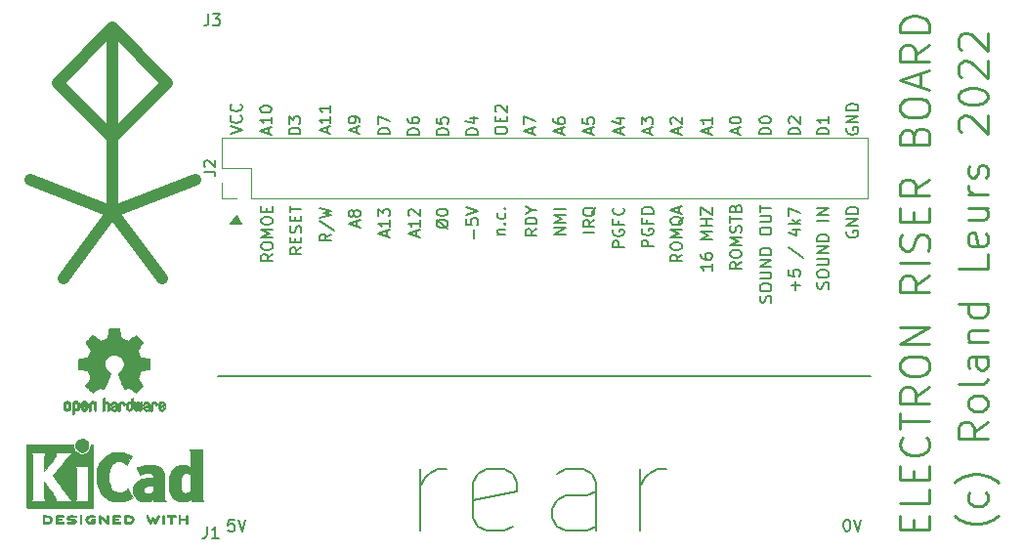
<source format=gbr>
G04 #@! TF.GenerationSoftware,KiCad,Pcbnew,(5.1.2-1)-1*
G04 #@! TF.CreationDate,2022-07-30T23:38:52+02:00*
G04 #@! TF.ProjectId,ElectronBreakOut,456c6563-7472-46f6-9e42-7265616b4f75,rev?*
G04 #@! TF.SameCoordinates,Original*
G04 #@! TF.FileFunction,Legend,Top*
G04 #@! TF.FilePolarity,Positive*
%FSLAX46Y46*%
G04 Gerber Fmt 4.6, Leading zero omitted, Abs format (unit mm)*
G04 Created by KiCad (PCBNEW (5.1.2-1)-1) date 2022-07-30 23:38:52*
%MOMM*%
%LPD*%
G04 APERTURE LIST*
%ADD10C,0.100000*%
%ADD11C,1.000000*%
%ADD12C,0.250000*%
%ADD13C,0.150000*%
%ADD14C,0.010000*%
%ADD15C,0.120000*%
%ADD16C,0.200000*%
G04 APERTURE END LIST*
D10*
G36*
X124420000Y-91560000D02*
G01*
X123400000Y-91560000D01*
X123970000Y-90760000D01*
X124420000Y-91560000D01*
G37*
X124420000Y-91560000D02*
X123400000Y-91560000D01*
X123970000Y-90760000D01*
X124420000Y-91560000D01*
D11*
X113225000Y-74539285D02*
X117986904Y-79301190D01*
X113225000Y-84063095D01*
X108463095Y-79301190D01*
X113225000Y-74539285D01*
X113225000Y-84063095D01*
X113225000Y-83396428D02*
X113225000Y-90539285D01*
X106082142Y-87682142D02*
X113225000Y-90539285D01*
X120367857Y-87682142D01*
X108939285Y-96253571D02*
X113225000Y-90539285D01*
X117510714Y-96253571D01*
D12*
X189983333Y-116801190D02*
X189864285Y-116920238D01*
X189507142Y-117158333D01*
X189269047Y-117277380D01*
X188911904Y-117396428D01*
X188316666Y-117515476D01*
X187840476Y-117515476D01*
X187245238Y-117396428D01*
X186888095Y-117277380D01*
X186650000Y-117158333D01*
X186292857Y-116920238D01*
X186173809Y-116801190D01*
X188911904Y-114777380D02*
X189030952Y-115015476D01*
X189030952Y-115491666D01*
X188911904Y-115729761D01*
X188792857Y-115848809D01*
X188554761Y-115967857D01*
X187840476Y-115967857D01*
X187602380Y-115848809D01*
X187483333Y-115729761D01*
X187364285Y-115491666D01*
X187364285Y-115015476D01*
X187483333Y-114777380D01*
X189983333Y-113944047D02*
X189864285Y-113825000D01*
X189507142Y-113586904D01*
X189269047Y-113467857D01*
X188911904Y-113348809D01*
X188316666Y-113229761D01*
X187840476Y-113229761D01*
X187245238Y-113348809D01*
X186888095Y-113467857D01*
X186650000Y-113586904D01*
X186292857Y-113825000D01*
X186173809Y-113944047D01*
X189030952Y-108705952D02*
X187840476Y-109539285D01*
X189030952Y-110134523D02*
X186530952Y-110134523D01*
X186530952Y-109182142D01*
X186650000Y-108944047D01*
X186769047Y-108825000D01*
X187007142Y-108705952D01*
X187364285Y-108705952D01*
X187602380Y-108825000D01*
X187721428Y-108944047D01*
X187840476Y-109182142D01*
X187840476Y-110134523D01*
X189030952Y-107277380D02*
X188911904Y-107515476D01*
X188792857Y-107634523D01*
X188554761Y-107753571D01*
X187840476Y-107753571D01*
X187602380Y-107634523D01*
X187483333Y-107515476D01*
X187364285Y-107277380D01*
X187364285Y-106920238D01*
X187483333Y-106682142D01*
X187602380Y-106563095D01*
X187840476Y-106444047D01*
X188554761Y-106444047D01*
X188792857Y-106563095D01*
X188911904Y-106682142D01*
X189030952Y-106920238D01*
X189030952Y-107277380D01*
X189030952Y-105015476D02*
X188911904Y-105253571D01*
X188673809Y-105372619D01*
X186530952Y-105372619D01*
X189030952Y-102991666D02*
X187721428Y-102991666D01*
X187483333Y-103110714D01*
X187364285Y-103348809D01*
X187364285Y-103825000D01*
X187483333Y-104063095D01*
X188911904Y-102991666D02*
X189030952Y-103229761D01*
X189030952Y-103825000D01*
X188911904Y-104063095D01*
X188673809Y-104182142D01*
X188435714Y-104182142D01*
X188197619Y-104063095D01*
X188078571Y-103825000D01*
X188078571Y-103229761D01*
X187959523Y-102991666D01*
X187364285Y-101801190D02*
X189030952Y-101801190D01*
X187602380Y-101801190D02*
X187483333Y-101682142D01*
X187364285Y-101444047D01*
X187364285Y-101086904D01*
X187483333Y-100848809D01*
X187721428Y-100729761D01*
X189030952Y-100729761D01*
X189030952Y-98467857D02*
X186530952Y-98467857D01*
X188911904Y-98467857D02*
X189030952Y-98705952D01*
X189030952Y-99182142D01*
X188911904Y-99420238D01*
X188792857Y-99539285D01*
X188554761Y-99658333D01*
X187840476Y-99658333D01*
X187602380Y-99539285D01*
X187483333Y-99420238D01*
X187364285Y-99182142D01*
X187364285Y-98705952D01*
X187483333Y-98467857D01*
X189030952Y-94182142D02*
X189030952Y-95372619D01*
X186530952Y-95372619D01*
X188911904Y-92396428D02*
X189030952Y-92634523D01*
X189030952Y-93110714D01*
X188911904Y-93348809D01*
X188673809Y-93467857D01*
X187721428Y-93467857D01*
X187483333Y-93348809D01*
X187364285Y-93110714D01*
X187364285Y-92634523D01*
X187483333Y-92396428D01*
X187721428Y-92277380D01*
X187959523Y-92277380D01*
X188197619Y-93467857D01*
X187364285Y-90134523D02*
X189030952Y-90134523D01*
X187364285Y-91205952D02*
X188673809Y-91205952D01*
X188911904Y-91086904D01*
X189030952Y-90848809D01*
X189030952Y-90491666D01*
X188911904Y-90253571D01*
X188792857Y-90134523D01*
X189030952Y-88944047D02*
X187364285Y-88944047D01*
X187840476Y-88944047D02*
X187602380Y-88825000D01*
X187483333Y-88705952D01*
X187364285Y-88467857D01*
X187364285Y-88229761D01*
X188911904Y-87515476D02*
X189030952Y-87277380D01*
X189030952Y-86801190D01*
X188911904Y-86563095D01*
X188673809Y-86444047D01*
X188554761Y-86444047D01*
X188316666Y-86563095D01*
X188197619Y-86801190D01*
X188197619Y-87158333D01*
X188078571Y-87396428D01*
X187840476Y-87515476D01*
X187721428Y-87515476D01*
X187483333Y-87396428D01*
X187364285Y-87158333D01*
X187364285Y-86801190D01*
X187483333Y-86563095D01*
X186769047Y-83586904D02*
X186650000Y-83467857D01*
X186530952Y-83229761D01*
X186530952Y-82634523D01*
X186650000Y-82396428D01*
X186769047Y-82277380D01*
X187007142Y-82158333D01*
X187245238Y-82158333D01*
X187602380Y-82277380D01*
X189030952Y-83705952D01*
X189030952Y-82158333D01*
X186530952Y-80610714D02*
X186530952Y-80372619D01*
X186650000Y-80134523D01*
X186769047Y-80015476D01*
X187007142Y-79896428D01*
X187483333Y-79777380D01*
X188078571Y-79777380D01*
X188554761Y-79896428D01*
X188792857Y-80015476D01*
X188911904Y-80134523D01*
X189030952Y-80372619D01*
X189030952Y-80610714D01*
X188911904Y-80848809D01*
X188792857Y-80967857D01*
X188554761Y-81086904D01*
X188078571Y-81205952D01*
X187483333Y-81205952D01*
X187007142Y-81086904D01*
X186769047Y-80967857D01*
X186650000Y-80848809D01*
X186530952Y-80610714D01*
X186769047Y-78825000D02*
X186650000Y-78705952D01*
X186530952Y-78467857D01*
X186530952Y-77872619D01*
X186650000Y-77634523D01*
X186769047Y-77515476D01*
X187007142Y-77396428D01*
X187245238Y-77396428D01*
X187602380Y-77515476D01*
X189030952Y-78944047D01*
X189030952Y-77396428D01*
X186769047Y-76444047D02*
X186650000Y-76325000D01*
X186530952Y-76086904D01*
X186530952Y-75491666D01*
X186650000Y-75253571D01*
X186769047Y-75134523D01*
X187007142Y-75015476D01*
X187245238Y-75015476D01*
X187602380Y-75134523D01*
X189030952Y-76563095D01*
X189030952Y-75015476D01*
X182671428Y-118027380D02*
X182671428Y-117194047D01*
X183980952Y-116836904D02*
X183980952Y-118027380D01*
X181480952Y-118027380D01*
X181480952Y-116836904D01*
X183980952Y-114575000D02*
X183980952Y-115765476D01*
X181480952Y-115765476D01*
X182671428Y-113741666D02*
X182671428Y-112908333D01*
X183980952Y-112551190D02*
X183980952Y-113741666D01*
X181480952Y-113741666D01*
X181480952Y-112551190D01*
X183742857Y-110051190D02*
X183861904Y-110170238D01*
X183980952Y-110527380D01*
X183980952Y-110765476D01*
X183861904Y-111122619D01*
X183623809Y-111360714D01*
X183385714Y-111479761D01*
X182909523Y-111598809D01*
X182552380Y-111598809D01*
X182076190Y-111479761D01*
X181838095Y-111360714D01*
X181600000Y-111122619D01*
X181480952Y-110765476D01*
X181480952Y-110527380D01*
X181600000Y-110170238D01*
X181719047Y-110051190D01*
X181480952Y-109336904D02*
X181480952Y-107908333D01*
X183980952Y-108622619D02*
X181480952Y-108622619D01*
X183980952Y-105646428D02*
X182790476Y-106479761D01*
X183980952Y-107075000D02*
X181480952Y-107075000D01*
X181480952Y-106122619D01*
X181600000Y-105884523D01*
X181719047Y-105765476D01*
X181957142Y-105646428D01*
X182314285Y-105646428D01*
X182552380Y-105765476D01*
X182671428Y-105884523D01*
X182790476Y-106122619D01*
X182790476Y-107075000D01*
X181480952Y-104098809D02*
X181480952Y-103622619D01*
X181600000Y-103384523D01*
X181838095Y-103146428D01*
X182314285Y-103027380D01*
X183147619Y-103027380D01*
X183623809Y-103146428D01*
X183861904Y-103384523D01*
X183980952Y-103622619D01*
X183980952Y-104098809D01*
X183861904Y-104336904D01*
X183623809Y-104575000D01*
X183147619Y-104694047D01*
X182314285Y-104694047D01*
X181838095Y-104575000D01*
X181600000Y-104336904D01*
X181480952Y-104098809D01*
X183980952Y-101955952D02*
X181480952Y-101955952D01*
X183980952Y-100527380D01*
X181480952Y-100527380D01*
X183980952Y-96003571D02*
X182790476Y-96836904D01*
X183980952Y-97432142D02*
X181480952Y-97432142D01*
X181480952Y-96479761D01*
X181600000Y-96241666D01*
X181719047Y-96122619D01*
X181957142Y-96003571D01*
X182314285Y-96003571D01*
X182552380Y-96122619D01*
X182671428Y-96241666D01*
X182790476Y-96479761D01*
X182790476Y-97432142D01*
X183980952Y-94932142D02*
X181480952Y-94932142D01*
X183861904Y-93860714D02*
X183980952Y-93503571D01*
X183980952Y-92908333D01*
X183861904Y-92670238D01*
X183742857Y-92551190D01*
X183504761Y-92432142D01*
X183266666Y-92432142D01*
X183028571Y-92551190D01*
X182909523Y-92670238D01*
X182790476Y-92908333D01*
X182671428Y-93384523D01*
X182552380Y-93622619D01*
X182433333Y-93741666D01*
X182195238Y-93860714D01*
X181957142Y-93860714D01*
X181719047Y-93741666D01*
X181600000Y-93622619D01*
X181480952Y-93384523D01*
X181480952Y-92789285D01*
X181600000Y-92432142D01*
X182671428Y-91360714D02*
X182671428Y-90527380D01*
X183980952Y-90170238D02*
X183980952Y-91360714D01*
X181480952Y-91360714D01*
X181480952Y-90170238D01*
X183980952Y-87670238D02*
X182790476Y-88503571D01*
X183980952Y-89098809D02*
X181480952Y-89098809D01*
X181480952Y-88146428D01*
X181600000Y-87908333D01*
X181719047Y-87789285D01*
X181957142Y-87670238D01*
X182314285Y-87670238D01*
X182552380Y-87789285D01*
X182671428Y-87908333D01*
X182790476Y-88146428D01*
X182790476Y-89098809D01*
X182671428Y-83860714D02*
X182790476Y-83503571D01*
X182909523Y-83384523D01*
X183147619Y-83265476D01*
X183504761Y-83265476D01*
X183742857Y-83384523D01*
X183861904Y-83503571D01*
X183980952Y-83741666D01*
X183980952Y-84694047D01*
X181480952Y-84694047D01*
X181480952Y-83860714D01*
X181600000Y-83622619D01*
X181719047Y-83503571D01*
X181957142Y-83384523D01*
X182195238Y-83384523D01*
X182433333Y-83503571D01*
X182552380Y-83622619D01*
X182671428Y-83860714D01*
X182671428Y-84694047D01*
X181480952Y-81717857D02*
X181480952Y-81241666D01*
X181600000Y-81003571D01*
X181838095Y-80765476D01*
X182314285Y-80646428D01*
X183147619Y-80646428D01*
X183623809Y-80765476D01*
X183861904Y-81003571D01*
X183980952Y-81241666D01*
X183980952Y-81717857D01*
X183861904Y-81955952D01*
X183623809Y-82194047D01*
X183147619Y-82313095D01*
X182314285Y-82313095D01*
X181838095Y-82194047D01*
X181600000Y-81955952D01*
X181480952Y-81717857D01*
X183266666Y-79694047D02*
X183266666Y-78503571D01*
X183980952Y-79932142D02*
X181480952Y-79098809D01*
X183980952Y-78265476D01*
X183980952Y-76003571D02*
X182790476Y-76836904D01*
X183980952Y-77432142D02*
X181480952Y-77432142D01*
X181480952Y-76479761D01*
X181600000Y-76241666D01*
X181719047Y-76122619D01*
X181957142Y-76003571D01*
X182314285Y-76003571D01*
X182552380Y-76122619D01*
X182671428Y-76241666D01*
X182790476Y-76479761D01*
X182790476Y-77432142D01*
X183980952Y-74932142D02*
X181480952Y-74932142D01*
X181480952Y-74336904D01*
X181600000Y-73979761D01*
X181838095Y-73741666D01*
X182076190Y-73622619D01*
X182552380Y-73503571D01*
X182909523Y-73503571D01*
X183385714Y-73622619D01*
X183623809Y-73741666D01*
X183861904Y-73979761D01*
X183980952Y-74336904D01*
X183980952Y-74932142D01*
D13*
X176875000Y-83211904D02*
X176827380Y-83307142D01*
X176827380Y-83450000D01*
X176875000Y-83592857D01*
X176970238Y-83688095D01*
X177065476Y-83735714D01*
X177255952Y-83783333D01*
X177398809Y-83783333D01*
X177589285Y-83735714D01*
X177684523Y-83688095D01*
X177779761Y-83592857D01*
X177827380Y-83450000D01*
X177827380Y-83354761D01*
X177779761Y-83211904D01*
X177732142Y-83164285D01*
X177398809Y-83164285D01*
X177398809Y-83354761D01*
X177827380Y-82735714D02*
X176827380Y-82735714D01*
X177827380Y-82164285D01*
X176827380Y-82164285D01*
X177827380Y-81688095D02*
X176827380Y-81688095D01*
X176827380Y-81450000D01*
X176875000Y-81307142D01*
X176970238Y-81211904D01*
X177065476Y-81164285D01*
X177255952Y-81116666D01*
X177398809Y-81116666D01*
X177589285Y-81164285D01*
X177684523Y-81211904D01*
X177779761Y-81307142D01*
X177827380Y-81450000D01*
X177827380Y-81688095D01*
X175277380Y-83763095D02*
X174277380Y-83763095D01*
X174277380Y-83525000D01*
X174325000Y-83382142D01*
X174420238Y-83286904D01*
X174515476Y-83239285D01*
X174705952Y-83191666D01*
X174848809Y-83191666D01*
X175039285Y-83239285D01*
X175134523Y-83286904D01*
X175229761Y-83382142D01*
X175277380Y-83525000D01*
X175277380Y-83763095D01*
X175277380Y-82239285D02*
X175277380Y-82810714D01*
X175277380Y-82525000D02*
X174277380Y-82525000D01*
X174420238Y-82620238D01*
X174515476Y-82715476D01*
X174563095Y-82810714D01*
X172802380Y-83763095D02*
X171802380Y-83763095D01*
X171802380Y-83525000D01*
X171850000Y-83382142D01*
X171945238Y-83286904D01*
X172040476Y-83239285D01*
X172230952Y-83191666D01*
X172373809Y-83191666D01*
X172564285Y-83239285D01*
X172659523Y-83286904D01*
X172754761Y-83382142D01*
X172802380Y-83525000D01*
X172802380Y-83763095D01*
X171897619Y-82810714D02*
X171850000Y-82763095D01*
X171802380Y-82667857D01*
X171802380Y-82429761D01*
X171850000Y-82334523D01*
X171897619Y-82286904D01*
X171992857Y-82239285D01*
X172088095Y-82239285D01*
X172230952Y-82286904D01*
X172802380Y-82858333D01*
X172802380Y-82239285D01*
X170277380Y-83763095D02*
X169277380Y-83763095D01*
X169277380Y-83525000D01*
X169325000Y-83382142D01*
X169420238Y-83286904D01*
X169515476Y-83239285D01*
X169705952Y-83191666D01*
X169848809Y-83191666D01*
X170039285Y-83239285D01*
X170134523Y-83286904D01*
X170229761Y-83382142D01*
X170277380Y-83525000D01*
X170277380Y-83763095D01*
X169277380Y-82572619D02*
X169277380Y-82477380D01*
X169325000Y-82382142D01*
X169372619Y-82334523D01*
X169467857Y-82286904D01*
X169658333Y-82239285D01*
X169896428Y-82239285D01*
X170086904Y-82286904D01*
X170182142Y-82334523D01*
X170229761Y-82382142D01*
X170277380Y-82477380D01*
X170277380Y-82572619D01*
X170229761Y-82667857D01*
X170182142Y-82715476D01*
X170086904Y-82763095D01*
X169896428Y-82810714D01*
X169658333Y-82810714D01*
X169467857Y-82763095D01*
X169372619Y-82715476D01*
X169325000Y-82667857D01*
X169277380Y-82572619D01*
X167391666Y-83689285D02*
X167391666Y-83213095D01*
X167677380Y-83784523D02*
X166677380Y-83451190D01*
X167677380Y-83117857D01*
X166677380Y-82594047D02*
X166677380Y-82498809D01*
X166725000Y-82403571D01*
X166772619Y-82355952D01*
X166867857Y-82308333D01*
X167058333Y-82260714D01*
X167296428Y-82260714D01*
X167486904Y-82308333D01*
X167582142Y-82355952D01*
X167629761Y-82403571D01*
X167677380Y-82498809D01*
X167677380Y-82594047D01*
X167629761Y-82689285D01*
X167582142Y-82736904D01*
X167486904Y-82784523D01*
X167296428Y-82832142D01*
X167058333Y-82832142D01*
X166867857Y-82784523D01*
X166772619Y-82736904D01*
X166725000Y-82689285D01*
X166677380Y-82594047D01*
X164891666Y-83714285D02*
X164891666Y-83238095D01*
X165177380Y-83809523D02*
X164177380Y-83476190D01*
X165177380Y-83142857D01*
X165177380Y-82285714D02*
X165177380Y-82857142D01*
X165177380Y-82571428D02*
X164177380Y-82571428D01*
X164320238Y-82666666D01*
X164415476Y-82761904D01*
X164463095Y-82857142D01*
X162266666Y-83714285D02*
X162266666Y-83238095D01*
X162552380Y-83809523D02*
X161552380Y-83476190D01*
X162552380Y-83142857D01*
X161647619Y-82857142D02*
X161600000Y-82809523D01*
X161552380Y-82714285D01*
X161552380Y-82476190D01*
X161600000Y-82380952D01*
X161647619Y-82333333D01*
X161742857Y-82285714D01*
X161838095Y-82285714D01*
X161980952Y-82333333D01*
X162552380Y-82904761D01*
X162552380Y-82285714D01*
X159766666Y-83714285D02*
X159766666Y-83238095D01*
X160052380Y-83809523D02*
X159052380Y-83476190D01*
X160052380Y-83142857D01*
X159052380Y-82904761D02*
X159052380Y-82285714D01*
X159433333Y-82619047D01*
X159433333Y-82476190D01*
X159480952Y-82380952D01*
X159528571Y-82333333D01*
X159623809Y-82285714D01*
X159861904Y-82285714D01*
X159957142Y-82333333D01*
X160004761Y-82380952D01*
X160052380Y-82476190D01*
X160052380Y-82761904D01*
X160004761Y-82857142D01*
X159957142Y-82904761D01*
X157266666Y-83739285D02*
X157266666Y-83263095D01*
X157552380Y-83834523D02*
X156552380Y-83501190D01*
X157552380Y-83167857D01*
X156885714Y-82405952D02*
X157552380Y-82405952D01*
X156504761Y-82644047D02*
X157219047Y-82882142D01*
X157219047Y-82263095D01*
X154666666Y-83739285D02*
X154666666Y-83263095D01*
X154952380Y-83834523D02*
X153952380Y-83501190D01*
X154952380Y-83167857D01*
X153952380Y-82358333D02*
X153952380Y-82834523D01*
X154428571Y-82882142D01*
X154380952Y-82834523D01*
X154333333Y-82739285D01*
X154333333Y-82501190D01*
X154380952Y-82405952D01*
X154428571Y-82358333D01*
X154523809Y-82310714D01*
X154761904Y-82310714D01*
X154857142Y-82358333D01*
X154904761Y-82405952D01*
X154952380Y-82501190D01*
X154952380Y-82739285D01*
X154904761Y-82834523D01*
X154857142Y-82882142D01*
X152141666Y-83739285D02*
X152141666Y-83263095D01*
X152427380Y-83834523D02*
X151427380Y-83501190D01*
X152427380Y-83167857D01*
X151427380Y-82405952D02*
X151427380Y-82596428D01*
X151475000Y-82691666D01*
X151522619Y-82739285D01*
X151665476Y-82834523D01*
X151855952Y-82882142D01*
X152236904Y-82882142D01*
X152332142Y-82834523D01*
X152379761Y-82786904D01*
X152427380Y-82691666D01*
X152427380Y-82501190D01*
X152379761Y-82405952D01*
X152332142Y-82358333D01*
X152236904Y-82310714D01*
X151998809Y-82310714D01*
X151903571Y-82358333D01*
X151855952Y-82405952D01*
X151808333Y-82501190D01*
X151808333Y-82691666D01*
X151855952Y-82786904D01*
X151903571Y-82834523D01*
X151998809Y-82882142D01*
X149591666Y-83689285D02*
X149591666Y-83213095D01*
X149877380Y-83784523D02*
X148877380Y-83451190D01*
X149877380Y-83117857D01*
X148877380Y-82879761D02*
X148877380Y-82213095D01*
X149877380Y-82641666D01*
X146377380Y-83523809D02*
X146377380Y-83333333D01*
X146425000Y-83238095D01*
X146520238Y-83142857D01*
X146710714Y-83095238D01*
X147044047Y-83095238D01*
X147234523Y-83142857D01*
X147329761Y-83238095D01*
X147377380Y-83333333D01*
X147377380Y-83523809D01*
X147329761Y-83619047D01*
X147234523Y-83714285D01*
X147044047Y-83761904D01*
X146710714Y-83761904D01*
X146520238Y-83714285D01*
X146425000Y-83619047D01*
X146377380Y-83523809D01*
X146853571Y-82666666D02*
X146853571Y-82333333D01*
X147377380Y-82190476D02*
X147377380Y-82666666D01*
X146377380Y-82666666D01*
X146377380Y-82190476D01*
X146472619Y-81809523D02*
X146425000Y-81761904D01*
X146377380Y-81666666D01*
X146377380Y-81428571D01*
X146425000Y-81333333D01*
X146472619Y-81285714D01*
X146567857Y-81238095D01*
X146663095Y-81238095D01*
X146805952Y-81285714D01*
X147377380Y-81857142D01*
X147377380Y-81238095D01*
X144852380Y-83788095D02*
X143852380Y-83788095D01*
X143852380Y-83550000D01*
X143900000Y-83407142D01*
X143995238Y-83311904D01*
X144090476Y-83264285D01*
X144280952Y-83216666D01*
X144423809Y-83216666D01*
X144614285Y-83264285D01*
X144709523Y-83311904D01*
X144804761Y-83407142D01*
X144852380Y-83550000D01*
X144852380Y-83788095D01*
X144185714Y-82359523D02*
X144852380Y-82359523D01*
X143804761Y-82597619D02*
X144519047Y-82835714D01*
X144519047Y-82216666D01*
X142302380Y-83813095D02*
X141302380Y-83813095D01*
X141302380Y-83575000D01*
X141350000Y-83432142D01*
X141445238Y-83336904D01*
X141540476Y-83289285D01*
X141730952Y-83241666D01*
X141873809Y-83241666D01*
X142064285Y-83289285D01*
X142159523Y-83336904D01*
X142254761Y-83432142D01*
X142302380Y-83575000D01*
X142302380Y-83813095D01*
X141302380Y-82336904D02*
X141302380Y-82813095D01*
X141778571Y-82860714D01*
X141730952Y-82813095D01*
X141683333Y-82717857D01*
X141683333Y-82479761D01*
X141730952Y-82384523D01*
X141778571Y-82336904D01*
X141873809Y-82289285D01*
X142111904Y-82289285D01*
X142207142Y-82336904D01*
X142254761Y-82384523D01*
X142302380Y-82479761D01*
X142302380Y-82717857D01*
X142254761Y-82813095D01*
X142207142Y-82860714D01*
X139777380Y-83788095D02*
X138777380Y-83788095D01*
X138777380Y-83550000D01*
X138825000Y-83407142D01*
X138920238Y-83311904D01*
X139015476Y-83264285D01*
X139205952Y-83216666D01*
X139348809Y-83216666D01*
X139539285Y-83264285D01*
X139634523Y-83311904D01*
X139729761Y-83407142D01*
X139777380Y-83550000D01*
X139777380Y-83788095D01*
X138777380Y-82359523D02*
X138777380Y-82550000D01*
X138825000Y-82645238D01*
X138872619Y-82692857D01*
X139015476Y-82788095D01*
X139205952Y-82835714D01*
X139586904Y-82835714D01*
X139682142Y-82788095D01*
X139729761Y-82740476D01*
X139777380Y-82645238D01*
X139777380Y-82454761D01*
X139729761Y-82359523D01*
X139682142Y-82311904D01*
X139586904Y-82264285D01*
X139348809Y-82264285D01*
X139253571Y-82311904D01*
X139205952Y-82359523D01*
X139158333Y-82454761D01*
X139158333Y-82645238D01*
X139205952Y-82740476D01*
X139253571Y-82788095D01*
X139348809Y-82835714D01*
X137252380Y-83763095D02*
X136252380Y-83763095D01*
X136252380Y-83525000D01*
X136300000Y-83382142D01*
X136395238Y-83286904D01*
X136490476Y-83239285D01*
X136680952Y-83191666D01*
X136823809Y-83191666D01*
X137014285Y-83239285D01*
X137109523Y-83286904D01*
X137204761Y-83382142D01*
X137252380Y-83525000D01*
X137252380Y-83763095D01*
X136252380Y-82858333D02*
X136252380Y-82191666D01*
X137252380Y-82620238D01*
X134366666Y-83664285D02*
X134366666Y-83188095D01*
X134652380Y-83759523D02*
X133652380Y-83426190D01*
X134652380Y-83092857D01*
X134652380Y-82711904D02*
X134652380Y-82521428D01*
X134604761Y-82426190D01*
X134557142Y-82378571D01*
X134414285Y-82283333D01*
X134223809Y-82235714D01*
X133842857Y-82235714D01*
X133747619Y-82283333D01*
X133700000Y-82330952D01*
X133652380Y-82426190D01*
X133652380Y-82616666D01*
X133700000Y-82711904D01*
X133747619Y-82759523D01*
X133842857Y-82807142D01*
X134080952Y-82807142D01*
X134176190Y-82759523D01*
X134223809Y-82711904D01*
X134271428Y-82616666D01*
X134271428Y-82426190D01*
X134223809Y-82330952D01*
X134176190Y-82283333D01*
X134080952Y-82235714D01*
X131841666Y-83665476D02*
X131841666Y-83189285D01*
X132127380Y-83760714D02*
X131127380Y-83427380D01*
X132127380Y-83094047D01*
X132127380Y-82236904D02*
X132127380Y-82808333D01*
X132127380Y-82522619D02*
X131127380Y-82522619D01*
X131270238Y-82617857D01*
X131365476Y-82713095D01*
X131413095Y-82808333D01*
X132127380Y-81284523D02*
X132127380Y-81855952D01*
X132127380Y-81570238D02*
X131127380Y-81570238D01*
X131270238Y-81665476D01*
X131365476Y-81760714D01*
X131413095Y-81855952D01*
X129502380Y-83763095D02*
X128502380Y-83763095D01*
X128502380Y-83525000D01*
X128550000Y-83382142D01*
X128645238Y-83286904D01*
X128740476Y-83239285D01*
X128930952Y-83191666D01*
X129073809Y-83191666D01*
X129264285Y-83239285D01*
X129359523Y-83286904D01*
X129454761Y-83382142D01*
X129502380Y-83525000D01*
X129502380Y-83763095D01*
X128502380Y-82858333D02*
X128502380Y-82239285D01*
X128883333Y-82572619D01*
X128883333Y-82429761D01*
X128930952Y-82334523D01*
X128978571Y-82286904D01*
X129073809Y-82239285D01*
X129311904Y-82239285D01*
X129407142Y-82286904D01*
X129454761Y-82334523D01*
X129502380Y-82429761D01*
X129502380Y-82715476D01*
X129454761Y-82810714D01*
X129407142Y-82858333D01*
X126716666Y-83690476D02*
X126716666Y-83214285D01*
X127002380Y-83785714D02*
X126002380Y-83452380D01*
X127002380Y-83119047D01*
X127002380Y-82261904D02*
X127002380Y-82833333D01*
X127002380Y-82547619D02*
X126002380Y-82547619D01*
X126145238Y-82642857D01*
X126240476Y-82738095D01*
X126288095Y-82833333D01*
X126002380Y-81642857D02*
X126002380Y-81547619D01*
X126050000Y-81452380D01*
X126097619Y-81404761D01*
X126192857Y-81357142D01*
X126383333Y-81309523D01*
X126621428Y-81309523D01*
X126811904Y-81357142D01*
X126907142Y-81404761D01*
X126954761Y-81452380D01*
X127002380Y-81547619D01*
X127002380Y-81642857D01*
X126954761Y-81738095D01*
X126907142Y-81785714D01*
X126811904Y-81833333D01*
X126621428Y-81880952D01*
X126383333Y-81880952D01*
X126192857Y-81833333D01*
X126097619Y-81785714D01*
X126050000Y-81738095D01*
X126002380Y-81642857D01*
X123427380Y-83733333D02*
X124427380Y-83400000D01*
X123427380Y-83066666D01*
X124332142Y-82161904D02*
X124379761Y-82209523D01*
X124427380Y-82352380D01*
X124427380Y-82447619D01*
X124379761Y-82590476D01*
X124284523Y-82685714D01*
X124189285Y-82733333D01*
X123998809Y-82780952D01*
X123855952Y-82780952D01*
X123665476Y-82733333D01*
X123570238Y-82685714D01*
X123475000Y-82590476D01*
X123427380Y-82447619D01*
X123427380Y-82352380D01*
X123475000Y-82209523D01*
X123522619Y-82161904D01*
X124332142Y-81161904D02*
X124379761Y-81209523D01*
X124427380Y-81352380D01*
X124427380Y-81447619D01*
X124379761Y-81590476D01*
X124284523Y-81685714D01*
X124189285Y-81733333D01*
X123998809Y-81780952D01*
X123855952Y-81780952D01*
X123665476Y-81733333D01*
X123570238Y-81685714D01*
X123475000Y-81590476D01*
X123427380Y-81447619D01*
X123427380Y-81352380D01*
X123475000Y-81209523D01*
X123522619Y-81161904D01*
X176875000Y-92161904D02*
X176827380Y-92257142D01*
X176827380Y-92400000D01*
X176875000Y-92542857D01*
X176970238Y-92638095D01*
X177065476Y-92685714D01*
X177255952Y-92733333D01*
X177398809Y-92733333D01*
X177589285Y-92685714D01*
X177684523Y-92638095D01*
X177779761Y-92542857D01*
X177827380Y-92400000D01*
X177827380Y-92304761D01*
X177779761Y-92161904D01*
X177732142Y-92114285D01*
X177398809Y-92114285D01*
X177398809Y-92304761D01*
X177827380Y-91685714D02*
X176827380Y-91685714D01*
X177827380Y-91114285D01*
X176827380Y-91114285D01*
X177827380Y-90638095D02*
X176827380Y-90638095D01*
X176827380Y-90400000D01*
X176875000Y-90257142D01*
X176970238Y-90161904D01*
X177065476Y-90114285D01*
X177255952Y-90066666D01*
X177398809Y-90066666D01*
X177589285Y-90114285D01*
X177684523Y-90161904D01*
X177779761Y-90257142D01*
X177827380Y-90400000D01*
X177827380Y-90638095D01*
X175229761Y-97150000D02*
X175277380Y-97007142D01*
X175277380Y-96769047D01*
X175229761Y-96673809D01*
X175182142Y-96626190D01*
X175086904Y-96578571D01*
X174991666Y-96578571D01*
X174896428Y-96626190D01*
X174848809Y-96673809D01*
X174801190Y-96769047D01*
X174753571Y-96959523D01*
X174705952Y-97054761D01*
X174658333Y-97102380D01*
X174563095Y-97150000D01*
X174467857Y-97150000D01*
X174372619Y-97102380D01*
X174325000Y-97054761D01*
X174277380Y-96959523D01*
X174277380Y-96721428D01*
X174325000Y-96578571D01*
X174277380Y-95959523D02*
X174277380Y-95769047D01*
X174325000Y-95673809D01*
X174420238Y-95578571D01*
X174610714Y-95530952D01*
X174944047Y-95530952D01*
X175134523Y-95578571D01*
X175229761Y-95673809D01*
X175277380Y-95769047D01*
X175277380Y-95959523D01*
X175229761Y-96054761D01*
X175134523Y-96150000D01*
X174944047Y-96197619D01*
X174610714Y-96197619D01*
X174420238Y-96150000D01*
X174325000Y-96054761D01*
X174277380Y-95959523D01*
X174277380Y-95102380D02*
X175086904Y-95102380D01*
X175182142Y-95054761D01*
X175229761Y-95007142D01*
X175277380Y-94911904D01*
X175277380Y-94721428D01*
X175229761Y-94626190D01*
X175182142Y-94578571D01*
X175086904Y-94530952D01*
X174277380Y-94530952D01*
X175277380Y-94054761D02*
X174277380Y-94054761D01*
X175277380Y-93483333D01*
X174277380Y-93483333D01*
X175277380Y-93007142D02*
X174277380Y-93007142D01*
X174277380Y-92769047D01*
X174325000Y-92626190D01*
X174420238Y-92530952D01*
X174515476Y-92483333D01*
X174705952Y-92435714D01*
X174848809Y-92435714D01*
X175039285Y-92483333D01*
X175134523Y-92530952D01*
X175229761Y-92626190D01*
X175277380Y-92769047D01*
X175277380Y-93007142D01*
X175277380Y-91245238D02*
X174277380Y-91245238D01*
X175277380Y-90769047D02*
X174277380Y-90769047D01*
X175277380Y-90197619D01*
X174277380Y-90197619D01*
X172421428Y-97250000D02*
X172421428Y-96488095D01*
X172802380Y-96869047D02*
X172040476Y-96869047D01*
X171802380Y-95535714D02*
X171802380Y-96011904D01*
X172278571Y-96059523D01*
X172230952Y-96011904D01*
X172183333Y-95916666D01*
X172183333Y-95678571D01*
X172230952Y-95583333D01*
X172278571Y-95535714D01*
X172373809Y-95488095D01*
X172611904Y-95488095D01*
X172707142Y-95535714D01*
X172754761Y-95583333D01*
X172802380Y-95678571D01*
X172802380Y-95916666D01*
X172754761Y-96011904D01*
X172707142Y-96059523D01*
X171754761Y-93583333D02*
X173040476Y-94440476D01*
X172135714Y-92059523D02*
X172802380Y-92059523D01*
X171754761Y-92297619D02*
X172469047Y-92535714D01*
X172469047Y-91916666D01*
X172802380Y-91535714D02*
X171802380Y-91535714D01*
X172421428Y-91440476D02*
X172802380Y-91154761D01*
X172135714Y-91154761D02*
X172516666Y-91535714D01*
X171802380Y-90821428D02*
X171802380Y-90154761D01*
X172802380Y-90583333D01*
X170254761Y-98341666D02*
X170302380Y-98198809D01*
X170302380Y-97960714D01*
X170254761Y-97865476D01*
X170207142Y-97817857D01*
X170111904Y-97770238D01*
X170016666Y-97770238D01*
X169921428Y-97817857D01*
X169873809Y-97865476D01*
X169826190Y-97960714D01*
X169778571Y-98151190D01*
X169730952Y-98246428D01*
X169683333Y-98294047D01*
X169588095Y-98341666D01*
X169492857Y-98341666D01*
X169397619Y-98294047D01*
X169350000Y-98246428D01*
X169302380Y-98151190D01*
X169302380Y-97913095D01*
X169350000Y-97770238D01*
X169302380Y-97151190D02*
X169302380Y-96960714D01*
X169350000Y-96865476D01*
X169445238Y-96770238D01*
X169635714Y-96722619D01*
X169969047Y-96722619D01*
X170159523Y-96770238D01*
X170254761Y-96865476D01*
X170302380Y-96960714D01*
X170302380Y-97151190D01*
X170254761Y-97246428D01*
X170159523Y-97341666D01*
X169969047Y-97389285D01*
X169635714Y-97389285D01*
X169445238Y-97341666D01*
X169350000Y-97246428D01*
X169302380Y-97151190D01*
X169302380Y-96294047D02*
X170111904Y-96294047D01*
X170207142Y-96246428D01*
X170254761Y-96198809D01*
X170302380Y-96103571D01*
X170302380Y-95913095D01*
X170254761Y-95817857D01*
X170207142Y-95770238D01*
X170111904Y-95722619D01*
X169302380Y-95722619D01*
X170302380Y-95246428D02*
X169302380Y-95246428D01*
X170302380Y-94675000D01*
X169302380Y-94675000D01*
X170302380Y-94198809D02*
X169302380Y-94198809D01*
X169302380Y-93960714D01*
X169350000Y-93817857D01*
X169445238Y-93722619D01*
X169540476Y-93675000D01*
X169730952Y-93627380D01*
X169873809Y-93627380D01*
X170064285Y-93675000D01*
X170159523Y-93722619D01*
X170254761Y-93817857D01*
X170302380Y-93960714D01*
X170302380Y-94198809D01*
X169302380Y-92246428D02*
X169302380Y-92055952D01*
X169350000Y-91960714D01*
X169445238Y-91865476D01*
X169635714Y-91817857D01*
X169969047Y-91817857D01*
X170159523Y-91865476D01*
X170254761Y-91960714D01*
X170302380Y-92055952D01*
X170302380Y-92246428D01*
X170254761Y-92341666D01*
X170159523Y-92436904D01*
X169969047Y-92484523D01*
X169635714Y-92484523D01*
X169445238Y-92436904D01*
X169350000Y-92341666D01*
X169302380Y-92246428D01*
X169302380Y-91389285D02*
X170111904Y-91389285D01*
X170207142Y-91341666D01*
X170254761Y-91294047D01*
X170302380Y-91198809D01*
X170302380Y-91008333D01*
X170254761Y-90913095D01*
X170207142Y-90865476D01*
X170111904Y-90817857D01*
X169302380Y-90817857D01*
X169302380Y-90484523D02*
X169302380Y-89913095D01*
X170302380Y-90198809D02*
X169302380Y-90198809D01*
X167727380Y-94842857D02*
X167251190Y-95176190D01*
X167727380Y-95414285D02*
X166727380Y-95414285D01*
X166727380Y-95033333D01*
X166775000Y-94938095D01*
X166822619Y-94890476D01*
X166917857Y-94842857D01*
X167060714Y-94842857D01*
X167155952Y-94890476D01*
X167203571Y-94938095D01*
X167251190Y-95033333D01*
X167251190Y-95414285D01*
X166727380Y-94223809D02*
X166727380Y-94033333D01*
X166775000Y-93938095D01*
X166870238Y-93842857D01*
X167060714Y-93795238D01*
X167394047Y-93795238D01*
X167584523Y-93842857D01*
X167679761Y-93938095D01*
X167727380Y-94033333D01*
X167727380Y-94223809D01*
X167679761Y-94319047D01*
X167584523Y-94414285D01*
X167394047Y-94461904D01*
X167060714Y-94461904D01*
X166870238Y-94414285D01*
X166775000Y-94319047D01*
X166727380Y-94223809D01*
X167727380Y-93366666D02*
X166727380Y-93366666D01*
X167441666Y-93033333D01*
X166727380Y-92700000D01*
X167727380Y-92700000D01*
X167679761Y-92271428D02*
X167727380Y-92128571D01*
X167727380Y-91890476D01*
X167679761Y-91795238D01*
X167632142Y-91747619D01*
X167536904Y-91700000D01*
X167441666Y-91700000D01*
X167346428Y-91747619D01*
X167298809Y-91795238D01*
X167251190Y-91890476D01*
X167203571Y-92080952D01*
X167155952Y-92176190D01*
X167108333Y-92223809D01*
X167013095Y-92271428D01*
X166917857Y-92271428D01*
X166822619Y-92223809D01*
X166775000Y-92176190D01*
X166727380Y-92080952D01*
X166727380Y-91842857D01*
X166775000Y-91700000D01*
X166727380Y-91414285D02*
X166727380Y-90842857D01*
X167727380Y-91128571D02*
X166727380Y-91128571D01*
X167203571Y-90176190D02*
X167251190Y-90033333D01*
X167298809Y-89985714D01*
X167394047Y-89938095D01*
X167536904Y-89938095D01*
X167632142Y-89985714D01*
X167679761Y-90033333D01*
X167727380Y-90128571D01*
X167727380Y-90509523D01*
X166727380Y-90509523D01*
X166727380Y-90176190D01*
X166775000Y-90080952D01*
X166822619Y-90033333D01*
X166917857Y-89985714D01*
X167013095Y-89985714D01*
X167108333Y-90033333D01*
X167155952Y-90080952D01*
X167203571Y-90176190D01*
X167203571Y-90509523D01*
X165177380Y-94992857D02*
X165177380Y-95564285D01*
X165177380Y-95278571D02*
X164177380Y-95278571D01*
X164320238Y-95373809D01*
X164415476Y-95469047D01*
X164463095Y-95564285D01*
X164177380Y-94135714D02*
X164177380Y-94326190D01*
X164225000Y-94421428D01*
X164272619Y-94469047D01*
X164415476Y-94564285D01*
X164605952Y-94611904D01*
X164986904Y-94611904D01*
X165082142Y-94564285D01*
X165129761Y-94516666D01*
X165177380Y-94421428D01*
X165177380Y-94230952D01*
X165129761Y-94135714D01*
X165082142Y-94088095D01*
X164986904Y-94040476D01*
X164748809Y-94040476D01*
X164653571Y-94088095D01*
X164605952Y-94135714D01*
X164558333Y-94230952D01*
X164558333Y-94421428D01*
X164605952Y-94516666D01*
X164653571Y-94564285D01*
X164748809Y-94611904D01*
X165177380Y-92850000D02*
X164177380Y-92850000D01*
X164891666Y-92516666D01*
X164177380Y-92183333D01*
X165177380Y-92183333D01*
X165177380Y-91707142D02*
X164177380Y-91707142D01*
X164653571Y-91707142D02*
X164653571Y-91135714D01*
X165177380Y-91135714D02*
X164177380Y-91135714D01*
X164177380Y-90754761D02*
X164177380Y-90088095D01*
X165177380Y-90754761D01*
X165177380Y-90088095D01*
X162577380Y-94188095D02*
X162101190Y-94521428D01*
X162577380Y-94759523D02*
X161577380Y-94759523D01*
X161577380Y-94378571D01*
X161625000Y-94283333D01*
X161672619Y-94235714D01*
X161767857Y-94188095D01*
X161910714Y-94188095D01*
X162005952Y-94235714D01*
X162053571Y-94283333D01*
X162101190Y-94378571D01*
X162101190Y-94759523D01*
X161577380Y-93569047D02*
X161577380Y-93378571D01*
X161625000Y-93283333D01*
X161720238Y-93188095D01*
X161910714Y-93140476D01*
X162244047Y-93140476D01*
X162434523Y-93188095D01*
X162529761Y-93283333D01*
X162577380Y-93378571D01*
X162577380Y-93569047D01*
X162529761Y-93664285D01*
X162434523Y-93759523D01*
X162244047Y-93807142D01*
X161910714Y-93807142D01*
X161720238Y-93759523D01*
X161625000Y-93664285D01*
X161577380Y-93569047D01*
X162577380Y-92711904D02*
X161577380Y-92711904D01*
X162291666Y-92378571D01*
X161577380Y-92045238D01*
X162577380Y-92045238D01*
X162672619Y-90902380D02*
X162625000Y-90997619D01*
X162529761Y-91092857D01*
X162386904Y-91235714D01*
X162339285Y-91330952D01*
X162339285Y-91426190D01*
X162577380Y-91378571D02*
X162529761Y-91473809D01*
X162434523Y-91569047D01*
X162244047Y-91616666D01*
X161910714Y-91616666D01*
X161720238Y-91569047D01*
X161625000Y-91473809D01*
X161577380Y-91378571D01*
X161577380Y-91188095D01*
X161625000Y-91092857D01*
X161720238Y-90997619D01*
X161910714Y-90950000D01*
X162244047Y-90950000D01*
X162434523Y-90997619D01*
X162529761Y-91092857D01*
X162577380Y-91188095D01*
X162577380Y-91378571D01*
X162291666Y-90569047D02*
X162291666Y-90092857D01*
X162577380Y-90664285D02*
X161577380Y-90330952D01*
X162577380Y-89997619D01*
X160077380Y-93490476D02*
X159077380Y-93490476D01*
X159077380Y-93109523D01*
X159125000Y-93014285D01*
X159172619Y-92966666D01*
X159267857Y-92919047D01*
X159410714Y-92919047D01*
X159505952Y-92966666D01*
X159553571Y-93014285D01*
X159601190Y-93109523D01*
X159601190Y-93490476D01*
X159125000Y-91966666D02*
X159077380Y-92061904D01*
X159077380Y-92204761D01*
X159125000Y-92347619D01*
X159220238Y-92442857D01*
X159315476Y-92490476D01*
X159505952Y-92538095D01*
X159648809Y-92538095D01*
X159839285Y-92490476D01*
X159934523Y-92442857D01*
X160029761Y-92347619D01*
X160077380Y-92204761D01*
X160077380Y-92109523D01*
X160029761Y-91966666D01*
X159982142Y-91919047D01*
X159648809Y-91919047D01*
X159648809Y-92109523D01*
X159553571Y-91157142D02*
X159553571Y-91490476D01*
X160077380Y-91490476D02*
X159077380Y-91490476D01*
X159077380Y-91014285D01*
X160077380Y-90633333D02*
X159077380Y-90633333D01*
X159077380Y-90395238D01*
X159125000Y-90252380D01*
X159220238Y-90157142D01*
X159315476Y-90109523D01*
X159505952Y-90061904D01*
X159648809Y-90061904D01*
X159839285Y-90109523D01*
X159934523Y-90157142D01*
X160029761Y-90252380D01*
X160077380Y-90395238D01*
X160077380Y-90633333D01*
X157552380Y-93565476D02*
X156552380Y-93565476D01*
X156552380Y-93184523D01*
X156600000Y-93089285D01*
X156647619Y-93041666D01*
X156742857Y-92994047D01*
X156885714Y-92994047D01*
X156980952Y-93041666D01*
X157028571Y-93089285D01*
X157076190Y-93184523D01*
X157076190Y-93565476D01*
X156600000Y-92041666D02*
X156552380Y-92136904D01*
X156552380Y-92279761D01*
X156600000Y-92422619D01*
X156695238Y-92517857D01*
X156790476Y-92565476D01*
X156980952Y-92613095D01*
X157123809Y-92613095D01*
X157314285Y-92565476D01*
X157409523Y-92517857D01*
X157504761Y-92422619D01*
X157552380Y-92279761D01*
X157552380Y-92184523D01*
X157504761Y-92041666D01*
X157457142Y-91994047D01*
X157123809Y-91994047D01*
X157123809Y-92184523D01*
X157028571Y-91232142D02*
X157028571Y-91565476D01*
X157552380Y-91565476D02*
X156552380Y-91565476D01*
X156552380Y-91089285D01*
X157457142Y-90136904D02*
X157504761Y-90184523D01*
X157552380Y-90327380D01*
X157552380Y-90422619D01*
X157504761Y-90565476D01*
X157409523Y-90660714D01*
X157314285Y-90708333D01*
X157123809Y-90755952D01*
X156980952Y-90755952D01*
X156790476Y-90708333D01*
X156695238Y-90660714D01*
X156600000Y-90565476D01*
X156552380Y-90422619D01*
X156552380Y-90327380D01*
X156600000Y-90184523D01*
X156647619Y-90136904D01*
X154977380Y-92248809D02*
X153977380Y-92248809D01*
X154977380Y-91201190D02*
X154501190Y-91534523D01*
X154977380Y-91772619D02*
X153977380Y-91772619D01*
X153977380Y-91391666D01*
X154025000Y-91296428D01*
X154072619Y-91248809D01*
X154167857Y-91201190D01*
X154310714Y-91201190D01*
X154405952Y-91248809D01*
X154453571Y-91296428D01*
X154501190Y-91391666D01*
X154501190Y-91772619D01*
X155072619Y-90105952D02*
X155025000Y-90201190D01*
X154929761Y-90296428D01*
X154786904Y-90439285D01*
X154739285Y-90534523D01*
X154739285Y-90629761D01*
X154977380Y-90582142D02*
X154929761Y-90677380D01*
X154834523Y-90772619D01*
X154644047Y-90820238D01*
X154310714Y-90820238D01*
X154120238Y-90772619D01*
X154025000Y-90677380D01*
X153977380Y-90582142D01*
X153977380Y-90391666D01*
X154025000Y-90296428D01*
X154120238Y-90201190D01*
X154310714Y-90153571D01*
X154644047Y-90153571D01*
X154834523Y-90201190D01*
X154929761Y-90296428D01*
X154977380Y-90391666D01*
X154977380Y-90582142D01*
X152452380Y-92445238D02*
X151452380Y-92445238D01*
X152452380Y-91873809D01*
X151452380Y-91873809D01*
X152452380Y-91397619D02*
X151452380Y-91397619D01*
X152166666Y-91064285D01*
X151452380Y-90730952D01*
X152452380Y-90730952D01*
X152452380Y-90254761D02*
X151452380Y-90254761D01*
X149977380Y-91969047D02*
X149501190Y-92302380D01*
X149977380Y-92540476D02*
X148977380Y-92540476D01*
X148977380Y-92159523D01*
X149025000Y-92064285D01*
X149072619Y-92016666D01*
X149167857Y-91969047D01*
X149310714Y-91969047D01*
X149405952Y-92016666D01*
X149453571Y-92064285D01*
X149501190Y-92159523D01*
X149501190Y-92540476D01*
X149977380Y-91540476D02*
X148977380Y-91540476D01*
X148977380Y-91302380D01*
X149025000Y-91159523D01*
X149120238Y-91064285D01*
X149215476Y-91016666D01*
X149405952Y-90969047D01*
X149548809Y-90969047D01*
X149739285Y-91016666D01*
X149834523Y-91064285D01*
X149929761Y-91159523D01*
X149977380Y-91302380D01*
X149977380Y-91540476D01*
X149501190Y-90350000D02*
X149977380Y-90350000D01*
X148977380Y-90683333D02*
X149501190Y-90350000D01*
X148977380Y-90016666D01*
X146585714Y-92419047D02*
X147252380Y-92419047D01*
X146680952Y-92419047D02*
X146633333Y-92371428D01*
X146585714Y-92276190D01*
X146585714Y-92133333D01*
X146633333Y-92038095D01*
X146728571Y-91990476D01*
X147252380Y-91990476D01*
X147157142Y-91514285D02*
X147204761Y-91466666D01*
X147252380Y-91514285D01*
X147204761Y-91561904D01*
X147157142Y-91514285D01*
X147252380Y-91514285D01*
X147204761Y-90609523D02*
X147252380Y-90704761D01*
X147252380Y-90895238D01*
X147204761Y-90990476D01*
X147157142Y-91038095D01*
X147061904Y-91085714D01*
X146776190Y-91085714D01*
X146680952Y-91038095D01*
X146633333Y-90990476D01*
X146585714Y-90895238D01*
X146585714Y-90704761D01*
X146633333Y-90609523D01*
X147157142Y-90180952D02*
X147204761Y-90133333D01*
X147252380Y-90180952D01*
X147204761Y-90228571D01*
X147157142Y-90180952D01*
X147252380Y-90180952D01*
X144496428Y-92810714D02*
X144496428Y-92048809D01*
X143877380Y-91096428D02*
X143877380Y-91572619D01*
X144353571Y-91620238D01*
X144305952Y-91572619D01*
X144258333Y-91477380D01*
X144258333Y-91239285D01*
X144305952Y-91144047D01*
X144353571Y-91096428D01*
X144448809Y-91048809D01*
X144686904Y-91048809D01*
X144782142Y-91096428D01*
X144829761Y-91144047D01*
X144877380Y-91239285D01*
X144877380Y-91477380D01*
X144829761Y-91572619D01*
X144782142Y-91620238D01*
X143877380Y-90763095D02*
X144877380Y-90429761D01*
X143877380Y-90096428D01*
X141277380Y-91145238D02*
X142277380Y-91907142D01*
X142277380Y-91621428D02*
X142229761Y-91716666D01*
X142134523Y-91811904D01*
X141944047Y-91859523D01*
X141610714Y-91859523D01*
X141420238Y-91811904D01*
X141325000Y-91716666D01*
X141277380Y-91621428D01*
X141277380Y-91430952D01*
X141325000Y-91335714D01*
X141420238Y-91240476D01*
X141610714Y-91192857D01*
X141944047Y-91192857D01*
X142134523Y-91240476D01*
X142229761Y-91335714D01*
X142277380Y-91430952D01*
X142277380Y-91621428D01*
X141277380Y-90573809D02*
X141277380Y-90478571D01*
X141325000Y-90383333D01*
X141372619Y-90335714D01*
X141467857Y-90288095D01*
X141658333Y-90240476D01*
X141896428Y-90240476D01*
X142086904Y-90288095D01*
X142182142Y-90335714D01*
X142229761Y-90383333D01*
X142277380Y-90478571D01*
X142277380Y-90573809D01*
X142229761Y-90669047D01*
X142182142Y-90716666D01*
X142086904Y-90764285D01*
X141896428Y-90811904D01*
X141658333Y-90811904D01*
X141467857Y-90764285D01*
X141372619Y-90716666D01*
X141325000Y-90669047D01*
X141277380Y-90573809D01*
X139566666Y-92640476D02*
X139566666Y-92164285D01*
X139852380Y-92735714D02*
X138852380Y-92402380D01*
X139852380Y-92069047D01*
X139852380Y-91211904D02*
X139852380Y-91783333D01*
X139852380Y-91497619D02*
X138852380Y-91497619D01*
X138995238Y-91592857D01*
X139090476Y-91688095D01*
X139138095Y-91783333D01*
X138947619Y-90830952D02*
X138900000Y-90783333D01*
X138852380Y-90688095D01*
X138852380Y-90450000D01*
X138900000Y-90354761D01*
X138947619Y-90307142D01*
X139042857Y-90259523D01*
X139138095Y-90259523D01*
X139280952Y-90307142D01*
X139852380Y-90878571D01*
X139852380Y-90259523D01*
X136966666Y-92640476D02*
X136966666Y-92164285D01*
X137252380Y-92735714D02*
X136252380Y-92402380D01*
X137252380Y-92069047D01*
X137252380Y-91211904D02*
X137252380Y-91783333D01*
X137252380Y-91497619D02*
X136252380Y-91497619D01*
X136395238Y-91592857D01*
X136490476Y-91688095D01*
X136538095Y-91783333D01*
X136252380Y-90878571D02*
X136252380Y-90259523D01*
X136633333Y-90592857D01*
X136633333Y-90450000D01*
X136680952Y-90354761D01*
X136728571Y-90307142D01*
X136823809Y-90259523D01*
X137061904Y-90259523D01*
X137157142Y-90307142D01*
X137204761Y-90354761D01*
X137252380Y-90450000D01*
X137252380Y-90735714D01*
X137204761Y-90830952D01*
X137157142Y-90878571D01*
X134391666Y-91764285D02*
X134391666Y-91288095D01*
X134677380Y-91859523D02*
X133677380Y-91526190D01*
X134677380Y-91192857D01*
X134105952Y-90716666D02*
X134058333Y-90811904D01*
X134010714Y-90859523D01*
X133915476Y-90907142D01*
X133867857Y-90907142D01*
X133772619Y-90859523D01*
X133725000Y-90811904D01*
X133677380Y-90716666D01*
X133677380Y-90526190D01*
X133725000Y-90430952D01*
X133772619Y-90383333D01*
X133867857Y-90335714D01*
X133915476Y-90335714D01*
X134010714Y-90383333D01*
X134058333Y-90430952D01*
X134105952Y-90526190D01*
X134105952Y-90716666D01*
X134153571Y-90811904D01*
X134201190Y-90859523D01*
X134296428Y-90907142D01*
X134486904Y-90907142D01*
X134582142Y-90859523D01*
X134629761Y-90811904D01*
X134677380Y-90716666D01*
X134677380Y-90526190D01*
X134629761Y-90430952D01*
X134582142Y-90383333D01*
X134486904Y-90335714D01*
X134296428Y-90335714D01*
X134201190Y-90383333D01*
X134153571Y-90430952D01*
X134105952Y-90526190D01*
X132177380Y-92410714D02*
X131701190Y-92744047D01*
X132177380Y-92982142D02*
X131177380Y-92982142D01*
X131177380Y-92601190D01*
X131225000Y-92505952D01*
X131272619Y-92458333D01*
X131367857Y-92410714D01*
X131510714Y-92410714D01*
X131605952Y-92458333D01*
X131653571Y-92505952D01*
X131701190Y-92601190D01*
X131701190Y-92982142D01*
X131129761Y-91267857D02*
X132415476Y-92125000D01*
X131177380Y-91029761D02*
X132177380Y-90791666D01*
X131463095Y-90601190D01*
X132177380Y-90410714D01*
X131177380Y-90172619D01*
X129577380Y-93577380D02*
X129101190Y-93910714D01*
X129577380Y-94148809D02*
X128577380Y-94148809D01*
X128577380Y-93767857D01*
X128625000Y-93672619D01*
X128672619Y-93625000D01*
X128767857Y-93577380D01*
X128910714Y-93577380D01*
X129005952Y-93625000D01*
X129053571Y-93672619D01*
X129101190Y-93767857D01*
X129101190Y-94148809D01*
X129053571Y-93148809D02*
X129053571Y-92815476D01*
X129577380Y-92672619D02*
X129577380Y-93148809D01*
X128577380Y-93148809D01*
X128577380Y-92672619D01*
X129529761Y-92291666D02*
X129577380Y-92148809D01*
X129577380Y-91910714D01*
X129529761Y-91815476D01*
X129482142Y-91767857D01*
X129386904Y-91720238D01*
X129291666Y-91720238D01*
X129196428Y-91767857D01*
X129148809Y-91815476D01*
X129101190Y-91910714D01*
X129053571Y-92101190D01*
X129005952Y-92196428D01*
X128958333Y-92244047D01*
X128863095Y-92291666D01*
X128767857Y-92291666D01*
X128672619Y-92244047D01*
X128625000Y-92196428D01*
X128577380Y-92101190D01*
X128577380Y-91863095D01*
X128625000Y-91720238D01*
X129053571Y-91291666D02*
X129053571Y-90958333D01*
X129577380Y-90815476D02*
X129577380Y-91291666D01*
X128577380Y-91291666D01*
X128577380Y-90815476D01*
X128577380Y-90529761D02*
X128577380Y-89958333D01*
X129577380Y-90244047D02*
X128577380Y-90244047D01*
X127102380Y-94161904D02*
X126626190Y-94495238D01*
X127102380Y-94733333D02*
X126102380Y-94733333D01*
X126102380Y-94352380D01*
X126150000Y-94257142D01*
X126197619Y-94209523D01*
X126292857Y-94161904D01*
X126435714Y-94161904D01*
X126530952Y-94209523D01*
X126578571Y-94257142D01*
X126626190Y-94352380D01*
X126626190Y-94733333D01*
X126102380Y-93542857D02*
X126102380Y-93352380D01*
X126150000Y-93257142D01*
X126245238Y-93161904D01*
X126435714Y-93114285D01*
X126769047Y-93114285D01*
X126959523Y-93161904D01*
X127054761Y-93257142D01*
X127102380Y-93352380D01*
X127102380Y-93542857D01*
X127054761Y-93638095D01*
X126959523Y-93733333D01*
X126769047Y-93780952D01*
X126435714Y-93780952D01*
X126245238Y-93733333D01*
X126150000Y-93638095D01*
X126102380Y-93542857D01*
X127102380Y-92685714D02*
X126102380Y-92685714D01*
X126816666Y-92352380D01*
X126102380Y-92019047D01*
X127102380Y-92019047D01*
X126102380Y-91352380D02*
X126102380Y-91161904D01*
X126150000Y-91066666D01*
X126245238Y-90971428D01*
X126435714Y-90923809D01*
X126769047Y-90923809D01*
X126959523Y-90971428D01*
X127054761Y-91066666D01*
X127102380Y-91161904D01*
X127102380Y-91352380D01*
X127054761Y-91447619D01*
X126959523Y-91542857D01*
X126769047Y-91590476D01*
X126435714Y-91590476D01*
X126245238Y-91542857D01*
X126150000Y-91447619D01*
X126102380Y-91352380D01*
X126578571Y-90495238D02*
X126578571Y-90161904D01*
X127102380Y-90019047D02*
X127102380Y-90495238D01*
X126102380Y-90495238D01*
X126102380Y-90019047D01*
X122372000Y-104714000D02*
X178872000Y-104714000D01*
D14*
G36*
X113489878Y-100587776D02*
G01*
X113595612Y-100588355D01*
X113672132Y-100589922D01*
X113724372Y-100592972D01*
X113757263Y-100597996D01*
X113775737Y-100605489D01*
X113784727Y-100615944D01*
X113789163Y-100629853D01*
X113789594Y-100631654D01*
X113796333Y-100664145D01*
X113808808Y-100728252D01*
X113825719Y-100817151D01*
X113845771Y-100924019D01*
X113867664Y-101042033D01*
X113868429Y-101046178D01*
X113890359Y-101161831D01*
X113910877Y-101264014D01*
X113928659Y-101346598D01*
X113942381Y-101403456D01*
X113950718Y-101428458D01*
X113951116Y-101428901D01*
X113975677Y-101441110D01*
X114026315Y-101461456D01*
X114092095Y-101485545D01*
X114092461Y-101485674D01*
X114175317Y-101516818D01*
X114273000Y-101556491D01*
X114365077Y-101596381D01*
X114369434Y-101598353D01*
X114519407Y-101666420D01*
X114851498Y-101439639D01*
X114953374Y-101370504D01*
X115045657Y-101308697D01*
X115123003Y-101257733D01*
X115180064Y-101221127D01*
X115211495Y-101202394D01*
X115214479Y-101201004D01*
X115237321Y-101207190D01*
X115279982Y-101237035D01*
X115344128Y-101291947D01*
X115431421Y-101373334D01*
X115520535Y-101459922D01*
X115606441Y-101545247D01*
X115683327Y-101623108D01*
X115746564Y-101688697D01*
X115791523Y-101737205D01*
X115813576Y-101763825D01*
X115814396Y-101765195D01*
X115816834Y-101783463D01*
X115807650Y-101813295D01*
X115784574Y-101858721D01*
X115745337Y-101923770D01*
X115687670Y-102012470D01*
X115610795Y-102126657D01*
X115542570Y-102227162D01*
X115481582Y-102317303D01*
X115431356Y-102391849D01*
X115395416Y-102445565D01*
X115377287Y-102473218D01*
X115376146Y-102475095D01*
X115378359Y-102501590D01*
X115395138Y-102553086D01*
X115423142Y-102619851D01*
X115433122Y-102641172D01*
X115476672Y-102736159D01*
X115523134Y-102843937D01*
X115560877Y-102937192D01*
X115588073Y-103006406D01*
X115609675Y-103059006D01*
X115622158Y-103086497D01*
X115623709Y-103088616D01*
X115646668Y-103092124D01*
X115700786Y-103101738D01*
X115778868Y-103116089D01*
X115873719Y-103133807D01*
X115978143Y-103153525D01*
X116084944Y-103173874D01*
X116186926Y-103193486D01*
X116276894Y-103210991D01*
X116347653Y-103225022D01*
X116392006Y-103234209D01*
X116402885Y-103236807D01*
X116414122Y-103243218D01*
X116422605Y-103257697D01*
X116428714Y-103285133D01*
X116432832Y-103330411D01*
X116435341Y-103398420D01*
X116436621Y-103494047D01*
X116437054Y-103622180D01*
X116437077Y-103674701D01*
X116437077Y-104101845D01*
X116334500Y-104122091D01*
X116277431Y-104133070D01*
X116192269Y-104149095D01*
X116089372Y-104168233D01*
X115979096Y-104188551D01*
X115948615Y-104194132D01*
X115846855Y-104213917D01*
X115758205Y-104233373D01*
X115690108Y-104250697D01*
X115650004Y-104264088D01*
X115643323Y-104268079D01*
X115626919Y-104296342D01*
X115603399Y-104351109D01*
X115577316Y-104421588D01*
X115572142Y-104436769D01*
X115537956Y-104530896D01*
X115495523Y-104637101D01*
X115453997Y-104732473D01*
X115453792Y-104732916D01*
X115384640Y-104882525D01*
X115839512Y-105551617D01*
X115547500Y-105844116D01*
X115459180Y-105931170D01*
X115378625Y-106007909D01*
X115310360Y-106070237D01*
X115258908Y-106114056D01*
X115228794Y-106135270D01*
X115224474Y-106136616D01*
X115199111Y-106126016D01*
X115147358Y-106096547D01*
X115074868Y-106051705D01*
X114987294Y-105994984D01*
X114892612Y-105931462D01*
X114796516Y-105866668D01*
X114710837Y-105810287D01*
X114641016Y-105765788D01*
X114592494Y-105736639D01*
X114570782Y-105726308D01*
X114544293Y-105735050D01*
X114494062Y-105758087D01*
X114430451Y-105790631D01*
X114423708Y-105794249D01*
X114338046Y-105837210D01*
X114279306Y-105858279D01*
X114242772Y-105858503D01*
X114223731Y-105838928D01*
X114223620Y-105838654D01*
X114214102Y-105815472D01*
X114191403Y-105760441D01*
X114157282Y-105677822D01*
X114113500Y-105571872D01*
X114061816Y-105446852D01*
X114003992Y-105307020D01*
X113947991Y-105171637D01*
X113886447Y-105022234D01*
X113829939Y-104883832D01*
X113780161Y-104760673D01*
X113738806Y-104657002D01*
X113707568Y-104577059D01*
X113688141Y-104525088D01*
X113682154Y-104505692D01*
X113697168Y-104483443D01*
X113736439Y-104447982D01*
X113788807Y-104408887D01*
X113937941Y-104285245D01*
X114054511Y-104143522D01*
X114137118Y-103986704D01*
X114184366Y-103817775D01*
X114194857Y-103639722D01*
X114187231Y-103557539D01*
X114145682Y-103387031D01*
X114074123Y-103236459D01*
X113976995Y-103107309D01*
X113858734Y-103001064D01*
X113723780Y-102919210D01*
X113576571Y-102863232D01*
X113421544Y-102834615D01*
X113263139Y-102834844D01*
X113105794Y-102865405D01*
X112953946Y-102927782D01*
X112812035Y-103023460D01*
X112752803Y-103077572D01*
X112639203Y-103216520D01*
X112560106Y-103368361D01*
X112514986Y-103528667D01*
X112503316Y-103693012D01*
X112524569Y-103856971D01*
X112578220Y-104016118D01*
X112663740Y-104166025D01*
X112780605Y-104302267D01*
X112911193Y-104408887D01*
X112965588Y-104449642D01*
X113004014Y-104484718D01*
X113017846Y-104505726D01*
X113010603Y-104528635D01*
X112990005Y-104583365D01*
X112957746Y-104665672D01*
X112915521Y-104771315D01*
X112865023Y-104896050D01*
X112807948Y-105035636D01*
X112751854Y-105171670D01*
X112689967Y-105321201D01*
X112632644Y-105459767D01*
X112581644Y-105583107D01*
X112538727Y-105686964D01*
X112505653Y-105767080D01*
X112484181Y-105819195D01*
X112476225Y-105838654D01*
X112457429Y-105858423D01*
X112421074Y-105858365D01*
X112362479Y-105837441D01*
X112276968Y-105794613D01*
X112276292Y-105794249D01*
X112211907Y-105761012D01*
X112159861Y-105736802D01*
X112130512Y-105726404D01*
X112129217Y-105726308D01*
X112107124Y-105736855D01*
X112058348Y-105766184D01*
X111988331Y-105810827D01*
X111902514Y-105867314D01*
X111807388Y-105931462D01*
X111710540Y-105996411D01*
X111623253Y-106052896D01*
X111551181Y-106097421D01*
X111499977Y-106126490D01*
X111475526Y-106136616D01*
X111453010Y-106123307D01*
X111407742Y-106086112D01*
X111344244Y-106029128D01*
X111267039Y-105956449D01*
X111180651Y-105872171D01*
X111152399Y-105844016D01*
X110860287Y-105551416D01*
X111082631Y-105225104D01*
X111150202Y-105124897D01*
X111209507Y-105034963D01*
X111257217Y-104960510D01*
X111290007Y-104906751D01*
X111304548Y-104878894D01*
X111304974Y-104876912D01*
X111297308Y-104850655D01*
X111276689Y-104797837D01*
X111246685Y-104727310D01*
X111225625Y-104680093D01*
X111186248Y-104589694D01*
X111149165Y-104498366D01*
X111120415Y-104421200D01*
X111112605Y-104397692D01*
X111090417Y-104334916D01*
X111068727Y-104286411D01*
X111056813Y-104268079D01*
X111030523Y-104256859D01*
X110973142Y-104240954D01*
X110892118Y-104222167D01*
X110794895Y-104202299D01*
X110751385Y-104194132D01*
X110640896Y-104173829D01*
X110534916Y-104154170D01*
X110443801Y-104137088D01*
X110377908Y-104124518D01*
X110365500Y-104122091D01*
X110262923Y-104101845D01*
X110262923Y-103674701D01*
X110263153Y-103534246D01*
X110264099Y-103427979D01*
X110266141Y-103351013D01*
X110269662Y-103298460D01*
X110275043Y-103265433D01*
X110282666Y-103247045D01*
X110292912Y-103238408D01*
X110297115Y-103236807D01*
X110322470Y-103231127D01*
X110378484Y-103219795D01*
X110457964Y-103204179D01*
X110553712Y-103185647D01*
X110658533Y-103165569D01*
X110765232Y-103145312D01*
X110866613Y-103126246D01*
X110955479Y-103109739D01*
X111024637Y-103097159D01*
X111066889Y-103089875D01*
X111076290Y-103088616D01*
X111084807Y-103071763D01*
X111103660Y-103026870D01*
X111129324Y-102962430D01*
X111139123Y-102937192D01*
X111178648Y-102839686D01*
X111225192Y-102731959D01*
X111266877Y-102641172D01*
X111297550Y-102571753D01*
X111317956Y-102514710D01*
X111324768Y-102479777D01*
X111323682Y-102475095D01*
X111309285Y-102452991D01*
X111276412Y-102403831D01*
X111228590Y-102332848D01*
X111169348Y-102245278D01*
X111102215Y-102146357D01*
X111088941Y-102126830D01*
X111011046Y-102011140D01*
X110953787Y-101923044D01*
X110914881Y-101858486D01*
X110892044Y-101813411D01*
X110882994Y-101783763D01*
X110885448Y-101765485D01*
X110885511Y-101765369D01*
X110904827Y-101741361D01*
X110947551Y-101694947D01*
X111009051Y-101630937D01*
X111084698Y-101554145D01*
X111169861Y-101469382D01*
X111179465Y-101459922D01*
X111286790Y-101355989D01*
X111369615Y-101279675D01*
X111429605Y-101229571D01*
X111468423Y-101204270D01*
X111485520Y-101201004D01*
X111510473Y-101215250D01*
X111562255Y-101248156D01*
X111635520Y-101296208D01*
X111724920Y-101355890D01*
X111825111Y-101423688D01*
X111848501Y-101439639D01*
X112180593Y-101666420D01*
X112330565Y-101598353D01*
X112421770Y-101558685D01*
X112519669Y-101518791D01*
X112603831Y-101486983D01*
X112607538Y-101485674D01*
X112673369Y-101461576D01*
X112724116Y-101441200D01*
X112748842Y-101428936D01*
X112748884Y-101428901D01*
X112756729Y-101406734D01*
X112770066Y-101352217D01*
X112787570Y-101271480D01*
X112807917Y-101170650D01*
X112829782Y-101055856D01*
X112831571Y-101046178D01*
X112853504Y-100927904D01*
X112873640Y-100820542D01*
X112890680Y-100730917D01*
X112903328Y-100665851D01*
X112910284Y-100632168D01*
X112910406Y-100631654D01*
X112914639Y-100617325D01*
X112922871Y-100606507D01*
X112940033Y-100598706D01*
X112971058Y-100593429D01*
X113020878Y-100590182D01*
X113094424Y-100588472D01*
X113196629Y-100587807D01*
X113332425Y-100587693D01*
X113350000Y-100587692D01*
X113489878Y-100587776D01*
X113489878Y-100587776D01*
G37*
X113489878Y-100587776D02*
X113595612Y-100588355D01*
X113672132Y-100589922D01*
X113724372Y-100592972D01*
X113757263Y-100597996D01*
X113775737Y-100605489D01*
X113784727Y-100615944D01*
X113789163Y-100629853D01*
X113789594Y-100631654D01*
X113796333Y-100664145D01*
X113808808Y-100728252D01*
X113825719Y-100817151D01*
X113845771Y-100924019D01*
X113867664Y-101042033D01*
X113868429Y-101046178D01*
X113890359Y-101161831D01*
X113910877Y-101264014D01*
X113928659Y-101346598D01*
X113942381Y-101403456D01*
X113950718Y-101428458D01*
X113951116Y-101428901D01*
X113975677Y-101441110D01*
X114026315Y-101461456D01*
X114092095Y-101485545D01*
X114092461Y-101485674D01*
X114175317Y-101516818D01*
X114273000Y-101556491D01*
X114365077Y-101596381D01*
X114369434Y-101598353D01*
X114519407Y-101666420D01*
X114851498Y-101439639D01*
X114953374Y-101370504D01*
X115045657Y-101308697D01*
X115123003Y-101257733D01*
X115180064Y-101221127D01*
X115211495Y-101202394D01*
X115214479Y-101201004D01*
X115237321Y-101207190D01*
X115279982Y-101237035D01*
X115344128Y-101291947D01*
X115431421Y-101373334D01*
X115520535Y-101459922D01*
X115606441Y-101545247D01*
X115683327Y-101623108D01*
X115746564Y-101688697D01*
X115791523Y-101737205D01*
X115813576Y-101763825D01*
X115814396Y-101765195D01*
X115816834Y-101783463D01*
X115807650Y-101813295D01*
X115784574Y-101858721D01*
X115745337Y-101923770D01*
X115687670Y-102012470D01*
X115610795Y-102126657D01*
X115542570Y-102227162D01*
X115481582Y-102317303D01*
X115431356Y-102391849D01*
X115395416Y-102445565D01*
X115377287Y-102473218D01*
X115376146Y-102475095D01*
X115378359Y-102501590D01*
X115395138Y-102553086D01*
X115423142Y-102619851D01*
X115433122Y-102641172D01*
X115476672Y-102736159D01*
X115523134Y-102843937D01*
X115560877Y-102937192D01*
X115588073Y-103006406D01*
X115609675Y-103059006D01*
X115622158Y-103086497D01*
X115623709Y-103088616D01*
X115646668Y-103092124D01*
X115700786Y-103101738D01*
X115778868Y-103116089D01*
X115873719Y-103133807D01*
X115978143Y-103153525D01*
X116084944Y-103173874D01*
X116186926Y-103193486D01*
X116276894Y-103210991D01*
X116347653Y-103225022D01*
X116392006Y-103234209D01*
X116402885Y-103236807D01*
X116414122Y-103243218D01*
X116422605Y-103257697D01*
X116428714Y-103285133D01*
X116432832Y-103330411D01*
X116435341Y-103398420D01*
X116436621Y-103494047D01*
X116437054Y-103622180D01*
X116437077Y-103674701D01*
X116437077Y-104101845D01*
X116334500Y-104122091D01*
X116277431Y-104133070D01*
X116192269Y-104149095D01*
X116089372Y-104168233D01*
X115979096Y-104188551D01*
X115948615Y-104194132D01*
X115846855Y-104213917D01*
X115758205Y-104233373D01*
X115690108Y-104250697D01*
X115650004Y-104264088D01*
X115643323Y-104268079D01*
X115626919Y-104296342D01*
X115603399Y-104351109D01*
X115577316Y-104421588D01*
X115572142Y-104436769D01*
X115537956Y-104530896D01*
X115495523Y-104637101D01*
X115453997Y-104732473D01*
X115453792Y-104732916D01*
X115384640Y-104882525D01*
X115839512Y-105551617D01*
X115547500Y-105844116D01*
X115459180Y-105931170D01*
X115378625Y-106007909D01*
X115310360Y-106070237D01*
X115258908Y-106114056D01*
X115228794Y-106135270D01*
X115224474Y-106136616D01*
X115199111Y-106126016D01*
X115147358Y-106096547D01*
X115074868Y-106051705D01*
X114987294Y-105994984D01*
X114892612Y-105931462D01*
X114796516Y-105866668D01*
X114710837Y-105810287D01*
X114641016Y-105765788D01*
X114592494Y-105736639D01*
X114570782Y-105726308D01*
X114544293Y-105735050D01*
X114494062Y-105758087D01*
X114430451Y-105790631D01*
X114423708Y-105794249D01*
X114338046Y-105837210D01*
X114279306Y-105858279D01*
X114242772Y-105858503D01*
X114223731Y-105838928D01*
X114223620Y-105838654D01*
X114214102Y-105815472D01*
X114191403Y-105760441D01*
X114157282Y-105677822D01*
X114113500Y-105571872D01*
X114061816Y-105446852D01*
X114003992Y-105307020D01*
X113947991Y-105171637D01*
X113886447Y-105022234D01*
X113829939Y-104883832D01*
X113780161Y-104760673D01*
X113738806Y-104657002D01*
X113707568Y-104577059D01*
X113688141Y-104525088D01*
X113682154Y-104505692D01*
X113697168Y-104483443D01*
X113736439Y-104447982D01*
X113788807Y-104408887D01*
X113937941Y-104285245D01*
X114054511Y-104143522D01*
X114137118Y-103986704D01*
X114184366Y-103817775D01*
X114194857Y-103639722D01*
X114187231Y-103557539D01*
X114145682Y-103387031D01*
X114074123Y-103236459D01*
X113976995Y-103107309D01*
X113858734Y-103001064D01*
X113723780Y-102919210D01*
X113576571Y-102863232D01*
X113421544Y-102834615D01*
X113263139Y-102834844D01*
X113105794Y-102865405D01*
X112953946Y-102927782D01*
X112812035Y-103023460D01*
X112752803Y-103077572D01*
X112639203Y-103216520D01*
X112560106Y-103368361D01*
X112514986Y-103528667D01*
X112503316Y-103693012D01*
X112524569Y-103856971D01*
X112578220Y-104016118D01*
X112663740Y-104166025D01*
X112780605Y-104302267D01*
X112911193Y-104408887D01*
X112965588Y-104449642D01*
X113004014Y-104484718D01*
X113017846Y-104505726D01*
X113010603Y-104528635D01*
X112990005Y-104583365D01*
X112957746Y-104665672D01*
X112915521Y-104771315D01*
X112865023Y-104896050D01*
X112807948Y-105035636D01*
X112751854Y-105171670D01*
X112689967Y-105321201D01*
X112632644Y-105459767D01*
X112581644Y-105583107D01*
X112538727Y-105686964D01*
X112505653Y-105767080D01*
X112484181Y-105819195D01*
X112476225Y-105838654D01*
X112457429Y-105858423D01*
X112421074Y-105858365D01*
X112362479Y-105837441D01*
X112276968Y-105794613D01*
X112276292Y-105794249D01*
X112211907Y-105761012D01*
X112159861Y-105736802D01*
X112130512Y-105726404D01*
X112129217Y-105726308D01*
X112107124Y-105736855D01*
X112058348Y-105766184D01*
X111988331Y-105810827D01*
X111902514Y-105867314D01*
X111807388Y-105931462D01*
X111710540Y-105996411D01*
X111623253Y-106052896D01*
X111551181Y-106097421D01*
X111499977Y-106126490D01*
X111475526Y-106136616D01*
X111453010Y-106123307D01*
X111407742Y-106086112D01*
X111344244Y-106029128D01*
X111267039Y-105956449D01*
X111180651Y-105872171D01*
X111152399Y-105844016D01*
X110860287Y-105551416D01*
X111082631Y-105225104D01*
X111150202Y-105124897D01*
X111209507Y-105034963D01*
X111257217Y-104960510D01*
X111290007Y-104906751D01*
X111304548Y-104878894D01*
X111304974Y-104876912D01*
X111297308Y-104850655D01*
X111276689Y-104797837D01*
X111246685Y-104727310D01*
X111225625Y-104680093D01*
X111186248Y-104589694D01*
X111149165Y-104498366D01*
X111120415Y-104421200D01*
X111112605Y-104397692D01*
X111090417Y-104334916D01*
X111068727Y-104286411D01*
X111056813Y-104268079D01*
X111030523Y-104256859D01*
X110973142Y-104240954D01*
X110892118Y-104222167D01*
X110794895Y-104202299D01*
X110751385Y-104194132D01*
X110640896Y-104173829D01*
X110534916Y-104154170D01*
X110443801Y-104137088D01*
X110377908Y-104124518D01*
X110365500Y-104122091D01*
X110262923Y-104101845D01*
X110262923Y-103674701D01*
X110263153Y-103534246D01*
X110264099Y-103427979D01*
X110266141Y-103351013D01*
X110269662Y-103298460D01*
X110275043Y-103265433D01*
X110282666Y-103247045D01*
X110292912Y-103238408D01*
X110297115Y-103236807D01*
X110322470Y-103231127D01*
X110378484Y-103219795D01*
X110457964Y-103204179D01*
X110553712Y-103185647D01*
X110658533Y-103165569D01*
X110765232Y-103145312D01*
X110866613Y-103126246D01*
X110955479Y-103109739D01*
X111024637Y-103097159D01*
X111066889Y-103089875D01*
X111076290Y-103088616D01*
X111084807Y-103071763D01*
X111103660Y-103026870D01*
X111129324Y-102962430D01*
X111139123Y-102937192D01*
X111178648Y-102839686D01*
X111225192Y-102731959D01*
X111266877Y-102641172D01*
X111297550Y-102571753D01*
X111317956Y-102514710D01*
X111324768Y-102479777D01*
X111323682Y-102475095D01*
X111309285Y-102452991D01*
X111276412Y-102403831D01*
X111228590Y-102332848D01*
X111169348Y-102245278D01*
X111102215Y-102146357D01*
X111088941Y-102126830D01*
X111011046Y-102011140D01*
X110953787Y-101923044D01*
X110914881Y-101858486D01*
X110892044Y-101813411D01*
X110882994Y-101783763D01*
X110885448Y-101765485D01*
X110885511Y-101765369D01*
X110904827Y-101741361D01*
X110947551Y-101694947D01*
X111009051Y-101630937D01*
X111084698Y-101554145D01*
X111169861Y-101469382D01*
X111179465Y-101459922D01*
X111286790Y-101355989D01*
X111369615Y-101279675D01*
X111429605Y-101229571D01*
X111468423Y-101204270D01*
X111485520Y-101201004D01*
X111510473Y-101215250D01*
X111562255Y-101248156D01*
X111635520Y-101296208D01*
X111724920Y-101355890D01*
X111825111Y-101423688D01*
X111848501Y-101439639D01*
X112180593Y-101666420D01*
X112330565Y-101598353D01*
X112421770Y-101558685D01*
X112519669Y-101518791D01*
X112603831Y-101486983D01*
X112607538Y-101485674D01*
X112673369Y-101461576D01*
X112724116Y-101441200D01*
X112748842Y-101428936D01*
X112748884Y-101428901D01*
X112756729Y-101406734D01*
X112770066Y-101352217D01*
X112787570Y-101271480D01*
X112807917Y-101170650D01*
X112829782Y-101055856D01*
X112831571Y-101046178D01*
X112853504Y-100927904D01*
X112873640Y-100820542D01*
X112890680Y-100730917D01*
X112903328Y-100665851D01*
X112910284Y-100632168D01*
X112910406Y-100631654D01*
X112914639Y-100617325D01*
X112922871Y-100606507D01*
X112940033Y-100598706D01*
X112971058Y-100593429D01*
X113020878Y-100590182D01*
X113094424Y-100588472D01*
X113196629Y-100587807D01*
X113332425Y-100587693D01*
X113350000Y-100587692D01*
X113489878Y-100587776D01*
G36*
X117595224Y-106947838D02*
G01*
X117672528Y-106998361D01*
X117709814Y-107043590D01*
X117739353Y-107125663D01*
X117741699Y-107190607D01*
X117736385Y-107277445D01*
X117536115Y-107365103D01*
X117438739Y-107409887D01*
X117375113Y-107445913D01*
X117342029Y-107477117D01*
X117336280Y-107507436D01*
X117354658Y-107540805D01*
X117374923Y-107562923D01*
X117433889Y-107598393D01*
X117498024Y-107600879D01*
X117556926Y-107573235D01*
X117600197Y-107518320D01*
X117607936Y-107498928D01*
X117645006Y-107438364D01*
X117687654Y-107412552D01*
X117746154Y-107390471D01*
X117746154Y-107474184D01*
X117740982Y-107531150D01*
X117720723Y-107579189D01*
X117678262Y-107634346D01*
X117671951Y-107641514D01*
X117624720Y-107690585D01*
X117584121Y-107716920D01*
X117533328Y-107729035D01*
X117491220Y-107733003D01*
X117415902Y-107733991D01*
X117362286Y-107721466D01*
X117328838Y-107702869D01*
X117276268Y-107661975D01*
X117239879Y-107617748D01*
X117216850Y-107562126D01*
X117204359Y-107487047D01*
X117199587Y-107384449D01*
X117199206Y-107332376D01*
X117200501Y-107269948D01*
X117318471Y-107269948D01*
X117319839Y-107303438D01*
X117323249Y-107308923D01*
X117345753Y-107301472D01*
X117394182Y-107281753D01*
X117458908Y-107253718D01*
X117472443Y-107247692D01*
X117554244Y-107206096D01*
X117599312Y-107169538D01*
X117609217Y-107135296D01*
X117585526Y-107100648D01*
X117565960Y-107085339D01*
X117495360Y-107054721D01*
X117429280Y-107059780D01*
X117373959Y-107097151D01*
X117335636Y-107163473D01*
X117323349Y-107216116D01*
X117318471Y-107269948D01*
X117200501Y-107269948D01*
X117201730Y-107210720D01*
X117211032Y-107120710D01*
X117229460Y-107055167D01*
X117259360Y-107006912D01*
X117303080Y-106968767D01*
X117322141Y-106956440D01*
X117408726Y-106924336D01*
X117503522Y-106922316D01*
X117595224Y-106947838D01*
X117595224Y-106947838D01*
G37*
X117595224Y-106947838D02*
X117672528Y-106998361D01*
X117709814Y-107043590D01*
X117739353Y-107125663D01*
X117741699Y-107190607D01*
X117736385Y-107277445D01*
X117536115Y-107365103D01*
X117438739Y-107409887D01*
X117375113Y-107445913D01*
X117342029Y-107477117D01*
X117336280Y-107507436D01*
X117354658Y-107540805D01*
X117374923Y-107562923D01*
X117433889Y-107598393D01*
X117498024Y-107600879D01*
X117556926Y-107573235D01*
X117600197Y-107518320D01*
X117607936Y-107498928D01*
X117645006Y-107438364D01*
X117687654Y-107412552D01*
X117746154Y-107390471D01*
X117746154Y-107474184D01*
X117740982Y-107531150D01*
X117720723Y-107579189D01*
X117678262Y-107634346D01*
X117671951Y-107641514D01*
X117624720Y-107690585D01*
X117584121Y-107716920D01*
X117533328Y-107729035D01*
X117491220Y-107733003D01*
X117415902Y-107733991D01*
X117362286Y-107721466D01*
X117328838Y-107702869D01*
X117276268Y-107661975D01*
X117239879Y-107617748D01*
X117216850Y-107562126D01*
X117204359Y-107487047D01*
X117199587Y-107384449D01*
X117199206Y-107332376D01*
X117200501Y-107269948D01*
X117318471Y-107269948D01*
X117319839Y-107303438D01*
X117323249Y-107308923D01*
X117345753Y-107301472D01*
X117394182Y-107281753D01*
X117458908Y-107253718D01*
X117472443Y-107247692D01*
X117554244Y-107206096D01*
X117599312Y-107169538D01*
X117609217Y-107135296D01*
X117585526Y-107100648D01*
X117565960Y-107085339D01*
X117495360Y-107054721D01*
X117429280Y-107059780D01*
X117373959Y-107097151D01*
X117335636Y-107163473D01*
X117323349Y-107216116D01*
X117318471Y-107269948D01*
X117200501Y-107269948D01*
X117201730Y-107210720D01*
X117211032Y-107120710D01*
X117229460Y-107055167D01*
X117259360Y-107006912D01*
X117303080Y-106968767D01*
X117322141Y-106956440D01*
X117408726Y-106924336D01*
X117503522Y-106922316D01*
X117595224Y-106947838D01*
G36*
X116920807Y-106936782D02*
G01*
X116944161Y-106946988D01*
X116999902Y-106991134D01*
X117047569Y-107054967D01*
X117077048Y-107123087D01*
X117081846Y-107156670D01*
X117065760Y-107203556D01*
X117030475Y-107228365D01*
X116992644Y-107243387D01*
X116975321Y-107246155D01*
X116966886Y-107226066D01*
X116950230Y-107182351D01*
X116942923Y-107162598D01*
X116901948Y-107094271D01*
X116842622Y-107060191D01*
X116766552Y-107061239D01*
X116760918Y-107062581D01*
X116720305Y-107081836D01*
X116690448Y-107119375D01*
X116670055Y-107179809D01*
X116657836Y-107267751D01*
X116652500Y-107387813D01*
X116652000Y-107451698D01*
X116651752Y-107552403D01*
X116650126Y-107621054D01*
X116645801Y-107664673D01*
X116637454Y-107690282D01*
X116623765Y-107704903D01*
X116603411Y-107715558D01*
X116602234Y-107716095D01*
X116563038Y-107732667D01*
X116543619Y-107738769D01*
X116540635Y-107720319D01*
X116538081Y-107669323D01*
X116536140Y-107592308D01*
X116534997Y-107495805D01*
X116534769Y-107425184D01*
X116535932Y-107288525D01*
X116540479Y-107184851D01*
X116549999Y-107108108D01*
X116566081Y-107052246D01*
X116590313Y-107011212D01*
X116624286Y-106978954D01*
X116657833Y-106956440D01*
X116738499Y-106926476D01*
X116832381Y-106919718D01*
X116920807Y-106936782D01*
X116920807Y-106936782D01*
G37*
X116920807Y-106936782D02*
X116944161Y-106946988D01*
X116999902Y-106991134D01*
X117047569Y-107054967D01*
X117077048Y-107123087D01*
X117081846Y-107156670D01*
X117065760Y-107203556D01*
X117030475Y-107228365D01*
X116992644Y-107243387D01*
X116975321Y-107246155D01*
X116966886Y-107226066D01*
X116950230Y-107182351D01*
X116942923Y-107162598D01*
X116901948Y-107094271D01*
X116842622Y-107060191D01*
X116766552Y-107061239D01*
X116760918Y-107062581D01*
X116720305Y-107081836D01*
X116690448Y-107119375D01*
X116670055Y-107179809D01*
X116657836Y-107267751D01*
X116652500Y-107387813D01*
X116652000Y-107451698D01*
X116651752Y-107552403D01*
X116650126Y-107621054D01*
X116645801Y-107664673D01*
X116637454Y-107690282D01*
X116623765Y-107704903D01*
X116603411Y-107715558D01*
X116602234Y-107716095D01*
X116563038Y-107732667D01*
X116543619Y-107738769D01*
X116540635Y-107720319D01*
X116538081Y-107669323D01*
X116536140Y-107592308D01*
X116534997Y-107495805D01*
X116534769Y-107425184D01*
X116535932Y-107288525D01*
X116540479Y-107184851D01*
X116549999Y-107108108D01*
X116566081Y-107052246D01*
X116590313Y-107011212D01*
X116624286Y-106978954D01*
X116657833Y-106956440D01*
X116738499Y-106926476D01*
X116832381Y-106919718D01*
X116920807Y-106936782D01*
G36*
X116237333Y-106933528D02*
G01*
X116293590Y-106959117D01*
X116337747Y-106990124D01*
X116370101Y-107024795D01*
X116392438Y-107069520D01*
X116406546Y-107130692D01*
X116414211Y-107214701D01*
X116417220Y-107327940D01*
X116417538Y-107402509D01*
X116417538Y-107693420D01*
X116367773Y-107716095D01*
X116328576Y-107732667D01*
X116309157Y-107738769D01*
X116305442Y-107720610D01*
X116302495Y-107671648D01*
X116300691Y-107600153D01*
X116300308Y-107543385D01*
X116298661Y-107461371D01*
X116294222Y-107396309D01*
X116287740Y-107356467D01*
X116282590Y-107348000D01*
X116247977Y-107356646D01*
X116193640Y-107378823D01*
X116130722Y-107408886D01*
X116070368Y-107441192D01*
X116023721Y-107470098D01*
X116001926Y-107489961D01*
X116001839Y-107490175D01*
X116003714Y-107526935D01*
X116020525Y-107562026D01*
X116050039Y-107590528D01*
X116093116Y-107600061D01*
X116129932Y-107598950D01*
X116182074Y-107598133D01*
X116209444Y-107610349D01*
X116225882Y-107642624D01*
X116227955Y-107648710D01*
X116235081Y-107694739D01*
X116216024Y-107722687D01*
X116166353Y-107736007D01*
X116112697Y-107738470D01*
X116016142Y-107720210D01*
X115966159Y-107694131D01*
X115904429Y-107632868D01*
X115871690Y-107557670D01*
X115868753Y-107478211D01*
X115896424Y-107404167D01*
X115938047Y-107357769D01*
X115979604Y-107331793D01*
X116044922Y-107298907D01*
X116121038Y-107265557D01*
X116133726Y-107260461D01*
X116217333Y-107223565D01*
X116265530Y-107191046D01*
X116281030Y-107158718D01*
X116266550Y-107122394D01*
X116241692Y-107094000D01*
X116182939Y-107059039D01*
X116118293Y-107056417D01*
X116059008Y-107083358D01*
X116016339Y-107137088D01*
X116010739Y-107150950D01*
X115978133Y-107201936D01*
X115930530Y-107239787D01*
X115870461Y-107270850D01*
X115870461Y-107182768D01*
X115873997Y-107128951D01*
X115889156Y-107086534D01*
X115922768Y-107041279D01*
X115955035Y-107006420D01*
X116005209Y-106957062D01*
X116044193Y-106930547D01*
X116086064Y-106919911D01*
X116133460Y-106918154D01*
X116237333Y-106933528D01*
X116237333Y-106933528D01*
G37*
X116237333Y-106933528D02*
X116293590Y-106959117D01*
X116337747Y-106990124D01*
X116370101Y-107024795D01*
X116392438Y-107069520D01*
X116406546Y-107130692D01*
X116414211Y-107214701D01*
X116417220Y-107327940D01*
X116417538Y-107402509D01*
X116417538Y-107693420D01*
X116367773Y-107716095D01*
X116328576Y-107732667D01*
X116309157Y-107738769D01*
X116305442Y-107720610D01*
X116302495Y-107671648D01*
X116300691Y-107600153D01*
X116300308Y-107543385D01*
X116298661Y-107461371D01*
X116294222Y-107396309D01*
X116287740Y-107356467D01*
X116282590Y-107348000D01*
X116247977Y-107356646D01*
X116193640Y-107378823D01*
X116130722Y-107408886D01*
X116070368Y-107441192D01*
X116023721Y-107470098D01*
X116001926Y-107489961D01*
X116001839Y-107490175D01*
X116003714Y-107526935D01*
X116020525Y-107562026D01*
X116050039Y-107590528D01*
X116093116Y-107600061D01*
X116129932Y-107598950D01*
X116182074Y-107598133D01*
X116209444Y-107610349D01*
X116225882Y-107642624D01*
X116227955Y-107648710D01*
X116235081Y-107694739D01*
X116216024Y-107722687D01*
X116166353Y-107736007D01*
X116112697Y-107738470D01*
X116016142Y-107720210D01*
X115966159Y-107694131D01*
X115904429Y-107632868D01*
X115871690Y-107557670D01*
X115868753Y-107478211D01*
X115896424Y-107404167D01*
X115938047Y-107357769D01*
X115979604Y-107331793D01*
X116044922Y-107298907D01*
X116121038Y-107265557D01*
X116133726Y-107260461D01*
X116217333Y-107223565D01*
X116265530Y-107191046D01*
X116281030Y-107158718D01*
X116266550Y-107122394D01*
X116241692Y-107094000D01*
X116182939Y-107059039D01*
X116118293Y-107056417D01*
X116059008Y-107083358D01*
X116016339Y-107137088D01*
X116010739Y-107150950D01*
X115978133Y-107201936D01*
X115930530Y-107239787D01*
X115870461Y-107270850D01*
X115870461Y-107182768D01*
X115873997Y-107128951D01*
X115889156Y-107086534D01*
X115922768Y-107041279D01*
X115955035Y-107006420D01*
X116005209Y-106957062D01*
X116044193Y-106930547D01*
X116086064Y-106919911D01*
X116133460Y-106918154D01*
X116237333Y-106933528D01*
G36*
X115745929Y-106936662D02*
G01*
X115748911Y-106988068D01*
X115751247Y-107066192D01*
X115752749Y-107164857D01*
X115753231Y-107268343D01*
X115753231Y-107618533D01*
X115691401Y-107680363D01*
X115648793Y-107718462D01*
X115611390Y-107733895D01*
X115560270Y-107732918D01*
X115539978Y-107730433D01*
X115476554Y-107723200D01*
X115424095Y-107719055D01*
X115411308Y-107718672D01*
X115368199Y-107721176D01*
X115306544Y-107727462D01*
X115282638Y-107730433D01*
X115223922Y-107735028D01*
X115184464Y-107725046D01*
X115145338Y-107694228D01*
X115131215Y-107680363D01*
X115069385Y-107618533D01*
X115069385Y-106963503D01*
X115119150Y-106940829D01*
X115162002Y-106924034D01*
X115187073Y-106918154D01*
X115193501Y-106936736D01*
X115199509Y-106988655D01*
X115204697Y-107068172D01*
X115208664Y-107169546D01*
X115210577Y-107255192D01*
X115215923Y-107592231D01*
X115262560Y-107598825D01*
X115304976Y-107594214D01*
X115325760Y-107579287D01*
X115331570Y-107551377D01*
X115336530Y-107491925D01*
X115340246Y-107408466D01*
X115342324Y-107308532D01*
X115342624Y-107257104D01*
X115342923Y-106961054D01*
X115404454Y-106939604D01*
X115448004Y-106925020D01*
X115471694Y-106918219D01*
X115472377Y-106918154D01*
X115474754Y-106936642D01*
X115477366Y-106987906D01*
X115479995Y-107065649D01*
X115482421Y-107163574D01*
X115484115Y-107255192D01*
X115489461Y-107592231D01*
X115606692Y-107592231D01*
X115612072Y-107284746D01*
X115617451Y-106977261D01*
X115674601Y-106947707D01*
X115716797Y-106927413D01*
X115741770Y-106918204D01*
X115742491Y-106918154D01*
X115745929Y-106936662D01*
X115745929Y-106936662D01*
G37*
X115745929Y-106936662D02*
X115748911Y-106988068D01*
X115751247Y-107066192D01*
X115752749Y-107164857D01*
X115753231Y-107268343D01*
X115753231Y-107618533D01*
X115691401Y-107680363D01*
X115648793Y-107718462D01*
X115611390Y-107733895D01*
X115560270Y-107732918D01*
X115539978Y-107730433D01*
X115476554Y-107723200D01*
X115424095Y-107719055D01*
X115411308Y-107718672D01*
X115368199Y-107721176D01*
X115306544Y-107727462D01*
X115282638Y-107730433D01*
X115223922Y-107735028D01*
X115184464Y-107725046D01*
X115145338Y-107694228D01*
X115131215Y-107680363D01*
X115069385Y-107618533D01*
X115069385Y-106963503D01*
X115119150Y-106940829D01*
X115162002Y-106924034D01*
X115187073Y-106918154D01*
X115193501Y-106936736D01*
X115199509Y-106988655D01*
X115204697Y-107068172D01*
X115208664Y-107169546D01*
X115210577Y-107255192D01*
X115215923Y-107592231D01*
X115262560Y-107598825D01*
X115304976Y-107594214D01*
X115325760Y-107579287D01*
X115331570Y-107551377D01*
X115336530Y-107491925D01*
X115340246Y-107408466D01*
X115342324Y-107308532D01*
X115342624Y-107257104D01*
X115342923Y-106961054D01*
X115404454Y-106939604D01*
X115448004Y-106925020D01*
X115471694Y-106918219D01*
X115472377Y-106918154D01*
X115474754Y-106936642D01*
X115477366Y-106987906D01*
X115479995Y-107065649D01*
X115482421Y-107163574D01*
X115484115Y-107255192D01*
X115489461Y-107592231D01*
X115606692Y-107592231D01*
X115612072Y-107284746D01*
X115617451Y-106977261D01*
X115674601Y-106947707D01*
X115716797Y-106927413D01*
X115741770Y-106918204D01*
X115742491Y-106918154D01*
X115745929Y-106936662D01*
G36*
X114952081Y-107080289D02*
G01*
X114951833Y-107226320D01*
X114950872Y-107338655D01*
X114948794Y-107422678D01*
X114945193Y-107483769D01*
X114939665Y-107527309D01*
X114931804Y-107558679D01*
X114921207Y-107583262D01*
X114913182Y-107597294D01*
X114846728Y-107673388D01*
X114762470Y-107721084D01*
X114669249Y-107738199D01*
X114575900Y-107722546D01*
X114520312Y-107694418D01*
X114461957Y-107645760D01*
X114422186Y-107586333D01*
X114398190Y-107508507D01*
X114387161Y-107404652D01*
X114385599Y-107328462D01*
X114385809Y-107322986D01*
X114522308Y-107322986D01*
X114523141Y-107410355D01*
X114526961Y-107468192D01*
X114535746Y-107506029D01*
X114551474Y-107533398D01*
X114570266Y-107554042D01*
X114633375Y-107593890D01*
X114701137Y-107597295D01*
X114765179Y-107564025D01*
X114770164Y-107559517D01*
X114791439Y-107536067D01*
X114804779Y-107508166D01*
X114812001Y-107466641D01*
X114814923Y-107402316D01*
X114815385Y-107331200D01*
X114814383Y-107241858D01*
X114810238Y-107182258D01*
X114801236Y-107143089D01*
X114785667Y-107115040D01*
X114772902Y-107100144D01*
X114713600Y-107062575D01*
X114645301Y-107058057D01*
X114580110Y-107086753D01*
X114567528Y-107097406D01*
X114546111Y-107121063D01*
X114532744Y-107149251D01*
X114525566Y-107191245D01*
X114522719Y-107256319D01*
X114522308Y-107322986D01*
X114385809Y-107322986D01*
X114390322Y-107205765D01*
X114406362Y-107113577D01*
X114436528Y-107044269D01*
X114483629Y-106990211D01*
X114520312Y-106962505D01*
X114586990Y-106932572D01*
X114664272Y-106918678D01*
X114736110Y-106922397D01*
X114776308Y-106937400D01*
X114792082Y-106941670D01*
X114802550Y-106925750D01*
X114809856Y-106883089D01*
X114815385Y-106818106D01*
X114821437Y-106745732D01*
X114829844Y-106702187D01*
X114845141Y-106677287D01*
X114871864Y-106660845D01*
X114888654Y-106653564D01*
X114952154Y-106626963D01*
X114952081Y-107080289D01*
X114952081Y-107080289D01*
G37*
X114952081Y-107080289D02*
X114951833Y-107226320D01*
X114950872Y-107338655D01*
X114948794Y-107422678D01*
X114945193Y-107483769D01*
X114939665Y-107527309D01*
X114931804Y-107558679D01*
X114921207Y-107583262D01*
X114913182Y-107597294D01*
X114846728Y-107673388D01*
X114762470Y-107721084D01*
X114669249Y-107738199D01*
X114575900Y-107722546D01*
X114520312Y-107694418D01*
X114461957Y-107645760D01*
X114422186Y-107586333D01*
X114398190Y-107508507D01*
X114387161Y-107404652D01*
X114385599Y-107328462D01*
X114385809Y-107322986D01*
X114522308Y-107322986D01*
X114523141Y-107410355D01*
X114526961Y-107468192D01*
X114535746Y-107506029D01*
X114551474Y-107533398D01*
X114570266Y-107554042D01*
X114633375Y-107593890D01*
X114701137Y-107597295D01*
X114765179Y-107564025D01*
X114770164Y-107559517D01*
X114791439Y-107536067D01*
X114804779Y-107508166D01*
X114812001Y-107466641D01*
X114814923Y-107402316D01*
X114815385Y-107331200D01*
X114814383Y-107241858D01*
X114810238Y-107182258D01*
X114801236Y-107143089D01*
X114785667Y-107115040D01*
X114772902Y-107100144D01*
X114713600Y-107062575D01*
X114645301Y-107058057D01*
X114580110Y-107086753D01*
X114567528Y-107097406D01*
X114546111Y-107121063D01*
X114532744Y-107149251D01*
X114525566Y-107191245D01*
X114522719Y-107256319D01*
X114522308Y-107322986D01*
X114385809Y-107322986D01*
X114390322Y-107205765D01*
X114406362Y-107113577D01*
X114436528Y-107044269D01*
X114483629Y-106990211D01*
X114520312Y-106962505D01*
X114586990Y-106932572D01*
X114664272Y-106918678D01*
X114736110Y-106922397D01*
X114776308Y-106937400D01*
X114792082Y-106941670D01*
X114802550Y-106925750D01*
X114809856Y-106883089D01*
X114815385Y-106818106D01*
X114821437Y-106745732D01*
X114829844Y-106702187D01*
X114845141Y-106677287D01*
X114871864Y-106660845D01*
X114888654Y-106653564D01*
X114952154Y-106626963D01*
X114952081Y-107080289D01*
G36*
X114063362Y-106924670D02*
G01*
X114152117Y-106957421D01*
X114224022Y-107015350D01*
X114252144Y-107056128D01*
X114282802Y-107130954D01*
X114282165Y-107185058D01*
X114249987Y-107221446D01*
X114238081Y-107227633D01*
X114186675Y-107246925D01*
X114160422Y-107241982D01*
X114151530Y-107209587D01*
X114151077Y-107191692D01*
X114134797Y-107125859D01*
X114092365Y-107079807D01*
X114033388Y-107057564D01*
X113967475Y-107063161D01*
X113913895Y-107092229D01*
X113895798Y-107108810D01*
X113882971Y-107128925D01*
X113874306Y-107159332D01*
X113868696Y-107206788D01*
X113865035Y-107278050D01*
X113862215Y-107379875D01*
X113861484Y-107412115D01*
X113858820Y-107522410D01*
X113855792Y-107600036D01*
X113851250Y-107651396D01*
X113844046Y-107682890D01*
X113833033Y-107700920D01*
X113817060Y-107711888D01*
X113806834Y-107716733D01*
X113763406Y-107733301D01*
X113737842Y-107738769D01*
X113729395Y-107720507D01*
X113724239Y-107665296D01*
X113722346Y-107572499D01*
X113723689Y-107441478D01*
X113724107Y-107421269D01*
X113727058Y-107301733D01*
X113730548Y-107214449D01*
X113735514Y-107152591D01*
X113742893Y-107109336D01*
X113753624Y-107077860D01*
X113768645Y-107051339D01*
X113776502Y-107039975D01*
X113821553Y-106989692D01*
X113871940Y-106950581D01*
X113878108Y-106947167D01*
X113968458Y-106920212D01*
X114063362Y-106924670D01*
X114063362Y-106924670D01*
G37*
X114063362Y-106924670D02*
X114152117Y-106957421D01*
X114224022Y-107015350D01*
X114252144Y-107056128D01*
X114282802Y-107130954D01*
X114282165Y-107185058D01*
X114249987Y-107221446D01*
X114238081Y-107227633D01*
X114186675Y-107246925D01*
X114160422Y-107241982D01*
X114151530Y-107209587D01*
X114151077Y-107191692D01*
X114134797Y-107125859D01*
X114092365Y-107079807D01*
X114033388Y-107057564D01*
X113967475Y-107063161D01*
X113913895Y-107092229D01*
X113895798Y-107108810D01*
X113882971Y-107128925D01*
X113874306Y-107159332D01*
X113868696Y-107206788D01*
X113865035Y-107278050D01*
X113862215Y-107379875D01*
X113861484Y-107412115D01*
X113858820Y-107522410D01*
X113855792Y-107600036D01*
X113851250Y-107651396D01*
X113844046Y-107682890D01*
X113833033Y-107700920D01*
X113817060Y-107711888D01*
X113806834Y-107716733D01*
X113763406Y-107733301D01*
X113737842Y-107738769D01*
X113729395Y-107720507D01*
X113724239Y-107665296D01*
X113722346Y-107572499D01*
X113723689Y-107441478D01*
X113724107Y-107421269D01*
X113727058Y-107301733D01*
X113730548Y-107214449D01*
X113735514Y-107152591D01*
X113742893Y-107109336D01*
X113753624Y-107077860D01*
X113768645Y-107051339D01*
X113776502Y-107039975D01*
X113821553Y-106989692D01*
X113871940Y-106950581D01*
X113878108Y-106947167D01*
X113968458Y-106920212D01*
X114063362Y-106924670D01*
G36*
X113403501Y-106926303D02*
G01*
X113480060Y-106954733D01*
X113480936Y-106955279D01*
X113528285Y-106990127D01*
X113563241Y-107030852D01*
X113587825Y-107083925D01*
X113604062Y-107155814D01*
X113613975Y-107252992D01*
X113619586Y-107381928D01*
X113620077Y-107400298D01*
X113627141Y-107677287D01*
X113567695Y-107708028D01*
X113524681Y-107728802D01*
X113498710Y-107738646D01*
X113497509Y-107738769D01*
X113493014Y-107720606D01*
X113489444Y-107671612D01*
X113487248Y-107600031D01*
X113486769Y-107542068D01*
X113486758Y-107448170D01*
X113482466Y-107389203D01*
X113467503Y-107361079D01*
X113435482Y-107359706D01*
X113380014Y-107380998D01*
X113296269Y-107420136D01*
X113234689Y-107452643D01*
X113203017Y-107480845D01*
X113193706Y-107511582D01*
X113193692Y-107513104D01*
X113209057Y-107566054D01*
X113254547Y-107594660D01*
X113324166Y-107598803D01*
X113374313Y-107598084D01*
X113400754Y-107612527D01*
X113417243Y-107647218D01*
X113426733Y-107691416D01*
X113413057Y-107716493D01*
X113407907Y-107720082D01*
X113359425Y-107734496D01*
X113291531Y-107736537D01*
X113221612Y-107726983D01*
X113172068Y-107709522D01*
X113103570Y-107651364D01*
X113064634Y-107570408D01*
X113056923Y-107507160D01*
X113062807Y-107450111D01*
X113084101Y-107403542D01*
X113126265Y-107362181D01*
X113194759Y-107320755D01*
X113295044Y-107273993D01*
X113301154Y-107271350D01*
X113391490Y-107229617D01*
X113447235Y-107195391D01*
X113471129Y-107164635D01*
X113465913Y-107133311D01*
X113434328Y-107097383D01*
X113424883Y-107089116D01*
X113361617Y-107057058D01*
X113296064Y-107058407D01*
X113238972Y-107089838D01*
X113201093Y-107148024D01*
X113197574Y-107159446D01*
X113163300Y-107214837D01*
X113119809Y-107241518D01*
X113056923Y-107267960D01*
X113056923Y-107199548D01*
X113076052Y-107100110D01*
X113132831Y-107008902D01*
X113162378Y-106978389D01*
X113229542Y-106939228D01*
X113314956Y-106921500D01*
X113403501Y-106926303D01*
X113403501Y-106926303D01*
G37*
X113403501Y-106926303D02*
X113480060Y-106954733D01*
X113480936Y-106955279D01*
X113528285Y-106990127D01*
X113563241Y-107030852D01*
X113587825Y-107083925D01*
X113604062Y-107155814D01*
X113613975Y-107252992D01*
X113619586Y-107381928D01*
X113620077Y-107400298D01*
X113627141Y-107677287D01*
X113567695Y-107708028D01*
X113524681Y-107728802D01*
X113498710Y-107738646D01*
X113497509Y-107738769D01*
X113493014Y-107720606D01*
X113489444Y-107671612D01*
X113487248Y-107600031D01*
X113486769Y-107542068D01*
X113486758Y-107448170D01*
X113482466Y-107389203D01*
X113467503Y-107361079D01*
X113435482Y-107359706D01*
X113380014Y-107380998D01*
X113296269Y-107420136D01*
X113234689Y-107452643D01*
X113203017Y-107480845D01*
X113193706Y-107511582D01*
X113193692Y-107513104D01*
X113209057Y-107566054D01*
X113254547Y-107594660D01*
X113324166Y-107598803D01*
X113374313Y-107598084D01*
X113400754Y-107612527D01*
X113417243Y-107647218D01*
X113426733Y-107691416D01*
X113413057Y-107716493D01*
X113407907Y-107720082D01*
X113359425Y-107734496D01*
X113291531Y-107736537D01*
X113221612Y-107726983D01*
X113172068Y-107709522D01*
X113103570Y-107651364D01*
X113064634Y-107570408D01*
X113056923Y-107507160D01*
X113062807Y-107450111D01*
X113084101Y-107403542D01*
X113126265Y-107362181D01*
X113194759Y-107320755D01*
X113295044Y-107273993D01*
X113301154Y-107271350D01*
X113391490Y-107229617D01*
X113447235Y-107195391D01*
X113471129Y-107164635D01*
X113465913Y-107133311D01*
X113434328Y-107097383D01*
X113424883Y-107089116D01*
X113361617Y-107057058D01*
X113296064Y-107058407D01*
X113238972Y-107089838D01*
X113201093Y-107148024D01*
X113197574Y-107159446D01*
X113163300Y-107214837D01*
X113119809Y-107241518D01*
X113056923Y-107267960D01*
X113056923Y-107199548D01*
X113076052Y-107100110D01*
X113132831Y-107008902D01*
X113162378Y-106978389D01*
X113229542Y-106939228D01*
X113314956Y-106921500D01*
X113403501Y-106926303D01*
G36*
X112509846Y-106792120D02*
G01*
X112515572Y-106871980D01*
X112522149Y-106919039D01*
X112531262Y-106939566D01*
X112544598Y-106939829D01*
X112548923Y-106937378D01*
X112606444Y-106919636D01*
X112681268Y-106920672D01*
X112757339Y-106938910D01*
X112804918Y-106962505D01*
X112853702Y-107000198D01*
X112889364Y-107042855D01*
X112913845Y-107097057D01*
X112929087Y-107169384D01*
X112937030Y-107266419D01*
X112939616Y-107394742D01*
X112939662Y-107419358D01*
X112939692Y-107695870D01*
X112878161Y-107717320D01*
X112834459Y-107731912D01*
X112810482Y-107738706D01*
X112809777Y-107738769D01*
X112807415Y-107720345D01*
X112805406Y-107669526D01*
X112803901Y-107592993D01*
X112803053Y-107497430D01*
X112802923Y-107439329D01*
X112802651Y-107324771D01*
X112801252Y-107242667D01*
X112797849Y-107186393D01*
X112791567Y-107149326D01*
X112781529Y-107124844D01*
X112766861Y-107106325D01*
X112757702Y-107097406D01*
X112694789Y-107061466D01*
X112626136Y-107058775D01*
X112563848Y-107089170D01*
X112552329Y-107100144D01*
X112535433Y-107120779D01*
X112523714Y-107145256D01*
X112516233Y-107180647D01*
X112512054Y-107234026D01*
X112510237Y-107312466D01*
X112509846Y-107420617D01*
X112509846Y-107695870D01*
X112448315Y-107717320D01*
X112404613Y-107731912D01*
X112380636Y-107738706D01*
X112379930Y-107738769D01*
X112378126Y-107720069D01*
X112376500Y-107667322D01*
X112375117Y-107585557D01*
X112374042Y-107479805D01*
X112373340Y-107355094D01*
X112373077Y-107216455D01*
X112373077Y-106681806D01*
X112500077Y-106628236D01*
X112509846Y-106792120D01*
X112509846Y-106792120D01*
G37*
X112509846Y-106792120D02*
X112515572Y-106871980D01*
X112522149Y-106919039D01*
X112531262Y-106939566D01*
X112544598Y-106939829D01*
X112548923Y-106937378D01*
X112606444Y-106919636D01*
X112681268Y-106920672D01*
X112757339Y-106938910D01*
X112804918Y-106962505D01*
X112853702Y-107000198D01*
X112889364Y-107042855D01*
X112913845Y-107097057D01*
X112929087Y-107169384D01*
X112937030Y-107266419D01*
X112939616Y-107394742D01*
X112939662Y-107419358D01*
X112939692Y-107695870D01*
X112878161Y-107717320D01*
X112834459Y-107731912D01*
X112810482Y-107738706D01*
X112809777Y-107738769D01*
X112807415Y-107720345D01*
X112805406Y-107669526D01*
X112803901Y-107592993D01*
X112803053Y-107497430D01*
X112802923Y-107439329D01*
X112802651Y-107324771D01*
X112801252Y-107242667D01*
X112797849Y-107186393D01*
X112791567Y-107149326D01*
X112781529Y-107124844D01*
X112766861Y-107106325D01*
X112757702Y-107097406D01*
X112694789Y-107061466D01*
X112626136Y-107058775D01*
X112563848Y-107089170D01*
X112552329Y-107100144D01*
X112535433Y-107120779D01*
X112523714Y-107145256D01*
X112516233Y-107180647D01*
X112512054Y-107234026D01*
X112510237Y-107312466D01*
X112509846Y-107420617D01*
X112509846Y-107695870D01*
X112448315Y-107717320D01*
X112404613Y-107731912D01*
X112380636Y-107738706D01*
X112379930Y-107738769D01*
X112378126Y-107720069D01*
X112376500Y-107667322D01*
X112375117Y-107585557D01*
X112374042Y-107479805D01*
X112373340Y-107355094D01*
X112373077Y-107216455D01*
X112373077Y-106681806D01*
X112500077Y-106628236D01*
X112509846Y-106792120D01*
G36*
X110884254Y-106899745D02*
G01*
X110961286Y-106951567D01*
X111020816Y-107026412D01*
X111056378Y-107121654D01*
X111063571Y-107191756D01*
X111062754Y-107221009D01*
X111055914Y-107243407D01*
X111037112Y-107263474D01*
X111000408Y-107285733D01*
X110939862Y-107314709D01*
X110849534Y-107354927D01*
X110849077Y-107355129D01*
X110765933Y-107393210D01*
X110697753Y-107427025D01*
X110651505Y-107452933D01*
X110634158Y-107467295D01*
X110634154Y-107467411D01*
X110649443Y-107498685D01*
X110685196Y-107533157D01*
X110726242Y-107557990D01*
X110747037Y-107562923D01*
X110803770Y-107545862D01*
X110852627Y-107503133D01*
X110876465Y-107456155D01*
X110899397Y-107421522D01*
X110944318Y-107382081D01*
X110997123Y-107348009D01*
X111043710Y-107329480D01*
X111053452Y-107328462D01*
X111064418Y-107345215D01*
X111065079Y-107388039D01*
X111057020Y-107445781D01*
X111041827Y-107507289D01*
X111021086Y-107561409D01*
X111020038Y-107563510D01*
X110957621Y-107650660D01*
X110876726Y-107709939D01*
X110784856Y-107739034D01*
X110689513Y-107735634D01*
X110598198Y-107697428D01*
X110594138Y-107694741D01*
X110522306Y-107629642D01*
X110475073Y-107544705D01*
X110448934Y-107433021D01*
X110445426Y-107401643D01*
X110439213Y-107253536D01*
X110446661Y-107184468D01*
X110634154Y-107184468D01*
X110636590Y-107227552D01*
X110649914Y-107240126D01*
X110683132Y-107230719D01*
X110735494Y-107208483D01*
X110794024Y-107180610D01*
X110795479Y-107179872D01*
X110845089Y-107153777D01*
X110865000Y-107136363D01*
X110860090Y-107118107D01*
X110839416Y-107094120D01*
X110786819Y-107059406D01*
X110730177Y-107056856D01*
X110679369Y-107082119D01*
X110644276Y-107130847D01*
X110634154Y-107184468D01*
X110446661Y-107184468D01*
X110451992Y-107135036D01*
X110484778Y-107041055D01*
X110530421Y-106975215D01*
X110612802Y-106908681D01*
X110703546Y-106875676D01*
X110796185Y-106873573D01*
X110884254Y-106899745D01*
X110884254Y-106899745D01*
G37*
X110884254Y-106899745D02*
X110961286Y-106951567D01*
X111020816Y-107026412D01*
X111056378Y-107121654D01*
X111063571Y-107191756D01*
X111062754Y-107221009D01*
X111055914Y-107243407D01*
X111037112Y-107263474D01*
X111000408Y-107285733D01*
X110939862Y-107314709D01*
X110849534Y-107354927D01*
X110849077Y-107355129D01*
X110765933Y-107393210D01*
X110697753Y-107427025D01*
X110651505Y-107452933D01*
X110634158Y-107467295D01*
X110634154Y-107467411D01*
X110649443Y-107498685D01*
X110685196Y-107533157D01*
X110726242Y-107557990D01*
X110747037Y-107562923D01*
X110803770Y-107545862D01*
X110852627Y-107503133D01*
X110876465Y-107456155D01*
X110899397Y-107421522D01*
X110944318Y-107382081D01*
X110997123Y-107348009D01*
X111043710Y-107329480D01*
X111053452Y-107328462D01*
X111064418Y-107345215D01*
X111065079Y-107388039D01*
X111057020Y-107445781D01*
X111041827Y-107507289D01*
X111021086Y-107561409D01*
X111020038Y-107563510D01*
X110957621Y-107650660D01*
X110876726Y-107709939D01*
X110784856Y-107739034D01*
X110689513Y-107735634D01*
X110598198Y-107697428D01*
X110594138Y-107694741D01*
X110522306Y-107629642D01*
X110475073Y-107544705D01*
X110448934Y-107433021D01*
X110445426Y-107401643D01*
X110439213Y-107253536D01*
X110446661Y-107184468D01*
X110634154Y-107184468D01*
X110636590Y-107227552D01*
X110649914Y-107240126D01*
X110683132Y-107230719D01*
X110735494Y-107208483D01*
X110794024Y-107180610D01*
X110795479Y-107179872D01*
X110845089Y-107153777D01*
X110865000Y-107136363D01*
X110860090Y-107118107D01*
X110839416Y-107094120D01*
X110786819Y-107059406D01*
X110730177Y-107056856D01*
X110679369Y-107082119D01*
X110644276Y-107130847D01*
X110634154Y-107184468D01*
X110446661Y-107184468D01*
X110451992Y-107135036D01*
X110484778Y-107041055D01*
X110530421Y-106975215D01*
X110612802Y-106908681D01*
X110703546Y-106875676D01*
X110796185Y-106873573D01*
X110884254Y-106899745D01*
G36*
X109366886Y-106887256D02*
G01*
X109458464Y-106935409D01*
X109526049Y-107012905D01*
X109550057Y-107062727D01*
X109568738Y-107137533D01*
X109578301Y-107232052D01*
X109579208Y-107335210D01*
X109571921Y-107435935D01*
X109556903Y-107523153D01*
X109534615Y-107585791D01*
X109527765Y-107596579D01*
X109446632Y-107677105D01*
X109350266Y-107725336D01*
X109245701Y-107739450D01*
X109139968Y-107717629D01*
X109110543Y-107704547D01*
X109053241Y-107664231D01*
X109002950Y-107610775D01*
X108998197Y-107603995D01*
X108978878Y-107571321D01*
X108966108Y-107536394D01*
X108958564Y-107490414D01*
X108954924Y-107424584D01*
X108953865Y-107330105D01*
X108953846Y-107308923D01*
X108953894Y-107302182D01*
X109149231Y-107302182D01*
X109150368Y-107391349D01*
X109154841Y-107450520D01*
X109164246Y-107488741D01*
X109180176Y-107515053D01*
X109188308Y-107523846D01*
X109235058Y-107557261D01*
X109280447Y-107555737D01*
X109326340Y-107526752D01*
X109353712Y-107495809D01*
X109369923Y-107450643D01*
X109379026Y-107379420D01*
X109379651Y-107371114D01*
X109381204Y-107242037D01*
X109364965Y-107146172D01*
X109331152Y-107084107D01*
X109279984Y-107056432D01*
X109261720Y-107054923D01*
X109213760Y-107062513D01*
X109180953Y-107088808D01*
X109160895Y-107139095D01*
X109151178Y-107218664D01*
X109149231Y-107302182D01*
X108953894Y-107302182D01*
X108954574Y-107208249D01*
X108957629Y-107137906D01*
X108964322Y-107089163D01*
X108975960Y-107053288D01*
X108993853Y-107021548D01*
X108997808Y-107015648D01*
X109064267Y-106936104D01*
X109136685Y-106889929D01*
X109224849Y-106871599D01*
X109254787Y-106870703D01*
X109366886Y-106887256D01*
X109366886Y-106887256D01*
G37*
X109366886Y-106887256D02*
X109458464Y-106935409D01*
X109526049Y-107012905D01*
X109550057Y-107062727D01*
X109568738Y-107137533D01*
X109578301Y-107232052D01*
X109579208Y-107335210D01*
X109571921Y-107435935D01*
X109556903Y-107523153D01*
X109534615Y-107585791D01*
X109527765Y-107596579D01*
X109446632Y-107677105D01*
X109350266Y-107725336D01*
X109245701Y-107739450D01*
X109139968Y-107717629D01*
X109110543Y-107704547D01*
X109053241Y-107664231D01*
X109002950Y-107610775D01*
X108998197Y-107603995D01*
X108978878Y-107571321D01*
X108966108Y-107536394D01*
X108958564Y-107490414D01*
X108954924Y-107424584D01*
X108953865Y-107330105D01*
X108953846Y-107308923D01*
X108953894Y-107302182D01*
X109149231Y-107302182D01*
X109150368Y-107391349D01*
X109154841Y-107450520D01*
X109164246Y-107488741D01*
X109180176Y-107515053D01*
X109188308Y-107523846D01*
X109235058Y-107557261D01*
X109280447Y-107555737D01*
X109326340Y-107526752D01*
X109353712Y-107495809D01*
X109369923Y-107450643D01*
X109379026Y-107379420D01*
X109379651Y-107371114D01*
X109381204Y-107242037D01*
X109364965Y-107146172D01*
X109331152Y-107084107D01*
X109279984Y-107056432D01*
X109261720Y-107054923D01*
X109213760Y-107062513D01*
X109180953Y-107088808D01*
X109160895Y-107139095D01*
X109151178Y-107218664D01*
X109149231Y-107302182D01*
X108953894Y-107302182D01*
X108954574Y-107208249D01*
X108957629Y-107137906D01*
X108964322Y-107089163D01*
X108975960Y-107053288D01*
X108993853Y-107021548D01*
X108997808Y-107015648D01*
X109064267Y-106936104D01*
X109136685Y-106889929D01*
X109224849Y-106871599D01*
X109254787Y-106870703D01*
X109366886Y-106887256D01*
G36*
X111621664Y-106895089D02*
G01*
X111684367Y-106931358D01*
X111727961Y-106967358D01*
X111759845Y-107005075D01*
X111781810Y-107051199D01*
X111795649Y-107112421D01*
X111803153Y-107195431D01*
X111806117Y-107306919D01*
X111806461Y-107387062D01*
X111806461Y-107682065D01*
X111640385Y-107756515D01*
X111630615Y-107433402D01*
X111626579Y-107312729D01*
X111622344Y-107225141D01*
X111617097Y-107164650D01*
X111610025Y-107125268D01*
X111600311Y-107101007D01*
X111587144Y-107085880D01*
X111582919Y-107082606D01*
X111518909Y-107057034D01*
X111454208Y-107067153D01*
X111415692Y-107094000D01*
X111400025Y-107113024D01*
X111389180Y-107137988D01*
X111382288Y-107175834D01*
X111378479Y-107233502D01*
X111376883Y-107317935D01*
X111376615Y-107405928D01*
X111376563Y-107516323D01*
X111374672Y-107594463D01*
X111368345Y-107647165D01*
X111354983Y-107681242D01*
X111331985Y-107703511D01*
X111296754Y-107720787D01*
X111249697Y-107738738D01*
X111198303Y-107758278D01*
X111204421Y-107411485D01*
X111206884Y-107286468D01*
X111209767Y-107194082D01*
X111213898Y-107127881D01*
X111220107Y-107081420D01*
X111229226Y-107048256D01*
X111242083Y-107021944D01*
X111257584Y-106998729D01*
X111332371Y-106924569D01*
X111423628Y-106881684D01*
X111522883Y-106871412D01*
X111621664Y-106895089D01*
X111621664Y-106895089D01*
G37*
X111621664Y-106895089D02*
X111684367Y-106931358D01*
X111727961Y-106967358D01*
X111759845Y-107005075D01*
X111781810Y-107051199D01*
X111795649Y-107112421D01*
X111803153Y-107195431D01*
X111806117Y-107306919D01*
X111806461Y-107387062D01*
X111806461Y-107682065D01*
X111640385Y-107756515D01*
X111630615Y-107433402D01*
X111626579Y-107312729D01*
X111622344Y-107225141D01*
X111617097Y-107164650D01*
X111610025Y-107125268D01*
X111600311Y-107101007D01*
X111587144Y-107085880D01*
X111582919Y-107082606D01*
X111518909Y-107057034D01*
X111454208Y-107067153D01*
X111415692Y-107094000D01*
X111400025Y-107113024D01*
X111389180Y-107137988D01*
X111382288Y-107175834D01*
X111378479Y-107233502D01*
X111376883Y-107317935D01*
X111376615Y-107405928D01*
X111376563Y-107516323D01*
X111374672Y-107594463D01*
X111368345Y-107647165D01*
X111354983Y-107681242D01*
X111331985Y-107703511D01*
X111296754Y-107720787D01*
X111249697Y-107738738D01*
X111198303Y-107758278D01*
X111204421Y-107411485D01*
X111206884Y-107286468D01*
X111209767Y-107194082D01*
X111213898Y-107127881D01*
X111220107Y-107081420D01*
X111229226Y-107048256D01*
X111242083Y-107021944D01*
X111257584Y-106998729D01*
X111332371Y-106924569D01*
X111423628Y-106881684D01*
X111522883Y-106871412D01*
X111621664Y-106895089D01*
G36*
X110118886Y-106884505D02*
G01*
X110193539Y-106921727D01*
X110259431Y-106990261D01*
X110277577Y-107015648D01*
X110297345Y-107048866D01*
X110310172Y-107084945D01*
X110317510Y-107133098D01*
X110320813Y-107202536D01*
X110321538Y-107294206D01*
X110318263Y-107419830D01*
X110306877Y-107514154D01*
X110285041Y-107584523D01*
X110250419Y-107638286D01*
X110200670Y-107682788D01*
X110197014Y-107685423D01*
X110147985Y-107712377D01*
X110088945Y-107725712D01*
X110013859Y-107729000D01*
X109891795Y-107729000D01*
X109891744Y-107847497D01*
X109890608Y-107913492D01*
X109883686Y-107952202D01*
X109865598Y-107975419D01*
X109830962Y-107994933D01*
X109822645Y-107998920D01*
X109783720Y-108017603D01*
X109753583Y-108029403D01*
X109731174Y-108030422D01*
X109715433Y-108016761D01*
X109705302Y-107984522D01*
X109699723Y-107929804D01*
X109697635Y-107848711D01*
X109697981Y-107737344D01*
X109699700Y-107591802D01*
X109700237Y-107548269D01*
X109702172Y-107398205D01*
X109703904Y-107300042D01*
X109891692Y-107300042D01*
X109892748Y-107383364D01*
X109897438Y-107437880D01*
X109908051Y-107473837D01*
X109926872Y-107501482D01*
X109939650Y-107514965D01*
X109991890Y-107554417D01*
X110038142Y-107557628D01*
X110085867Y-107525049D01*
X110087077Y-107523846D01*
X110106494Y-107498668D01*
X110118307Y-107464447D01*
X110124265Y-107411748D01*
X110126120Y-107331131D01*
X110126154Y-107313271D01*
X110121670Y-107202175D01*
X110107074Y-107125161D01*
X110080650Y-107078147D01*
X110040683Y-107057050D01*
X110017584Y-107054923D01*
X109962762Y-107064900D01*
X109925158Y-107097752D01*
X109902523Y-107157857D01*
X109892606Y-107249598D01*
X109891692Y-107300042D01*
X109703904Y-107300042D01*
X109704222Y-107282060D01*
X109706873Y-107194679D01*
X109710606Y-107130905D01*
X109715907Y-107085582D01*
X109723258Y-107053555D01*
X109733143Y-107029668D01*
X109746046Y-107008764D01*
X109751579Y-107000898D01*
X109824969Y-106926595D01*
X109917760Y-106884467D01*
X110025096Y-106872722D01*
X110118886Y-106884505D01*
X110118886Y-106884505D01*
G37*
X110118886Y-106884505D02*
X110193539Y-106921727D01*
X110259431Y-106990261D01*
X110277577Y-107015648D01*
X110297345Y-107048866D01*
X110310172Y-107084945D01*
X110317510Y-107133098D01*
X110320813Y-107202536D01*
X110321538Y-107294206D01*
X110318263Y-107419830D01*
X110306877Y-107514154D01*
X110285041Y-107584523D01*
X110250419Y-107638286D01*
X110200670Y-107682788D01*
X110197014Y-107685423D01*
X110147985Y-107712377D01*
X110088945Y-107725712D01*
X110013859Y-107729000D01*
X109891795Y-107729000D01*
X109891744Y-107847497D01*
X109890608Y-107913492D01*
X109883686Y-107952202D01*
X109865598Y-107975419D01*
X109830962Y-107994933D01*
X109822645Y-107998920D01*
X109783720Y-108017603D01*
X109753583Y-108029403D01*
X109731174Y-108030422D01*
X109715433Y-108016761D01*
X109705302Y-107984522D01*
X109699723Y-107929804D01*
X109697635Y-107848711D01*
X109697981Y-107737344D01*
X109699700Y-107591802D01*
X109700237Y-107548269D01*
X109702172Y-107398205D01*
X109703904Y-107300042D01*
X109891692Y-107300042D01*
X109892748Y-107383364D01*
X109897438Y-107437880D01*
X109908051Y-107473837D01*
X109926872Y-107501482D01*
X109939650Y-107514965D01*
X109991890Y-107554417D01*
X110038142Y-107557628D01*
X110085867Y-107525049D01*
X110087077Y-107523846D01*
X110106494Y-107498668D01*
X110118307Y-107464447D01*
X110124265Y-107411748D01*
X110126120Y-107331131D01*
X110126154Y-107313271D01*
X110121670Y-107202175D01*
X110107074Y-107125161D01*
X110080650Y-107078147D01*
X110040683Y-107057050D01*
X110017584Y-107054923D01*
X109962762Y-107064900D01*
X109925158Y-107097752D01*
X109902523Y-107157857D01*
X109892606Y-107249598D01*
X109891692Y-107300042D01*
X109703904Y-107300042D01*
X109704222Y-107282060D01*
X109706873Y-107194679D01*
X109710606Y-107130905D01*
X109715907Y-107085582D01*
X109723258Y-107053555D01*
X109733143Y-107029668D01*
X109746046Y-107008764D01*
X109751579Y-107000898D01*
X109824969Y-106926595D01*
X109917760Y-106884467D01*
X110025096Y-106872722D01*
X110118886Y-106884505D01*
G36*
X107315337Y-116785258D02*
G01*
X107354819Y-116785659D01*
X107470508Y-116788451D01*
X107567397Y-116796742D01*
X107648789Y-116811424D01*
X107717985Y-116833385D01*
X107778288Y-116863514D01*
X107833000Y-116902702D01*
X107852541Y-116919724D01*
X107884958Y-116959555D01*
X107914188Y-117013605D01*
X107936717Y-117073515D01*
X107949029Y-117130931D01*
X107950308Y-117152148D01*
X107942291Y-117210961D01*
X107920809Y-117275205D01*
X107889709Y-117336013D01*
X107852842Y-117384522D01*
X107846854Y-117390374D01*
X107796129Y-117431513D01*
X107740583Y-117463627D01*
X107677012Y-117487557D01*
X107602214Y-117504145D01*
X107512986Y-117514233D01*
X107406126Y-117518661D01*
X107357180Y-117519037D01*
X107294946Y-117518737D01*
X107251180Y-117517484D01*
X107221777Y-117514746D01*
X107202629Y-117509993D01*
X107189631Y-117502693D01*
X107182663Y-117496459D01*
X107176082Y-117488886D01*
X107170920Y-117479116D01*
X107167005Y-117464532D01*
X107164165Y-117442518D01*
X107162228Y-117410456D01*
X107161024Y-117365728D01*
X107160380Y-117305718D01*
X107160125Y-117227809D01*
X107160086Y-117152148D01*
X107159838Y-117051233D01*
X107159891Y-116970619D01*
X107160851Y-116932014D01*
X107306841Y-116932014D01*
X107306841Y-117372281D01*
X107399974Y-117372196D01*
X107456015Y-117370588D01*
X107514709Y-117366448D01*
X107563680Y-117360656D01*
X107565170Y-117360418D01*
X107644316Y-117341282D01*
X107705706Y-117311479D01*
X107752403Y-117269070D01*
X107782073Y-117223153D01*
X107800355Y-117172218D01*
X107798937Y-117124392D01*
X107777720Y-117073125D01*
X107736219Y-117020091D01*
X107678710Y-116980792D01*
X107603958Y-116954523D01*
X107554000Y-116945227D01*
X107497292Y-116938699D01*
X107437189Y-116933974D01*
X107386069Y-116932009D01*
X107383041Y-116932000D01*
X107306841Y-116932014D01*
X107160851Y-116932014D01*
X107161448Y-116908043D01*
X107165710Y-116861247D01*
X107173878Y-116827970D01*
X107187152Y-116805951D01*
X107206734Y-116792931D01*
X107233825Y-116786649D01*
X107269626Y-116784845D01*
X107315337Y-116785258D01*
X107315337Y-116785258D01*
G37*
X107315337Y-116785258D02*
X107354819Y-116785659D01*
X107470508Y-116788451D01*
X107567397Y-116796742D01*
X107648789Y-116811424D01*
X107717985Y-116833385D01*
X107778288Y-116863514D01*
X107833000Y-116902702D01*
X107852541Y-116919724D01*
X107884958Y-116959555D01*
X107914188Y-117013605D01*
X107936717Y-117073515D01*
X107949029Y-117130931D01*
X107950308Y-117152148D01*
X107942291Y-117210961D01*
X107920809Y-117275205D01*
X107889709Y-117336013D01*
X107852842Y-117384522D01*
X107846854Y-117390374D01*
X107796129Y-117431513D01*
X107740583Y-117463627D01*
X107677012Y-117487557D01*
X107602214Y-117504145D01*
X107512986Y-117514233D01*
X107406126Y-117518661D01*
X107357180Y-117519037D01*
X107294946Y-117518737D01*
X107251180Y-117517484D01*
X107221777Y-117514746D01*
X107202629Y-117509993D01*
X107189631Y-117502693D01*
X107182663Y-117496459D01*
X107176082Y-117488886D01*
X107170920Y-117479116D01*
X107167005Y-117464532D01*
X107164165Y-117442518D01*
X107162228Y-117410456D01*
X107161024Y-117365728D01*
X107160380Y-117305718D01*
X107160125Y-117227809D01*
X107160086Y-117152148D01*
X107159838Y-117051233D01*
X107159891Y-116970619D01*
X107160851Y-116932014D01*
X107306841Y-116932014D01*
X107306841Y-117372281D01*
X107399974Y-117372196D01*
X107456015Y-117370588D01*
X107514709Y-117366448D01*
X107563680Y-117360656D01*
X107565170Y-117360418D01*
X107644316Y-117341282D01*
X107705706Y-117311479D01*
X107752403Y-117269070D01*
X107782073Y-117223153D01*
X107800355Y-117172218D01*
X107798937Y-117124392D01*
X107777720Y-117073125D01*
X107736219Y-117020091D01*
X107678710Y-116980792D01*
X107603958Y-116954523D01*
X107554000Y-116945227D01*
X107497292Y-116938699D01*
X107437189Y-116933974D01*
X107386069Y-116932009D01*
X107383041Y-116932000D01*
X107306841Y-116932014D01*
X107160851Y-116932014D01*
X107161448Y-116908043D01*
X107165710Y-116861247D01*
X107173878Y-116827970D01*
X107187152Y-116805951D01*
X107206734Y-116792931D01*
X107233825Y-116786649D01*
X107269626Y-116784845D01*
X107315337Y-116785258D01*
G36*
X108723914Y-116785338D02*
G01*
X108793322Y-116785710D01*
X108845711Y-116786577D01*
X108883861Y-116788138D01*
X108910549Y-116790595D01*
X108928555Y-116794149D01*
X108940659Y-116799002D01*
X108949639Y-116805353D01*
X108952890Y-116808276D01*
X108972665Y-116839334D01*
X108976226Y-116875020D01*
X108963217Y-116906702D01*
X108957202Y-116913105D01*
X108947473Y-116919313D01*
X108931807Y-116924102D01*
X108907300Y-116927706D01*
X108871047Y-116930356D01*
X108820143Y-116932287D01*
X108751682Y-116933731D01*
X108689091Y-116934610D01*
X108441374Y-116937659D01*
X108437989Y-117002570D01*
X108434603Y-117067481D01*
X108602750Y-117067481D01*
X108675749Y-117068111D01*
X108729191Y-117070745D01*
X108766080Y-117076501D01*
X108789420Y-117086496D01*
X108802214Y-117101848D01*
X108807466Y-117123674D01*
X108808263Y-117143930D01*
X108805785Y-117168784D01*
X108796431Y-117187098D01*
X108777325Y-117199829D01*
X108745590Y-117207933D01*
X108698349Y-117212368D01*
X108632725Y-117214091D01*
X108596907Y-117214237D01*
X108435730Y-117214237D01*
X108435730Y-117372281D01*
X108684086Y-117372281D01*
X108765495Y-117372394D01*
X108827366Y-117372904D01*
X108872740Y-117374062D01*
X108904654Y-117376122D01*
X108926149Y-117379338D01*
X108940265Y-117383964D01*
X108950040Y-117390251D01*
X108955019Y-117394859D01*
X108972098Y-117421752D01*
X108977597Y-117445659D01*
X108969745Y-117474859D01*
X108955019Y-117496459D01*
X108947162Y-117503258D01*
X108937020Y-117508538D01*
X108921864Y-117512490D01*
X108898967Y-117515305D01*
X108865599Y-117517174D01*
X108819033Y-117518290D01*
X108756541Y-117518843D01*
X108675394Y-117519025D01*
X108633286Y-117519037D01*
X108543110Y-117518957D01*
X108472784Y-117518590D01*
X108419579Y-117517744D01*
X108380768Y-117516228D01*
X108353621Y-117513851D01*
X108335410Y-117510421D01*
X108323408Y-117505746D01*
X108314886Y-117499636D01*
X108311552Y-117496459D01*
X108304953Y-117488862D01*
X108299781Y-117479062D01*
X108295862Y-117464431D01*
X108293024Y-117442344D01*
X108291093Y-117410174D01*
X108289896Y-117365295D01*
X108289260Y-117305081D01*
X108289011Y-117226905D01*
X108288974Y-117154115D01*
X108289008Y-117060899D01*
X108289243Y-116987623D01*
X108289878Y-116931650D01*
X108291114Y-116890343D01*
X108293152Y-116861064D01*
X108296191Y-116841176D01*
X108300431Y-116828042D01*
X108306073Y-116819024D01*
X108313317Y-116811485D01*
X108315102Y-116809804D01*
X108323763Y-116802364D01*
X108333826Y-116796601D01*
X108348083Y-116792304D01*
X108369325Y-116789256D01*
X108400344Y-116787243D01*
X108443931Y-116786052D01*
X108502877Y-116785467D01*
X108579974Y-116785275D01*
X108634707Y-116785259D01*
X108723914Y-116785338D01*
X108723914Y-116785338D01*
G37*
X108723914Y-116785338D02*
X108793322Y-116785710D01*
X108845711Y-116786577D01*
X108883861Y-116788138D01*
X108910549Y-116790595D01*
X108928555Y-116794149D01*
X108940659Y-116799002D01*
X108949639Y-116805353D01*
X108952890Y-116808276D01*
X108972665Y-116839334D01*
X108976226Y-116875020D01*
X108963217Y-116906702D01*
X108957202Y-116913105D01*
X108947473Y-116919313D01*
X108931807Y-116924102D01*
X108907300Y-116927706D01*
X108871047Y-116930356D01*
X108820143Y-116932287D01*
X108751682Y-116933731D01*
X108689091Y-116934610D01*
X108441374Y-116937659D01*
X108437989Y-117002570D01*
X108434603Y-117067481D01*
X108602750Y-117067481D01*
X108675749Y-117068111D01*
X108729191Y-117070745D01*
X108766080Y-117076501D01*
X108789420Y-117086496D01*
X108802214Y-117101848D01*
X108807466Y-117123674D01*
X108808263Y-117143930D01*
X108805785Y-117168784D01*
X108796431Y-117187098D01*
X108777325Y-117199829D01*
X108745590Y-117207933D01*
X108698349Y-117212368D01*
X108632725Y-117214091D01*
X108596907Y-117214237D01*
X108435730Y-117214237D01*
X108435730Y-117372281D01*
X108684086Y-117372281D01*
X108765495Y-117372394D01*
X108827366Y-117372904D01*
X108872740Y-117374062D01*
X108904654Y-117376122D01*
X108926149Y-117379338D01*
X108940265Y-117383964D01*
X108950040Y-117390251D01*
X108955019Y-117394859D01*
X108972098Y-117421752D01*
X108977597Y-117445659D01*
X108969745Y-117474859D01*
X108955019Y-117496459D01*
X108947162Y-117503258D01*
X108937020Y-117508538D01*
X108921864Y-117512490D01*
X108898967Y-117515305D01*
X108865599Y-117517174D01*
X108819033Y-117518290D01*
X108756541Y-117518843D01*
X108675394Y-117519025D01*
X108633286Y-117519037D01*
X108543110Y-117518957D01*
X108472784Y-117518590D01*
X108419579Y-117517744D01*
X108380768Y-117516228D01*
X108353621Y-117513851D01*
X108335410Y-117510421D01*
X108323408Y-117505746D01*
X108314886Y-117499636D01*
X108311552Y-117496459D01*
X108304953Y-117488862D01*
X108299781Y-117479062D01*
X108295862Y-117464431D01*
X108293024Y-117442344D01*
X108291093Y-117410174D01*
X108289896Y-117365295D01*
X108289260Y-117305081D01*
X108289011Y-117226905D01*
X108288974Y-117154115D01*
X108289008Y-117060899D01*
X108289243Y-116987623D01*
X108289878Y-116931650D01*
X108291114Y-116890343D01*
X108293152Y-116861064D01*
X108296191Y-116841176D01*
X108300431Y-116828042D01*
X108306073Y-116819024D01*
X108313317Y-116811485D01*
X108315102Y-116809804D01*
X108323763Y-116802364D01*
X108333826Y-116796601D01*
X108348083Y-116792304D01*
X108369325Y-116789256D01*
X108400344Y-116787243D01*
X108443931Y-116786052D01*
X108502877Y-116785467D01*
X108579974Y-116785275D01*
X108634707Y-116785259D01*
X108723914Y-116785338D01*
G36*
X109745005Y-116786543D02*
G01*
X109819820Y-116791773D01*
X109889402Y-116799942D01*
X109949706Y-116810742D01*
X109996688Y-116823865D01*
X110026302Y-116839005D01*
X110030848Y-116843461D01*
X110046654Y-116878042D01*
X110041861Y-116913543D01*
X110017344Y-116943917D01*
X110016174Y-116944788D01*
X110001754Y-116954146D01*
X109986700Y-116959068D01*
X109965703Y-116959665D01*
X109933451Y-116956053D01*
X109884635Y-116948346D01*
X109880708Y-116947697D01*
X109807969Y-116938761D01*
X109729491Y-116934353D01*
X109650781Y-116934311D01*
X109577347Y-116938471D01*
X109514697Y-116946671D01*
X109468338Y-116958749D01*
X109465292Y-116959963D01*
X109431660Y-116978807D01*
X109419844Y-116997877D01*
X109429094Y-117016631D01*
X109458661Y-117034529D01*
X109507797Y-117051029D01*
X109575751Y-117065588D01*
X109621063Y-117072598D01*
X109715252Y-117086081D01*
X109790164Y-117098406D01*
X109848991Y-117110641D01*
X109894923Y-117123853D01*
X109931153Y-117139109D01*
X109960870Y-117157477D01*
X109987266Y-117180023D01*
X110008478Y-117202163D01*
X110033643Y-117233011D01*
X110046027Y-117259537D01*
X110049900Y-117292218D01*
X110050041Y-117304187D01*
X110047132Y-117343904D01*
X110035506Y-117373451D01*
X110015385Y-117399678D01*
X109974492Y-117439768D01*
X109928891Y-117470341D01*
X109875195Y-117492395D01*
X109810016Y-117506927D01*
X109729964Y-117514933D01*
X109631651Y-117517410D01*
X109615419Y-117517369D01*
X109549859Y-117516010D01*
X109484842Y-117512922D01*
X109427456Y-117508548D01*
X109384786Y-117503332D01*
X109381336Y-117502733D01*
X109338912Y-117492683D01*
X109302928Y-117479988D01*
X109282558Y-117468382D01*
X109263601Y-117437764D01*
X109262281Y-117402110D01*
X109278623Y-117370336D01*
X109282279Y-117366743D01*
X109297393Y-117356068D01*
X109316293Y-117351468D01*
X109345546Y-117352251D01*
X109381057Y-117356319D01*
X109420738Y-117359954D01*
X109476363Y-117363020D01*
X109541302Y-117365245D01*
X109608923Y-117366356D01*
X109626708Y-117366429D01*
X109694580Y-117366156D01*
X109744254Y-117364838D01*
X109780098Y-117362019D01*
X109806484Y-117357242D01*
X109827782Y-117350049D01*
X109840582Y-117344059D01*
X109868708Y-117327425D01*
X109886640Y-117312360D01*
X109889261Y-117308089D01*
X109883732Y-117290455D01*
X109857448Y-117273384D01*
X109812230Y-117257650D01*
X109749900Y-117244030D01*
X109731537Y-117240996D01*
X109635618Y-117225930D01*
X109559067Y-117213338D01*
X109498928Y-117202303D01*
X109452248Y-117191912D01*
X109416071Y-117181248D01*
X109387443Y-117169397D01*
X109363410Y-117155443D01*
X109341016Y-117138473D01*
X109317306Y-117117570D01*
X109309328Y-117110241D01*
X109281355Y-117082891D01*
X109266548Y-117061221D01*
X109260756Y-117036424D01*
X109259819Y-117005175D01*
X109270133Y-116943897D01*
X109300956Y-116891832D01*
X109352113Y-116849150D01*
X109423425Y-116816017D01*
X109474308Y-116801156D01*
X109529608Y-116791558D01*
X109595855Y-116786128D01*
X109669002Y-116784559D01*
X109745005Y-116786543D01*
X109745005Y-116786543D01*
G37*
X109745005Y-116786543D02*
X109819820Y-116791773D01*
X109889402Y-116799942D01*
X109949706Y-116810742D01*
X109996688Y-116823865D01*
X110026302Y-116839005D01*
X110030848Y-116843461D01*
X110046654Y-116878042D01*
X110041861Y-116913543D01*
X110017344Y-116943917D01*
X110016174Y-116944788D01*
X110001754Y-116954146D01*
X109986700Y-116959068D01*
X109965703Y-116959665D01*
X109933451Y-116956053D01*
X109884635Y-116948346D01*
X109880708Y-116947697D01*
X109807969Y-116938761D01*
X109729491Y-116934353D01*
X109650781Y-116934311D01*
X109577347Y-116938471D01*
X109514697Y-116946671D01*
X109468338Y-116958749D01*
X109465292Y-116959963D01*
X109431660Y-116978807D01*
X109419844Y-116997877D01*
X109429094Y-117016631D01*
X109458661Y-117034529D01*
X109507797Y-117051029D01*
X109575751Y-117065588D01*
X109621063Y-117072598D01*
X109715252Y-117086081D01*
X109790164Y-117098406D01*
X109848991Y-117110641D01*
X109894923Y-117123853D01*
X109931153Y-117139109D01*
X109960870Y-117157477D01*
X109987266Y-117180023D01*
X110008478Y-117202163D01*
X110033643Y-117233011D01*
X110046027Y-117259537D01*
X110049900Y-117292218D01*
X110050041Y-117304187D01*
X110047132Y-117343904D01*
X110035506Y-117373451D01*
X110015385Y-117399678D01*
X109974492Y-117439768D01*
X109928891Y-117470341D01*
X109875195Y-117492395D01*
X109810016Y-117506927D01*
X109729964Y-117514933D01*
X109631651Y-117517410D01*
X109615419Y-117517369D01*
X109549859Y-117516010D01*
X109484842Y-117512922D01*
X109427456Y-117508548D01*
X109384786Y-117503332D01*
X109381336Y-117502733D01*
X109338912Y-117492683D01*
X109302928Y-117479988D01*
X109282558Y-117468382D01*
X109263601Y-117437764D01*
X109262281Y-117402110D01*
X109278623Y-117370336D01*
X109282279Y-117366743D01*
X109297393Y-117356068D01*
X109316293Y-117351468D01*
X109345546Y-117352251D01*
X109381057Y-117356319D01*
X109420738Y-117359954D01*
X109476363Y-117363020D01*
X109541302Y-117365245D01*
X109608923Y-117366356D01*
X109626708Y-117366429D01*
X109694580Y-117366156D01*
X109744254Y-117364838D01*
X109780098Y-117362019D01*
X109806484Y-117357242D01*
X109827782Y-117350049D01*
X109840582Y-117344059D01*
X109868708Y-117327425D01*
X109886640Y-117312360D01*
X109889261Y-117308089D01*
X109883732Y-117290455D01*
X109857448Y-117273384D01*
X109812230Y-117257650D01*
X109749900Y-117244030D01*
X109731537Y-117240996D01*
X109635618Y-117225930D01*
X109559067Y-117213338D01*
X109498928Y-117202303D01*
X109452248Y-117191912D01*
X109416071Y-117181248D01*
X109387443Y-117169397D01*
X109363410Y-117155443D01*
X109341016Y-117138473D01*
X109317306Y-117117570D01*
X109309328Y-117110241D01*
X109281355Y-117082891D01*
X109266548Y-117061221D01*
X109260756Y-117036424D01*
X109259819Y-117005175D01*
X109270133Y-116943897D01*
X109300956Y-116891832D01*
X109352113Y-116849150D01*
X109423425Y-116816017D01*
X109474308Y-116801156D01*
X109529608Y-116791558D01*
X109595855Y-116786128D01*
X109669002Y-116784559D01*
X109745005Y-116786543D01*
G36*
X110512886Y-116807837D02*
G01*
X110519466Y-116815410D01*
X110524629Y-116825179D01*
X110528544Y-116839763D01*
X110531384Y-116861777D01*
X110533321Y-116893840D01*
X110534525Y-116938567D01*
X110535169Y-116998577D01*
X110535424Y-117076486D01*
X110535463Y-117152148D01*
X110535394Y-117245994D01*
X110535070Y-117319881D01*
X110534322Y-117376424D01*
X110532976Y-117418241D01*
X110530862Y-117447949D01*
X110527808Y-117468165D01*
X110523642Y-117481506D01*
X110518192Y-117490590D01*
X110512886Y-117496459D01*
X110479882Y-117516139D01*
X110444717Y-117514373D01*
X110413253Y-117492909D01*
X110406024Y-117484529D01*
X110400374Y-117474806D01*
X110396109Y-117461053D01*
X110393035Y-117440581D01*
X110390956Y-117410704D01*
X110389678Y-117368733D01*
X110389007Y-117311981D01*
X110388749Y-117237759D01*
X110388708Y-117153729D01*
X110388708Y-116840677D01*
X110416417Y-116812968D01*
X110450571Y-116789655D01*
X110483702Y-116788815D01*
X110512886Y-116807837D01*
X110512886Y-116807837D01*
G37*
X110512886Y-116807837D02*
X110519466Y-116815410D01*
X110524629Y-116825179D01*
X110528544Y-116839763D01*
X110531384Y-116861777D01*
X110533321Y-116893840D01*
X110534525Y-116938567D01*
X110535169Y-116998577D01*
X110535424Y-117076486D01*
X110535463Y-117152148D01*
X110535394Y-117245994D01*
X110535070Y-117319881D01*
X110534322Y-117376424D01*
X110532976Y-117418241D01*
X110530862Y-117447949D01*
X110527808Y-117468165D01*
X110523642Y-117481506D01*
X110518192Y-117490590D01*
X110512886Y-117496459D01*
X110479882Y-117516139D01*
X110444717Y-117514373D01*
X110413253Y-117492909D01*
X110406024Y-117484529D01*
X110400374Y-117474806D01*
X110396109Y-117461053D01*
X110393035Y-117440581D01*
X110390956Y-117410704D01*
X110389678Y-117368733D01*
X110389007Y-117311981D01*
X110388749Y-117237759D01*
X110388708Y-117153729D01*
X110388708Y-116840677D01*
X110416417Y-116812968D01*
X110450571Y-116789655D01*
X110483702Y-116788815D01*
X110512886Y-116807837D01*
G36*
X111486627Y-116790791D02*
G01*
X111555143Y-116802287D01*
X111607765Y-116820159D01*
X111642000Y-116843691D01*
X111651329Y-116857116D01*
X111660815Y-116888340D01*
X111654431Y-116916587D01*
X111634278Y-116943374D01*
X111602963Y-116955905D01*
X111557525Y-116954888D01*
X111522382Y-116948098D01*
X111444289Y-116935163D01*
X111364482Y-116933934D01*
X111275153Y-116944433D01*
X111250479Y-116948882D01*
X111167417Y-116972300D01*
X111102435Y-117007137D01*
X111056247Y-117052796D01*
X111029563Y-117108686D01*
X111024045Y-117137580D01*
X111027657Y-117196204D01*
X111050979Y-117248071D01*
X111091884Y-117292170D01*
X111148249Y-117327491D01*
X111217948Y-117353021D01*
X111298856Y-117367751D01*
X111388848Y-117370670D01*
X111485798Y-117360767D01*
X111491272Y-117359833D01*
X111529833Y-117352651D01*
X111551214Y-117345713D01*
X111560481Y-117335419D01*
X111562702Y-117318168D01*
X111562752Y-117309033D01*
X111562752Y-117270681D01*
X111494277Y-117270681D01*
X111433808Y-117266539D01*
X111392543Y-117253339D01*
X111368533Y-117229922D01*
X111359831Y-117195128D01*
X111359725Y-117190586D01*
X111364816Y-117160846D01*
X111382275Y-117139611D01*
X111414769Y-117125558D01*
X111464965Y-117117365D01*
X111513585Y-117114353D01*
X111584252Y-117112625D01*
X111635510Y-117115262D01*
X111670469Y-117124992D01*
X111692238Y-117144545D01*
X111703928Y-117176648D01*
X111708648Y-117224030D01*
X111709508Y-117286263D01*
X111708099Y-117355727D01*
X111703860Y-117402978D01*
X111696772Y-117428204D01*
X111695397Y-117430180D01*
X111656480Y-117461700D01*
X111599422Y-117486662D01*
X111527839Y-117504532D01*
X111445350Y-117514778D01*
X111355569Y-117516865D01*
X111262116Y-117510260D01*
X111207152Y-117502148D01*
X111120942Y-117477746D01*
X111040816Y-117437854D01*
X110973731Y-117386079D01*
X110963535Y-117375731D01*
X110930406Y-117332227D01*
X110900514Y-117278310D01*
X110877351Y-117221784D01*
X110864410Y-117170451D01*
X110862850Y-117150736D01*
X110869490Y-117109611D01*
X110887140Y-117058444D01*
X110912411Y-117004586D01*
X110941919Y-116955387D01*
X110967989Y-116922526D01*
X111028943Y-116873644D01*
X111107739Y-116834737D01*
X111201551Y-116806686D01*
X111307558Y-116790371D01*
X111404708Y-116786384D01*
X111486627Y-116790791D01*
X111486627Y-116790791D01*
G37*
X111486627Y-116790791D02*
X111555143Y-116802287D01*
X111607765Y-116820159D01*
X111642000Y-116843691D01*
X111651329Y-116857116D01*
X111660815Y-116888340D01*
X111654431Y-116916587D01*
X111634278Y-116943374D01*
X111602963Y-116955905D01*
X111557525Y-116954888D01*
X111522382Y-116948098D01*
X111444289Y-116935163D01*
X111364482Y-116933934D01*
X111275153Y-116944433D01*
X111250479Y-116948882D01*
X111167417Y-116972300D01*
X111102435Y-117007137D01*
X111056247Y-117052796D01*
X111029563Y-117108686D01*
X111024045Y-117137580D01*
X111027657Y-117196204D01*
X111050979Y-117248071D01*
X111091884Y-117292170D01*
X111148249Y-117327491D01*
X111217948Y-117353021D01*
X111298856Y-117367751D01*
X111388848Y-117370670D01*
X111485798Y-117360767D01*
X111491272Y-117359833D01*
X111529833Y-117352651D01*
X111551214Y-117345713D01*
X111560481Y-117335419D01*
X111562702Y-117318168D01*
X111562752Y-117309033D01*
X111562752Y-117270681D01*
X111494277Y-117270681D01*
X111433808Y-117266539D01*
X111392543Y-117253339D01*
X111368533Y-117229922D01*
X111359831Y-117195128D01*
X111359725Y-117190586D01*
X111364816Y-117160846D01*
X111382275Y-117139611D01*
X111414769Y-117125558D01*
X111464965Y-117117365D01*
X111513585Y-117114353D01*
X111584252Y-117112625D01*
X111635510Y-117115262D01*
X111670469Y-117124992D01*
X111692238Y-117144545D01*
X111703928Y-117176648D01*
X111708648Y-117224030D01*
X111709508Y-117286263D01*
X111708099Y-117355727D01*
X111703860Y-117402978D01*
X111696772Y-117428204D01*
X111695397Y-117430180D01*
X111656480Y-117461700D01*
X111599422Y-117486662D01*
X111527839Y-117504532D01*
X111445350Y-117514778D01*
X111355569Y-117516865D01*
X111262116Y-117510260D01*
X111207152Y-117502148D01*
X111120942Y-117477746D01*
X111040816Y-117437854D01*
X110973731Y-117386079D01*
X110963535Y-117375731D01*
X110930406Y-117332227D01*
X110900514Y-117278310D01*
X110877351Y-117221784D01*
X110864410Y-117170451D01*
X110862850Y-117150736D01*
X110869490Y-117109611D01*
X110887140Y-117058444D01*
X110912411Y-117004586D01*
X110941919Y-116955387D01*
X110967989Y-116922526D01*
X111028943Y-116873644D01*
X111107739Y-116834737D01*
X111201551Y-116806686D01*
X111307558Y-116790371D01*
X111404708Y-116786384D01*
X111486627Y-116790791D01*
G36*
X112136594Y-116789640D02*
G01*
X112160160Y-116803465D01*
X112190973Y-116826073D01*
X112230630Y-116858530D01*
X112280728Y-116901900D01*
X112342865Y-116957250D01*
X112418636Y-117025643D01*
X112505374Y-117104276D01*
X112685997Y-117268070D01*
X112691641Y-117048221D01*
X112693679Y-116972543D01*
X112695645Y-116916186D01*
X112697974Y-116875898D01*
X112701102Y-116848427D01*
X112705463Y-116830521D01*
X112711492Y-116818929D01*
X112719624Y-116810400D01*
X112723936Y-116806815D01*
X112758467Y-116787862D01*
X112791325Y-116790633D01*
X112817390Y-116806825D01*
X112844041Y-116828391D01*
X112847356Y-117143343D01*
X112848273Y-117235971D01*
X112848740Y-117308736D01*
X112848595Y-117364353D01*
X112847676Y-117405534D01*
X112845821Y-117434995D01*
X112842869Y-117455447D01*
X112838658Y-117469605D01*
X112833026Y-117480183D01*
X112826781Y-117488666D01*
X112813269Y-117504399D01*
X112799825Y-117514828D01*
X112784584Y-117518831D01*
X112765682Y-117515286D01*
X112741253Y-117503071D01*
X112709435Y-117481063D01*
X112668360Y-117448141D01*
X112616166Y-117403183D01*
X112550986Y-117345067D01*
X112477152Y-117278291D01*
X112211863Y-117037650D01*
X112206219Y-117256781D01*
X112204177Y-117332320D01*
X112202206Y-117388546D01*
X112199869Y-117428716D01*
X112196727Y-117456088D01*
X112192344Y-117473920D01*
X112186284Y-117485471D01*
X112178108Y-117493999D01*
X112173924Y-117497474D01*
X112136943Y-117516564D01*
X112102000Y-117513685D01*
X112071572Y-117489292D01*
X112064611Y-117479478D01*
X112059185Y-117468018D01*
X112055105Y-117452160D01*
X112052179Y-117429155D01*
X112050216Y-117396254D01*
X112049025Y-117350708D01*
X112048416Y-117289765D01*
X112048197Y-117210678D01*
X112048174Y-117152148D01*
X112048248Y-117060599D01*
X112048595Y-116988879D01*
X112049407Y-116934237D01*
X112050875Y-116893924D01*
X112053189Y-116865190D01*
X112056541Y-116845285D01*
X112061120Y-116831460D01*
X112067119Y-116820964D01*
X112071572Y-116815003D01*
X112082858Y-116800883D01*
X112093407Y-116790221D01*
X112104815Y-116784084D01*
X112118678Y-116783535D01*
X112136594Y-116789640D01*
X112136594Y-116789640D01*
G37*
X112136594Y-116789640D02*
X112160160Y-116803465D01*
X112190973Y-116826073D01*
X112230630Y-116858530D01*
X112280728Y-116901900D01*
X112342865Y-116957250D01*
X112418636Y-117025643D01*
X112505374Y-117104276D01*
X112685997Y-117268070D01*
X112691641Y-117048221D01*
X112693679Y-116972543D01*
X112695645Y-116916186D01*
X112697974Y-116875898D01*
X112701102Y-116848427D01*
X112705463Y-116830521D01*
X112711492Y-116818929D01*
X112719624Y-116810400D01*
X112723936Y-116806815D01*
X112758467Y-116787862D01*
X112791325Y-116790633D01*
X112817390Y-116806825D01*
X112844041Y-116828391D01*
X112847356Y-117143343D01*
X112848273Y-117235971D01*
X112848740Y-117308736D01*
X112848595Y-117364353D01*
X112847676Y-117405534D01*
X112845821Y-117434995D01*
X112842869Y-117455447D01*
X112838658Y-117469605D01*
X112833026Y-117480183D01*
X112826781Y-117488666D01*
X112813269Y-117504399D01*
X112799825Y-117514828D01*
X112784584Y-117518831D01*
X112765682Y-117515286D01*
X112741253Y-117503071D01*
X112709435Y-117481063D01*
X112668360Y-117448141D01*
X112616166Y-117403183D01*
X112550986Y-117345067D01*
X112477152Y-117278291D01*
X112211863Y-117037650D01*
X112206219Y-117256781D01*
X112204177Y-117332320D01*
X112202206Y-117388546D01*
X112199869Y-117428716D01*
X112196727Y-117456088D01*
X112192344Y-117473920D01*
X112186284Y-117485471D01*
X112178108Y-117493999D01*
X112173924Y-117497474D01*
X112136943Y-117516564D01*
X112102000Y-117513685D01*
X112071572Y-117489292D01*
X112064611Y-117479478D01*
X112059185Y-117468018D01*
X112055105Y-117452160D01*
X112052179Y-117429155D01*
X112050216Y-117396254D01*
X112049025Y-117350708D01*
X112048416Y-117289765D01*
X112048197Y-117210678D01*
X112048174Y-117152148D01*
X112048248Y-117060599D01*
X112048595Y-116988879D01*
X112049407Y-116934237D01*
X112050875Y-116893924D01*
X112053189Y-116865190D01*
X112056541Y-116845285D01*
X112061120Y-116831460D01*
X112067119Y-116820964D01*
X112071572Y-116815003D01*
X112082858Y-116800883D01*
X112093407Y-116790221D01*
X112104815Y-116784084D01*
X112118678Y-116783535D01*
X112136594Y-116789640D01*
G36*
X113667051Y-116785452D02*
G01*
X113743409Y-116786366D01*
X113801925Y-116788503D01*
X113844963Y-116792367D01*
X113874891Y-116798459D01*
X113894076Y-116807282D01*
X113904884Y-116819338D01*
X113909681Y-116835131D01*
X113910835Y-116855162D01*
X113910841Y-116857527D01*
X113909839Y-116880184D01*
X113905104Y-116897695D01*
X113894041Y-116910766D01*
X113874056Y-116920105D01*
X113842554Y-116926419D01*
X113796940Y-116930414D01*
X113734621Y-116932798D01*
X113653001Y-116934278D01*
X113627985Y-116934606D01*
X113385908Y-116937659D01*
X113382522Y-117002570D01*
X113379137Y-117067481D01*
X113547284Y-117067481D01*
X113612974Y-117067723D01*
X113659880Y-117068748D01*
X113691791Y-117071003D01*
X113712499Y-117074934D01*
X113725792Y-117080990D01*
X113735463Y-117089616D01*
X113735525Y-117089685D01*
X113753064Y-117123304D01*
X113752430Y-117159640D01*
X113734022Y-117190615D01*
X113730379Y-117193799D01*
X113717449Y-117202004D01*
X113699732Y-117207713D01*
X113673278Y-117211354D01*
X113634140Y-117213359D01*
X113578370Y-117214156D01*
X113542702Y-117214237D01*
X113380263Y-117214237D01*
X113380263Y-117372281D01*
X113626869Y-117372281D01*
X113708288Y-117372423D01*
X113770118Y-117373006D01*
X113815345Y-117374260D01*
X113846956Y-117376419D01*
X113867939Y-117379715D01*
X113881281Y-117384381D01*
X113889969Y-117390649D01*
X113892158Y-117392925D01*
X113908322Y-117424472D01*
X113909505Y-117460360D01*
X113896244Y-117491477D01*
X113885751Y-117501463D01*
X113874837Y-117506961D01*
X113857925Y-117511214D01*
X113832341Y-117514372D01*
X113795409Y-117516584D01*
X113744454Y-117517998D01*
X113676802Y-117518764D01*
X113589777Y-117519030D01*
X113570102Y-117519037D01*
X113481619Y-117518979D01*
X113412935Y-117518659D01*
X113361272Y-117517859D01*
X113323853Y-117516359D01*
X113297898Y-117513941D01*
X113280630Y-117510386D01*
X113269270Y-117505474D01*
X113261040Y-117498987D01*
X113256525Y-117494330D01*
X113249729Y-117486081D01*
X113244420Y-117475861D01*
X113240414Y-117460992D01*
X113237529Y-117438794D01*
X113235582Y-117406585D01*
X113234389Y-117361688D01*
X113233769Y-117301420D01*
X113233537Y-117223103D01*
X113233508Y-117157186D01*
X113233579Y-117064820D01*
X113233916Y-116992309D01*
X113234706Y-116936929D01*
X113236134Y-116895957D01*
X113238387Y-116866670D01*
X113241651Y-116846345D01*
X113246112Y-116832258D01*
X113251956Y-116821687D01*
X113256905Y-116815003D01*
X113280302Y-116785259D01*
X113570482Y-116785259D01*
X113667051Y-116785452D01*
X113667051Y-116785452D01*
G37*
X113667051Y-116785452D02*
X113743409Y-116786366D01*
X113801925Y-116788503D01*
X113844963Y-116792367D01*
X113874891Y-116798459D01*
X113894076Y-116807282D01*
X113904884Y-116819338D01*
X113909681Y-116835131D01*
X113910835Y-116855162D01*
X113910841Y-116857527D01*
X113909839Y-116880184D01*
X113905104Y-116897695D01*
X113894041Y-116910766D01*
X113874056Y-116920105D01*
X113842554Y-116926419D01*
X113796940Y-116930414D01*
X113734621Y-116932798D01*
X113653001Y-116934278D01*
X113627985Y-116934606D01*
X113385908Y-116937659D01*
X113382522Y-117002570D01*
X113379137Y-117067481D01*
X113547284Y-117067481D01*
X113612974Y-117067723D01*
X113659880Y-117068748D01*
X113691791Y-117071003D01*
X113712499Y-117074934D01*
X113725792Y-117080990D01*
X113735463Y-117089616D01*
X113735525Y-117089685D01*
X113753064Y-117123304D01*
X113752430Y-117159640D01*
X113734022Y-117190615D01*
X113730379Y-117193799D01*
X113717449Y-117202004D01*
X113699732Y-117207713D01*
X113673278Y-117211354D01*
X113634140Y-117213359D01*
X113578370Y-117214156D01*
X113542702Y-117214237D01*
X113380263Y-117214237D01*
X113380263Y-117372281D01*
X113626869Y-117372281D01*
X113708288Y-117372423D01*
X113770118Y-117373006D01*
X113815345Y-117374260D01*
X113846956Y-117376419D01*
X113867939Y-117379715D01*
X113881281Y-117384381D01*
X113889969Y-117390649D01*
X113892158Y-117392925D01*
X113908322Y-117424472D01*
X113909505Y-117460360D01*
X113896244Y-117491477D01*
X113885751Y-117501463D01*
X113874837Y-117506961D01*
X113857925Y-117511214D01*
X113832341Y-117514372D01*
X113795409Y-117516584D01*
X113744454Y-117517998D01*
X113676802Y-117518764D01*
X113589777Y-117519030D01*
X113570102Y-117519037D01*
X113481619Y-117518979D01*
X113412935Y-117518659D01*
X113361272Y-117517859D01*
X113323853Y-117516359D01*
X113297898Y-117513941D01*
X113280630Y-117510386D01*
X113269270Y-117505474D01*
X113261040Y-117498987D01*
X113256525Y-117494330D01*
X113249729Y-117486081D01*
X113244420Y-117475861D01*
X113240414Y-117460992D01*
X113237529Y-117438794D01*
X113235582Y-117406585D01*
X113234389Y-117361688D01*
X113233769Y-117301420D01*
X113233537Y-117223103D01*
X113233508Y-117157186D01*
X113233579Y-117064820D01*
X113233916Y-116992309D01*
X113234706Y-116936929D01*
X113236134Y-116895957D01*
X113238387Y-116866670D01*
X113241651Y-116846345D01*
X113246112Y-116832258D01*
X113251956Y-116821687D01*
X113256905Y-116815003D01*
X113280302Y-116785259D01*
X113570482Y-116785259D01*
X113667051Y-116785452D01*
G36*
X114455017Y-116785467D02*
G01*
X114583996Y-116789828D01*
X114693699Y-116803053D01*
X114785934Y-116825933D01*
X114862510Y-116859262D01*
X114925235Y-116903830D01*
X114975920Y-116960428D01*
X115016371Y-117029850D01*
X115017167Y-117031543D01*
X115041309Y-117093675D01*
X115049911Y-117148701D01*
X115042939Y-117204079D01*
X115020362Y-117267265D01*
X115016080Y-117276881D01*
X114986880Y-117333158D01*
X114954064Y-117376643D01*
X114911710Y-117413609D01*
X114853898Y-117450327D01*
X114850539Y-117452244D01*
X114800212Y-117476419D01*
X114743329Y-117494474D01*
X114676235Y-117507031D01*
X114595273Y-117514714D01*
X114496790Y-117518145D01*
X114461994Y-117518443D01*
X114296302Y-117519037D01*
X114272905Y-117489292D01*
X114265965Y-117479511D01*
X114260550Y-117468089D01*
X114256473Y-117452287D01*
X114253545Y-117429367D01*
X114251575Y-117396588D01*
X114250933Y-117372281D01*
X114407552Y-117372281D01*
X114501434Y-117372281D01*
X114556372Y-117370675D01*
X114612768Y-117366447D01*
X114659053Y-117360484D01*
X114661847Y-117359982D01*
X114744056Y-117337928D01*
X114807822Y-117304792D01*
X114855160Y-117259039D01*
X114888090Y-117199131D01*
X114893816Y-117183253D01*
X114899429Y-117158525D01*
X114896999Y-117134094D01*
X114885175Y-117101592D01*
X114878048Y-117085626D01*
X114854708Y-117043198D01*
X114826588Y-117013432D01*
X114795648Y-116992703D01*
X114733674Y-116965729D01*
X114654359Y-116946190D01*
X114561961Y-116934938D01*
X114495041Y-116932462D01*
X114407552Y-116932014D01*
X114407552Y-117372281D01*
X114250933Y-117372281D01*
X114250376Y-117351213D01*
X114249758Y-117290503D01*
X114249533Y-117211718D01*
X114249508Y-117150112D01*
X114249508Y-116840677D01*
X114277217Y-116812968D01*
X114289514Y-116801736D01*
X114302811Y-116794045D01*
X114321380Y-116789232D01*
X114349494Y-116786638D01*
X114391425Y-116785602D01*
X114451445Y-116785462D01*
X114455017Y-116785467D01*
X114455017Y-116785467D01*
G37*
X114455017Y-116785467D02*
X114583996Y-116789828D01*
X114693699Y-116803053D01*
X114785934Y-116825933D01*
X114862510Y-116859262D01*
X114925235Y-116903830D01*
X114975920Y-116960428D01*
X115016371Y-117029850D01*
X115017167Y-117031543D01*
X115041309Y-117093675D01*
X115049911Y-117148701D01*
X115042939Y-117204079D01*
X115020362Y-117267265D01*
X115016080Y-117276881D01*
X114986880Y-117333158D01*
X114954064Y-117376643D01*
X114911710Y-117413609D01*
X114853898Y-117450327D01*
X114850539Y-117452244D01*
X114800212Y-117476419D01*
X114743329Y-117494474D01*
X114676235Y-117507031D01*
X114595273Y-117514714D01*
X114496790Y-117518145D01*
X114461994Y-117518443D01*
X114296302Y-117519037D01*
X114272905Y-117489292D01*
X114265965Y-117479511D01*
X114260550Y-117468089D01*
X114256473Y-117452287D01*
X114253545Y-117429367D01*
X114251575Y-117396588D01*
X114250933Y-117372281D01*
X114407552Y-117372281D01*
X114501434Y-117372281D01*
X114556372Y-117370675D01*
X114612768Y-117366447D01*
X114659053Y-117360484D01*
X114661847Y-117359982D01*
X114744056Y-117337928D01*
X114807822Y-117304792D01*
X114855160Y-117259039D01*
X114888090Y-117199131D01*
X114893816Y-117183253D01*
X114899429Y-117158525D01*
X114896999Y-117134094D01*
X114885175Y-117101592D01*
X114878048Y-117085626D01*
X114854708Y-117043198D01*
X114826588Y-117013432D01*
X114795648Y-116992703D01*
X114733674Y-116965729D01*
X114654359Y-116946190D01*
X114561961Y-116934938D01*
X114495041Y-116932462D01*
X114407552Y-116932014D01*
X114407552Y-117372281D01*
X114250933Y-117372281D01*
X114250376Y-117351213D01*
X114249758Y-117290503D01*
X114249533Y-117211718D01*
X114249508Y-117150112D01*
X114249508Y-116840677D01*
X114277217Y-116812968D01*
X114289514Y-116801736D01*
X114302811Y-116794045D01*
X114321380Y-116789232D01*
X114349494Y-116786638D01*
X114391425Y-116785602D01*
X114451445Y-116785462D01*
X114455017Y-116785467D01*
G36*
X117181373Y-116787226D02*
G01*
X117200963Y-116794227D01*
X117201718Y-116794569D01*
X117228321Y-116814870D01*
X117242978Y-116835753D01*
X117245846Y-116845544D01*
X117245704Y-116858553D01*
X117241669Y-116877087D01*
X117232854Y-116903449D01*
X117218377Y-116939944D01*
X117197353Y-116988879D01*
X117168896Y-117052557D01*
X117132123Y-117133285D01*
X117111883Y-117177408D01*
X117075333Y-117256177D01*
X117041023Y-117328615D01*
X117010260Y-117392072D01*
X116984356Y-117443900D01*
X116964618Y-117481451D01*
X116952358Y-117502076D01*
X116949932Y-117504925D01*
X116918891Y-117517494D01*
X116883829Y-117515811D01*
X116855708Y-117500524D01*
X116854562Y-117499281D01*
X116843376Y-117482346D01*
X116824612Y-117449362D01*
X116800583Y-117404572D01*
X116773605Y-117352224D01*
X116763909Y-117332934D01*
X116690722Y-117186342D01*
X116610948Y-117345585D01*
X116582475Y-117400607D01*
X116556058Y-117448324D01*
X116533856Y-117485085D01*
X116518027Y-117507236D01*
X116512662Y-117511933D01*
X116470965Y-117518294D01*
X116436557Y-117504925D01*
X116426436Y-117490638D01*
X116408922Y-117458884D01*
X116385443Y-117412789D01*
X116357428Y-117355477D01*
X116326307Y-117290072D01*
X116293507Y-117219699D01*
X116260458Y-117147483D01*
X116228589Y-117076547D01*
X116199327Y-117010017D01*
X116174103Y-116951018D01*
X116154344Y-116902673D01*
X116141480Y-116868107D01*
X116136939Y-116850445D01*
X116136985Y-116849805D01*
X116148034Y-116827580D01*
X116170118Y-116804945D01*
X116171418Y-116803960D01*
X116198561Y-116788617D01*
X116223666Y-116788766D01*
X116233076Y-116791658D01*
X116244542Y-116797910D01*
X116256718Y-116810206D01*
X116271065Y-116831100D01*
X116289044Y-116863141D01*
X116312115Y-116908880D01*
X116341738Y-116970869D01*
X116368453Y-117028090D01*
X116399188Y-117094418D01*
X116426729Y-117154066D01*
X116449646Y-117203917D01*
X116466506Y-117240856D01*
X116475881Y-117261765D01*
X116477248Y-117265037D01*
X116483397Y-117259689D01*
X116497530Y-117237301D01*
X116517765Y-117201138D01*
X116542223Y-117154469D01*
X116551956Y-117135214D01*
X116584925Y-117070196D01*
X116610351Y-117022846D01*
X116630320Y-116990411D01*
X116646918Y-116970138D01*
X116662232Y-116959274D01*
X116678348Y-116955067D01*
X116688851Y-116954592D01*
X116707378Y-116956234D01*
X116723612Y-116963023D01*
X116739743Y-116977758D01*
X116757959Y-117003236D01*
X116780447Y-117042253D01*
X116809397Y-117097606D01*
X116825370Y-117129095D01*
X116851278Y-117179279D01*
X116873875Y-117220896D01*
X116891166Y-117250434D01*
X116901158Y-117264381D01*
X116902517Y-117264962D01*
X116908969Y-117253985D01*
X116923416Y-117225482D01*
X116944411Y-117182436D01*
X116970505Y-117127830D01*
X117000254Y-117064646D01*
X117014888Y-117033263D01*
X117052958Y-116952270D01*
X117083613Y-116889948D01*
X117108445Y-116844263D01*
X117129045Y-116813181D01*
X117147006Y-116794670D01*
X117163918Y-116786696D01*
X117181373Y-116787226D01*
X117181373Y-116787226D01*
G37*
X117181373Y-116787226D02*
X117200963Y-116794227D01*
X117201718Y-116794569D01*
X117228321Y-116814870D01*
X117242978Y-116835753D01*
X117245846Y-116845544D01*
X117245704Y-116858553D01*
X117241669Y-116877087D01*
X117232854Y-116903449D01*
X117218377Y-116939944D01*
X117197353Y-116988879D01*
X117168896Y-117052557D01*
X117132123Y-117133285D01*
X117111883Y-117177408D01*
X117075333Y-117256177D01*
X117041023Y-117328615D01*
X117010260Y-117392072D01*
X116984356Y-117443900D01*
X116964618Y-117481451D01*
X116952358Y-117502076D01*
X116949932Y-117504925D01*
X116918891Y-117517494D01*
X116883829Y-117515811D01*
X116855708Y-117500524D01*
X116854562Y-117499281D01*
X116843376Y-117482346D01*
X116824612Y-117449362D01*
X116800583Y-117404572D01*
X116773605Y-117352224D01*
X116763909Y-117332934D01*
X116690722Y-117186342D01*
X116610948Y-117345585D01*
X116582475Y-117400607D01*
X116556058Y-117448324D01*
X116533856Y-117485085D01*
X116518027Y-117507236D01*
X116512662Y-117511933D01*
X116470965Y-117518294D01*
X116436557Y-117504925D01*
X116426436Y-117490638D01*
X116408922Y-117458884D01*
X116385443Y-117412789D01*
X116357428Y-117355477D01*
X116326307Y-117290072D01*
X116293507Y-117219699D01*
X116260458Y-117147483D01*
X116228589Y-117076547D01*
X116199327Y-117010017D01*
X116174103Y-116951018D01*
X116154344Y-116902673D01*
X116141480Y-116868107D01*
X116136939Y-116850445D01*
X116136985Y-116849805D01*
X116148034Y-116827580D01*
X116170118Y-116804945D01*
X116171418Y-116803960D01*
X116198561Y-116788617D01*
X116223666Y-116788766D01*
X116233076Y-116791658D01*
X116244542Y-116797910D01*
X116256718Y-116810206D01*
X116271065Y-116831100D01*
X116289044Y-116863141D01*
X116312115Y-116908880D01*
X116341738Y-116970869D01*
X116368453Y-117028090D01*
X116399188Y-117094418D01*
X116426729Y-117154066D01*
X116449646Y-117203917D01*
X116466506Y-117240856D01*
X116475881Y-117261765D01*
X116477248Y-117265037D01*
X116483397Y-117259689D01*
X116497530Y-117237301D01*
X116517765Y-117201138D01*
X116542223Y-117154469D01*
X116551956Y-117135214D01*
X116584925Y-117070196D01*
X116610351Y-117022846D01*
X116630320Y-116990411D01*
X116646918Y-116970138D01*
X116662232Y-116959274D01*
X116678348Y-116955067D01*
X116688851Y-116954592D01*
X116707378Y-116956234D01*
X116723612Y-116963023D01*
X116739743Y-116977758D01*
X116757959Y-117003236D01*
X116780447Y-117042253D01*
X116809397Y-117097606D01*
X116825370Y-117129095D01*
X116851278Y-117179279D01*
X116873875Y-117220896D01*
X116891166Y-117250434D01*
X116901158Y-117264381D01*
X116902517Y-117264962D01*
X116908969Y-117253985D01*
X116923416Y-117225482D01*
X116944411Y-117182436D01*
X116970505Y-117127830D01*
X117000254Y-117064646D01*
X117014888Y-117033263D01*
X117052958Y-116952270D01*
X117083613Y-116889948D01*
X117108445Y-116844263D01*
X117129045Y-116813181D01*
X117147006Y-116794670D01*
X117163918Y-116786696D01*
X117181373Y-116787226D01*
G36*
X117625322Y-116792069D02*
G01*
X117649035Y-116806839D01*
X117675686Y-116828419D01*
X117675686Y-117149965D01*
X117675601Y-117244022D01*
X117675237Y-117318124D01*
X117674432Y-117374896D01*
X117673021Y-117416960D01*
X117670841Y-117446940D01*
X117667729Y-117467459D01*
X117663522Y-117481141D01*
X117658056Y-117490608D01*
X117654180Y-117495274D01*
X117622742Y-117515767D01*
X117586941Y-117514931D01*
X117555581Y-117497456D01*
X117528930Y-117475876D01*
X117528930Y-116828419D01*
X117555581Y-116806839D01*
X117581302Y-116791141D01*
X117602308Y-116785259D01*
X117625322Y-116792069D01*
X117625322Y-116792069D01*
G37*
X117625322Y-116792069D02*
X117649035Y-116806839D01*
X117675686Y-116828419D01*
X117675686Y-117149965D01*
X117675601Y-117244022D01*
X117675237Y-117318124D01*
X117674432Y-117374896D01*
X117673021Y-117416960D01*
X117670841Y-117446940D01*
X117667729Y-117467459D01*
X117663522Y-117481141D01*
X117658056Y-117490608D01*
X117654180Y-117495274D01*
X117622742Y-117515767D01*
X117586941Y-117514931D01*
X117555581Y-117497456D01*
X117528930Y-117475876D01*
X117528930Y-116828419D01*
X117555581Y-116806839D01*
X117581302Y-116791141D01*
X117602308Y-116785259D01*
X117625322Y-116792069D01*
G36*
X118399773Y-116785355D02*
G01*
X118478480Y-116785734D01*
X118539571Y-116786525D01*
X118585525Y-116787862D01*
X118618822Y-116789875D01*
X118641944Y-116792698D01*
X118657370Y-116796461D01*
X118667579Y-116801297D01*
X118672521Y-116805014D01*
X118698165Y-116837550D01*
X118701267Y-116871330D01*
X118685419Y-116902018D01*
X118675056Y-116914281D01*
X118663904Y-116922642D01*
X118647743Y-116927849D01*
X118622350Y-116930649D01*
X118583506Y-116931788D01*
X118526988Y-116932013D01*
X118515888Y-116932014D01*
X118369952Y-116932014D01*
X118369952Y-117202948D01*
X118369856Y-117288346D01*
X118369419Y-117354056D01*
X118368420Y-117402966D01*
X118366636Y-117437965D01*
X118363845Y-117461941D01*
X118359825Y-117477785D01*
X118354353Y-117488383D01*
X118347374Y-117496459D01*
X118314442Y-117516304D01*
X118280062Y-117514740D01*
X118248884Y-117492098D01*
X118246594Y-117489292D01*
X118239137Y-117478684D01*
X118233455Y-117466273D01*
X118229309Y-117449042D01*
X118226458Y-117423976D01*
X118224662Y-117388059D01*
X118223680Y-117338275D01*
X118223272Y-117271609D01*
X118223197Y-117195781D01*
X118223197Y-116932014D01*
X118083835Y-116932014D01*
X118024030Y-116931610D01*
X117982626Y-116930032D01*
X117955456Y-116926739D01*
X117938354Y-116921184D01*
X117927151Y-116912823D01*
X117925791Y-116911370D01*
X117909433Y-116878131D01*
X117910880Y-116840554D01*
X117929686Y-116807837D01*
X117936958Y-116801490D01*
X117946335Y-116796458D01*
X117960317Y-116792588D01*
X117981404Y-116789729D01*
X118012097Y-116787727D01*
X118054897Y-116786431D01*
X118112303Y-116785690D01*
X118186818Y-116785350D01*
X118280941Y-116785260D01*
X118300968Y-116785259D01*
X118399773Y-116785355D01*
X118399773Y-116785355D01*
G37*
X118399773Y-116785355D02*
X118478480Y-116785734D01*
X118539571Y-116786525D01*
X118585525Y-116787862D01*
X118618822Y-116789875D01*
X118641944Y-116792698D01*
X118657370Y-116796461D01*
X118667579Y-116801297D01*
X118672521Y-116805014D01*
X118698165Y-116837550D01*
X118701267Y-116871330D01*
X118685419Y-116902018D01*
X118675056Y-116914281D01*
X118663904Y-116922642D01*
X118647743Y-116927849D01*
X118622350Y-116930649D01*
X118583506Y-116931788D01*
X118526988Y-116932013D01*
X118515888Y-116932014D01*
X118369952Y-116932014D01*
X118369952Y-117202948D01*
X118369856Y-117288346D01*
X118369419Y-117354056D01*
X118368420Y-117402966D01*
X118366636Y-117437965D01*
X118363845Y-117461941D01*
X118359825Y-117477785D01*
X118354353Y-117488383D01*
X118347374Y-117496459D01*
X118314442Y-117516304D01*
X118280062Y-117514740D01*
X118248884Y-117492098D01*
X118246594Y-117489292D01*
X118239137Y-117478684D01*
X118233455Y-117466273D01*
X118229309Y-117449042D01*
X118226458Y-117423976D01*
X118224662Y-117388059D01*
X118223680Y-117338275D01*
X118223272Y-117271609D01*
X118223197Y-117195781D01*
X118223197Y-116932014D01*
X118083835Y-116932014D01*
X118024030Y-116931610D01*
X117982626Y-116930032D01*
X117955456Y-116926739D01*
X117938354Y-116921184D01*
X117927151Y-116912823D01*
X117925791Y-116911370D01*
X117909433Y-116878131D01*
X117910880Y-116840554D01*
X117929686Y-116807837D01*
X117936958Y-116801490D01*
X117946335Y-116796458D01*
X117960317Y-116792588D01*
X117981404Y-116789729D01*
X118012097Y-116787727D01*
X118054897Y-116786431D01*
X118112303Y-116785690D01*
X118186818Y-116785350D01*
X118280941Y-116785260D01*
X118300968Y-116785259D01*
X118399773Y-116785355D01*
G36*
X119665531Y-116790725D02*
G01*
X119696910Y-116812968D01*
X119724619Y-116840677D01*
X119724619Y-117150112D01*
X119724546Y-117241991D01*
X119724203Y-117314032D01*
X119723400Y-117368972D01*
X119721949Y-117409552D01*
X119719660Y-117438509D01*
X119716344Y-117458583D01*
X119711813Y-117472513D01*
X119705877Y-117483037D01*
X119701222Y-117489292D01*
X119670491Y-117513865D01*
X119635204Y-117516533D01*
X119602953Y-117501463D01*
X119592296Y-117492566D01*
X119585172Y-117480749D01*
X119580875Y-117461718D01*
X119578699Y-117431184D01*
X119577936Y-117384854D01*
X119577863Y-117349063D01*
X119577863Y-117214237D01*
X119081152Y-117214237D01*
X119081152Y-117336892D01*
X119080639Y-117392979D01*
X119078584Y-117431525D01*
X119074216Y-117457553D01*
X119066764Y-117476089D01*
X119057755Y-117489292D01*
X119026852Y-117513796D01*
X118991904Y-117516698D01*
X118958446Y-117499281D01*
X118949312Y-117490151D01*
X118942860Y-117478047D01*
X118938605Y-117459193D01*
X118936060Y-117429812D01*
X118934737Y-117386129D01*
X118934151Y-117324367D01*
X118934083Y-117310192D01*
X118933599Y-117193823D01*
X118933349Y-117097919D01*
X118933431Y-117020369D01*
X118933939Y-116959061D01*
X118934970Y-116911882D01*
X118936621Y-116876722D01*
X118938987Y-116851468D01*
X118942165Y-116834009D01*
X118946252Y-116822233D01*
X118951342Y-116814027D01*
X118956974Y-116807837D01*
X118988836Y-116788036D01*
X119022065Y-116790725D01*
X119053443Y-116812968D01*
X119066141Y-116827318D01*
X119074234Y-116843170D01*
X119078750Y-116865746D01*
X119080714Y-116900270D01*
X119081152Y-116951968D01*
X119081152Y-117067481D01*
X119577863Y-117067481D01*
X119577863Y-116948948D01*
X119578370Y-116894340D01*
X119580406Y-116857467D01*
X119584743Y-116833499D01*
X119592155Y-116817607D01*
X119600441Y-116807837D01*
X119632302Y-116788036D01*
X119665531Y-116790725D01*
X119665531Y-116790725D01*
G37*
X119665531Y-116790725D02*
X119696910Y-116812968D01*
X119724619Y-116840677D01*
X119724619Y-117150112D01*
X119724546Y-117241991D01*
X119724203Y-117314032D01*
X119723400Y-117368972D01*
X119721949Y-117409552D01*
X119719660Y-117438509D01*
X119716344Y-117458583D01*
X119711813Y-117472513D01*
X119705877Y-117483037D01*
X119701222Y-117489292D01*
X119670491Y-117513865D01*
X119635204Y-117516533D01*
X119602953Y-117501463D01*
X119592296Y-117492566D01*
X119585172Y-117480749D01*
X119580875Y-117461718D01*
X119578699Y-117431184D01*
X119577936Y-117384854D01*
X119577863Y-117349063D01*
X119577863Y-117214237D01*
X119081152Y-117214237D01*
X119081152Y-117336892D01*
X119080639Y-117392979D01*
X119078584Y-117431525D01*
X119074216Y-117457553D01*
X119066764Y-117476089D01*
X119057755Y-117489292D01*
X119026852Y-117513796D01*
X118991904Y-117516698D01*
X118958446Y-117499281D01*
X118949312Y-117490151D01*
X118942860Y-117478047D01*
X118938605Y-117459193D01*
X118936060Y-117429812D01*
X118934737Y-117386129D01*
X118934151Y-117324367D01*
X118934083Y-117310192D01*
X118933599Y-117193823D01*
X118933349Y-117097919D01*
X118933431Y-117020369D01*
X118933939Y-116959061D01*
X118934970Y-116911882D01*
X118936621Y-116876722D01*
X118938987Y-116851468D01*
X118942165Y-116834009D01*
X118946252Y-116822233D01*
X118951342Y-116814027D01*
X118956974Y-116807837D01*
X118988836Y-116788036D01*
X119022065Y-116790725D01*
X119053443Y-116812968D01*
X119066141Y-116827318D01*
X119074234Y-116843170D01*
X119078750Y-116865746D01*
X119080714Y-116900270D01*
X119081152Y-116951968D01*
X119081152Y-117067481D01*
X119577863Y-117067481D01*
X119577863Y-116948948D01*
X119578370Y-116894340D01*
X119580406Y-116857467D01*
X119584743Y-116833499D01*
X119592155Y-116817607D01*
X119600441Y-116807837D01*
X119632302Y-116788036D01*
X119665531Y-116790725D01*
G36*
X110698921Y-110186490D02*
G01*
X110802027Y-110222238D01*
X110898022Y-110278507D01*
X110983753Y-110355288D01*
X111056070Y-110452573D01*
X111088555Y-110513892D01*
X111116668Y-110599660D01*
X111130295Y-110698677D01*
X111128786Y-110800471D01*
X111112031Y-110892714D01*
X111066237Y-111005432D01*
X110999832Y-111103207D01*
X110916191Y-111184115D01*
X110818688Y-111246232D01*
X110710700Y-111287634D01*
X110595601Y-111306397D01*
X110476766Y-111300598D01*
X110418189Y-111288206D01*
X110304028Y-111243797D01*
X110202635Y-111176033D01*
X110116455Y-111087001D01*
X110047934Y-110978791D01*
X110042136Y-110966973D01*
X110022096Y-110922628D01*
X110009513Y-110885280D01*
X110002681Y-110845880D01*
X109999895Y-110795381D01*
X109999432Y-110740433D01*
X110000197Y-110674415D01*
X110003648Y-110626689D01*
X110011523Y-110588103D01*
X110025557Y-110549506D01*
X110042880Y-110511426D01*
X110107495Y-110403328D01*
X110187066Y-110315803D01*
X110278440Y-110248841D01*
X110378464Y-110202436D01*
X110483988Y-110176581D01*
X110591858Y-110171268D01*
X110698921Y-110186490D01*
X110698921Y-110186490D01*
G37*
X110698921Y-110186490D02*
X110802027Y-110222238D01*
X110898022Y-110278507D01*
X110983753Y-110355288D01*
X111056070Y-110452573D01*
X111088555Y-110513892D01*
X111116668Y-110599660D01*
X111130295Y-110698677D01*
X111128786Y-110800471D01*
X111112031Y-110892714D01*
X111066237Y-111005432D01*
X110999832Y-111103207D01*
X110916191Y-111184115D01*
X110818688Y-111246232D01*
X110710700Y-111287634D01*
X110595601Y-111306397D01*
X110476766Y-111300598D01*
X110418189Y-111288206D01*
X110304028Y-111243797D01*
X110202635Y-111176033D01*
X110116455Y-111087001D01*
X110047934Y-110978791D01*
X110042136Y-110966973D01*
X110022096Y-110922628D01*
X110009513Y-110885280D01*
X110002681Y-110845880D01*
X109999895Y-110795381D01*
X109999432Y-110740433D01*
X110000197Y-110674415D01*
X110003648Y-110626689D01*
X110011523Y-110588103D01*
X110025557Y-110549506D01*
X110042880Y-110511426D01*
X110107495Y-110403328D01*
X110187066Y-110315803D01*
X110278440Y-110248841D01*
X110378464Y-110202436D01*
X110483988Y-110176581D01*
X110591858Y-110171268D01*
X110698921Y-110186490D01*
G36*
X120267270Y-111106825D02*
G01*
X120384041Y-111107304D01*
X120423729Y-111107545D01*
X120969486Y-111111135D01*
X120976351Y-113204919D01*
X120977258Y-113488842D01*
X120978062Y-113746640D01*
X120978815Y-113979646D01*
X120979569Y-114189194D01*
X120980375Y-114376618D01*
X120981285Y-114543250D01*
X120982351Y-114690425D01*
X120983624Y-114819477D01*
X120985156Y-114931739D01*
X120986998Y-115028544D01*
X120989203Y-115111226D01*
X120991822Y-115181119D01*
X120994906Y-115239557D01*
X120998508Y-115287872D01*
X121002678Y-115327400D01*
X121007469Y-115359473D01*
X121012931Y-115385424D01*
X121019118Y-115406589D01*
X121026080Y-115424299D01*
X121033869Y-115439889D01*
X121042537Y-115454693D01*
X121052135Y-115470044D01*
X121062715Y-115487276D01*
X121064884Y-115490946D01*
X121101268Y-115553031D01*
X120575431Y-115549434D01*
X120049594Y-115545838D01*
X120042729Y-115430331D01*
X120038992Y-115374899D01*
X120035097Y-115342851D01*
X120029811Y-115330135D01*
X120021903Y-115332696D01*
X120015270Y-115340024D01*
X119986374Y-115366714D01*
X119939279Y-115401021D01*
X119880620Y-115438846D01*
X119817031Y-115476090D01*
X119755149Y-115508653D01*
X119707634Y-115530077D01*
X119596316Y-115565283D01*
X119468596Y-115590222D01*
X119333901Y-115603941D01*
X119201663Y-115605486D01*
X119081308Y-115593906D01*
X119079326Y-115593574D01*
X118914641Y-115552250D01*
X118760479Y-115486412D01*
X118618328Y-115397474D01*
X118489675Y-115286852D01*
X118376007Y-115155961D01*
X118278810Y-115006216D01*
X118199572Y-114839033D01*
X118156430Y-114715190D01*
X118127979Y-114611581D01*
X118106880Y-114511252D01*
X118092488Y-114408109D01*
X118084158Y-114296057D01*
X118081245Y-114169001D01*
X118082535Y-114065252D01*
X119095650Y-114065252D01*
X119100444Y-114239222D01*
X119115568Y-114388895D01*
X119141485Y-114515597D01*
X119178663Y-114620658D01*
X119227565Y-114705406D01*
X119288658Y-114771169D01*
X119359177Y-114817659D01*
X119395871Y-114835014D01*
X119427696Y-114845419D01*
X119463177Y-114850179D01*
X119510841Y-114850601D01*
X119562189Y-114848748D01*
X119663169Y-114839841D01*
X119743035Y-114822398D01*
X119768135Y-114813661D01*
X119825448Y-114787857D01*
X119885897Y-114755453D01*
X119912297Y-114739233D01*
X119980946Y-114694205D01*
X119980946Y-113266982D01*
X119905432Y-113221718D01*
X119800121Y-113170572D01*
X119692525Y-113140324D01*
X119586581Y-113130795D01*
X119486224Y-113141807D01*
X119395387Y-113173181D01*
X119318007Y-113224740D01*
X119293039Y-113249488D01*
X119232856Y-113330577D01*
X119184145Y-113428734D01*
X119146499Y-113545643D01*
X119119512Y-113682985D01*
X119102775Y-113842444D01*
X119095883Y-114025700D01*
X119095650Y-114065252D01*
X118082535Y-114065252D01*
X118083073Y-114022067D01*
X118094647Y-113796053D01*
X118117920Y-113592192D01*
X118153504Y-113407513D01*
X118202013Y-113239048D01*
X118264060Y-113083826D01*
X118286201Y-113037808D01*
X118375385Y-112887739D01*
X118483159Y-112754377D01*
X118606990Y-112639877D01*
X118744342Y-112546389D01*
X118892683Y-112476068D01*
X118981604Y-112447060D01*
X119068933Y-112429840D01*
X119174011Y-112419594D01*
X119288029Y-112416318D01*
X119402177Y-112420009D01*
X119507648Y-112430660D01*
X119592334Y-112447370D01*
X119693128Y-112480140D01*
X119790822Y-112522279D01*
X119876296Y-112569519D01*
X119921789Y-112601581D01*
X119953169Y-112625422D01*
X119975142Y-112639939D01*
X119980141Y-112642000D01*
X119981690Y-112628718D01*
X119983135Y-112590663D01*
X119984443Y-112530519D01*
X119985583Y-112450973D01*
X119986521Y-112354711D01*
X119987226Y-112244419D01*
X119987667Y-112122781D01*
X119987811Y-111998885D01*
X119987730Y-111840196D01*
X119987335Y-111706408D01*
X119986395Y-111594960D01*
X119984680Y-111503295D01*
X119981957Y-111428853D01*
X119977997Y-111369075D01*
X119972569Y-111321402D01*
X119965441Y-111283274D01*
X119956384Y-111252134D01*
X119945167Y-111225421D01*
X119931558Y-111200577D01*
X119915328Y-111175043D01*
X119913240Y-111171881D01*
X119892306Y-111138810D01*
X119879667Y-111116069D01*
X119877973Y-111111272D01*
X119891216Y-111109759D01*
X119929002Y-111108528D01*
X119988416Y-111107599D01*
X120066542Y-111106992D01*
X120160465Y-111106727D01*
X120267270Y-111106825D01*
X120267270Y-111106825D01*
G37*
X120267270Y-111106825D02*
X120384041Y-111107304D01*
X120423729Y-111107545D01*
X120969486Y-111111135D01*
X120976351Y-113204919D01*
X120977258Y-113488842D01*
X120978062Y-113746640D01*
X120978815Y-113979646D01*
X120979569Y-114189194D01*
X120980375Y-114376618D01*
X120981285Y-114543250D01*
X120982351Y-114690425D01*
X120983624Y-114819477D01*
X120985156Y-114931739D01*
X120986998Y-115028544D01*
X120989203Y-115111226D01*
X120991822Y-115181119D01*
X120994906Y-115239557D01*
X120998508Y-115287872D01*
X121002678Y-115327400D01*
X121007469Y-115359473D01*
X121012931Y-115385424D01*
X121019118Y-115406589D01*
X121026080Y-115424299D01*
X121033869Y-115439889D01*
X121042537Y-115454693D01*
X121052135Y-115470044D01*
X121062715Y-115487276D01*
X121064884Y-115490946D01*
X121101268Y-115553031D01*
X120575431Y-115549434D01*
X120049594Y-115545838D01*
X120042729Y-115430331D01*
X120038992Y-115374899D01*
X120035097Y-115342851D01*
X120029811Y-115330135D01*
X120021903Y-115332696D01*
X120015270Y-115340024D01*
X119986374Y-115366714D01*
X119939279Y-115401021D01*
X119880620Y-115438846D01*
X119817031Y-115476090D01*
X119755149Y-115508653D01*
X119707634Y-115530077D01*
X119596316Y-115565283D01*
X119468596Y-115590222D01*
X119333901Y-115603941D01*
X119201663Y-115605486D01*
X119081308Y-115593906D01*
X119079326Y-115593574D01*
X118914641Y-115552250D01*
X118760479Y-115486412D01*
X118618328Y-115397474D01*
X118489675Y-115286852D01*
X118376007Y-115155961D01*
X118278810Y-115006216D01*
X118199572Y-114839033D01*
X118156430Y-114715190D01*
X118127979Y-114611581D01*
X118106880Y-114511252D01*
X118092488Y-114408109D01*
X118084158Y-114296057D01*
X118081245Y-114169001D01*
X118082535Y-114065252D01*
X119095650Y-114065252D01*
X119100444Y-114239222D01*
X119115568Y-114388895D01*
X119141485Y-114515597D01*
X119178663Y-114620658D01*
X119227565Y-114705406D01*
X119288658Y-114771169D01*
X119359177Y-114817659D01*
X119395871Y-114835014D01*
X119427696Y-114845419D01*
X119463177Y-114850179D01*
X119510841Y-114850601D01*
X119562189Y-114848748D01*
X119663169Y-114839841D01*
X119743035Y-114822398D01*
X119768135Y-114813661D01*
X119825448Y-114787857D01*
X119885897Y-114755453D01*
X119912297Y-114739233D01*
X119980946Y-114694205D01*
X119980946Y-113266982D01*
X119905432Y-113221718D01*
X119800121Y-113170572D01*
X119692525Y-113140324D01*
X119586581Y-113130795D01*
X119486224Y-113141807D01*
X119395387Y-113173181D01*
X119318007Y-113224740D01*
X119293039Y-113249488D01*
X119232856Y-113330577D01*
X119184145Y-113428734D01*
X119146499Y-113545643D01*
X119119512Y-113682985D01*
X119102775Y-113842444D01*
X119095883Y-114025700D01*
X119095650Y-114065252D01*
X118082535Y-114065252D01*
X118083073Y-114022067D01*
X118094647Y-113796053D01*
X118117920Y-113592192D01*
X118153504Y-113407513D01*
X118202013Y-113239048D01*
X118264060Y-113083826D01*
X118286201Y-113037808D01*
X118375385Y-112887739D01*
X118483159Y-112754377D01*
X118606990Y-112639877D01*
X118744342Y-112546389D01*
X118892683Y-112476068D01*
X118981604Y-112447060D01*
X119068933Y-112429840D01*
X119174011Y-112419594D01*
X119288029Y-112416318D01*
X119402177Y-112420009D01*
X119507648Y-112430660D01*
X119592334Y-112447370D01*
X119693128Y-112480140D01*
X119790822Y-112522279D01*
X119876296Y-112569519D01*
X119921789Y-112601581D01*
X119953169Y-112625422D01*
X119975142Y-112639939D01*
X119980141Y-112642000D01*
X119981690Y-112628718D01*
X119983135Y-112590663D01*
X119984443Y-112530519D01*
X119985583Y-112450973D01*
X119986521Y-112354711D01*
X119987226Y-112244419D01*
X119987667Y-112122781D01*
X119987811Y-111998885D01*
X119987730Y-111840196D01*
X119987335Y-111706408D01*
X119986395Y-111594960D01*
X119984680Y-111503295D01*
X119981957Y-111428853D01*
X119977997Y-111369075D01*
X119972569Y-111321402D01*
X119965441Y-111283274D01*
X119956384Y-111252134D01*
X119945167Y-111225421D01*
X119931558Y-111200577D01*
X119915328Y-111175043D01*
X119913240Y-111171881D01*
X119892306Y-111138810D01*
X119879667Y-111116069D01*
X119877973Y-111111272D01*
X119891216Y-111109759D01*
X119929002Y-111108528D01*
X119988416Y-111107599D01*
X120066542Y-111106992D01*
X120160465Y-111106727D01*
X120267270Y-111106825D01*
G36*
X116592505Y-112414229D02*
G01*
X116660531Y-112419378D01*
X116855163Y-112445273D01*
X117027529Y-112486575D01*
X117178470Y-112543853D01*
X117308825Y-112617674D01*
X117419434Y-112708608D01*
X117511135Y-112817222D01*
X117584770Y-112944085D01*
X117638539Y-113081352D01*
X117652187Y-113125137D01*
X117664073Y-113166141D01*
X117674334Y-113206569D01*
X117683113Y-113248630D01*
X117690548Y-113294531D01*
X117696780Y-113346480D01*
X117701950Y-113406685D01*
X117706196Y-113477352D01*
X117709660Y-113560689D01*
X117712481Y-113658905D01*
X117714800Y-113774205D01*
X117716757Y-113908799D01*
X117718491Y-114064893D01*
X117720143Y-114244695D01*
X117721324Y-114385676D01*
X117729270Y-115353622D01*
X117780756Y-115446770D01*
X117805137Y-115491645D01*
X117823280Y-115526501D01*
X117831935Y-115545054D01*
X117832243Y-115546311D01*
X117819014Y-115547749D01*
X117781326Y-115549074D01*
X117722183Y-115550249D01*
X117644586Y-115551237D01*
X117551536Y-115551999D01*
X117446035Y-115552500D01*
X117331084Y-115552701D01*
X117317378Y-115552703D01*
X116802513Y-115552703D01*
X116802513Y-115436000D01*
X116801635Y-115383260D01*
X116799292Y-115342926D01*
X116795921Y-115321300D01*
X116794431Y-115319298D01*
X116780804Y-115327683D01*
X116752757Y-115349692D01*
X116716303Y-115380601D01*
X116715485Y-115381316D01*
X116648962Y-115430843D01*
X116564948Y-115480575D01*
X116472937Y-115525626D01*
X116382421Y-115561110D01*
X116342567Y-115573236D01*
X116263255Y-115588637D01*
X116165935Y-115598465D01*
X116059516Y-115602580D01*
X115952907Y-115600841D01*
X115855017Y-115593108D01*
X115786513Y-115581981D01*
X115618520Y-115532648D01*
X115467281Y-115462342D01*
X115333782Y-115371933D01*
X115219006Y-115262295D01*
X115123937Y-115134299D01*
X115049560Y-114988818D01*
X115017474Y-114900541D01*
X114997365Y-114814739D01*
X114984038Y-114711736D01*
X114977872Y-114601034D01*
X114978074Y-114584925D01*
X115906648Y-114584925D01*
X115914348Y-114667184D01*
X115939989Y-114735546D01*
X115987378Y-114798970D01*
X116005579Y-114817567D01*
X116070282Y-114867846D01*
X116145066Y-114900056D01*
X116234662Y-114915648D01*
X116329012Y-114916796D01*
X116418501Y-114909216D01*
X116487018Y-114894389D01*
X116516775Y-114883253D01*
X116570408Y-114852904D01*
X116627235Y-114810221D01*
X116679082Y-114762317D01*
X116717778Y-114716301D01*
X116728054Y-114699421D01*
X116736042Y-114675782D01*
X116741721Y-114638168D01*
X116745356Y-114582985D01*
X116747211Y-114506640D01*
X116747594Y-114433981D01*
X116747335Y-114349270D01*
X116746287Y-114288018D01*
X116744045Y-114246227D01*
X116740206Y-114219899D01*
X116734365Y-114205035D01*
X116726118Y-114197639D01*
X116723567Y-114196461D01*
X116701400Y-114192833D01*
X116657680Y-114189866D01*
X116598311Y-114187827D01*
X116529196Y-114186983D01*
X116514189Y-114186982D01*
X116421805Y-114188457D01*
X116350432Y-114192842D01*
X116293719Y-114200738D01*
X116246872Y-114212270D01*
X116130669Y-114256215D01*
X116039543Y-114310243D01*
X115972705Y-114375219D01*
X115929365Y-114452005D01*
X115908734Y-114541467D01*
X115906648Y-114584925D01*
X114978074Y-114584925D01*
X114979244Y-114492133D01*
X114988532Y-114394536D01*
X114995777Y-114355105D01*
X115042039Y-114208701D01*
X115112384Y-114073995D01*
X115205484Y-113952280D01*
X115320012Y-113844847D01*
X115454640Y-113752988D01*
X115608040Y-113677996D01*
X115738459Y-113632458D01*
X115825623Y-113608533D01*
X115908996Y-113589943D01*
X115993976Y-113576084D01*
X116085965Y-113566351D01*
X116190362Y-113560141D01*
X116312568Y-113556851D01*
X116423055Y-113555924D01*
X116750677Y-113555027D01*
X116744401Y-113456547D01*
X116726579Y-113349695D01*
X116688667Y-113257852D01*
X116632280Y-113183310D01*
X116559031Y-113128364D01*
X116494535Y-113101552D01*
X116402123Y-113084654D01*
X116292111Y-113082227D01*
X116169656Y-113093378D01*
X116039914Y-113117210D01*
X115908042Y-113152830D01*
X115779198Y-113199343D01*
X115685566Y-113241883D01*
X115640517Y-113263728D01*
X115606156Y-113278984D01*
X115588681Y-113284937D01*
X115587733Y-113284746D01*
X115581703Y-113271412D01*
X115566645Y-113236068D01*
X115543977Y-113182101D01*
X115515115Y-113112896D01*
X115481477Y-113031840D01*
X115447284Y-112949118D01*
X115310586Y-112617803D01*
X115407820Y-112601833D01*
X115449964Y-112593820D01*
X115513319Y-112580361D01*
X115592457Y-112562679D01*
X115681951Y-112541996D01*
X115776373Y-112519532D01*
X115813973Y-112510403D01*
X115976637Y-112472674D01*
X116119050Y-112444388D01*
X116246527Y-112424972D01*
X116364384Y-112413854D01*
X116477938Y-112410464D01*
X116592505Y-112414229D01*
X116592505Y-112414229D01*
G37*
X116592505Y-112414229D02*
X116660531Y-112419378D01*
X116855163Y-112445273D01*
X117027529Y-112486575D01*
X117178470Y-112543853D01*
X117308825Y-112617674D01*
X117419434Y-112708608D01*
X117511135Y-112817222D01*
X117584770Y-112944085D01*
X117638539Y-113081352D01*
X117652187Y-113125137D01*
X117664073Y-113166141D01*
X117674334Y-113206569D01*
X117683113Y-113248630D01*
X117690548Y-113294531D01*
X117696780Y-113346480D01*
X117701950Y-113406685D01*
X117706196Y-113477352D01*
X117709660Y-113560689D01*
X117712481Y-113658905D01*
X117714800Y-113774205D01*
X117716757Y-113908799D01*
X117718491Y-114064893D01*
X117720143Y-114244695D01*
X117721324Y-114385676D01*
X117729270Y-115353622D01*
X117780756Y-115446770D01*
X117805137Y-115491645D01*
X117823280Y-115526501D01*
X117831935Y-115545054D01*
X117832243Y-115546311D01*
X117819014Y-115547749D01*
X117781326Y-115549074D01*
X117722183Y-115550249D01*
X117644586Y-115551237D01*
X117551536Y-115551999D01*
X117446035Y-115552500D01*
X117331084Y-115552701D01*
X117317378Y-115552703D01*
X116802513Y-115552703D01*
X116802513Y-115436000D01*
X116801635Y-115383260D01*
X116799292Y-115342926D01*
X116795921Y-115321300D01*
X116794431Y-115319298D01*
X116780804Y-115327683D01*
X116752757Y-115349692D01*
X116716303Y-115380601D01*
X116715485Y-115381316D01*
X116648962Y-115430843D01*
X116564948Y-115480575D01*
X116472937Y-115525626D01*
X116382421Y-115561110D01*
X116342567Y-115573236D01*
X116263255Y-115588637D01*
X116165935Y-115598465D01*
X116059516Y-115602580D01*
X115952907Y-115600841D01*
X115855017Y-115593108D01*
X115786513Y-115581981D01*
X115618520Y-115532648D01*
X115467281Y-115462342D01*
X115333782Y-115371933D01*
X115219006Y-115262295D01*
X115123937Y-115134299D01*
X115049560Y-114988818D01*
X115017474Y-114900541D01*
X114997365Y-114814739D01*
X114984038Y-114711736D01*
X114977872Y-114601034D01*
X114978074Y-114584925D01*
X115906648Y-114584925D01*
X115914348Y-114667184D01*
X115939989Y-114735546D01*
X115987378Y-114798970D01*
X116005579Y-114817567D01*
X116070282Y-114867846D01*
X116145066Y-114900056D01*
X116234662Y-114915648D01*
X116329012Y-114916796D01*
X116418501Y-114909216D01*
X116487018Y-114894389D01*
X116516775Y-114883253D01*
X116570408Y-114852904D01*
X116627235Y-114810221D01*
X116679082Y-114762317D01*
X116717778Y-114716301D01*
X116728054Y-114699421D01*
X116736042Y-114675782D01*
X116741721Y-114638168D01*
X116745356Y-114582985D01*
X116747211Y-114506640D01*
X116747594Y-114433981D01*
X116747335Y-114349270D01*
X116746287Y-114288018D01*
X116744045Y-114246227D01*
X116740206Y-114219899D01*
X116734365Y-114205035D01*
X116726118Y-114197639D01*
X116723567Y-114196461D01*
X116701400Y-114192833D01*
X116657680Y-114189866D01*
X116598311Y-114187827D01*
X116529196Y-114186983D01*
X116514189Y-114186982D01*
X116421805Y-114188457D01*
X116350432Y-114192842D01*
X116293719Y-114200738D01*
X116246872Y-114212270D01*
X116130669Y-114256215D01*
X116039543Y-114310243D01*
X115972705Y-114375219D01*
X115929365Y-114452005D01*
X115908734Y-114541467D01*
X115906648Y-114584925D01*
X114978074Y-114584925D01*
X114979244Y-114492133D01*
X114988532Y-114394536D01*
X114995777Y-114355105D01*
X115042039Y-114208701D01*
X115112384Y-114073995D01*
X115205484Y-113952280D01*
X115320012Y-113844847D01*
X115454640Y-113752988D01*
X115608040Y-113677996D01*
X115738459Y-113632458D01*
X115825623Y-113608533D01*
X115908996Y-113589943D01*
X115993976Y-113576084D01*
X116085965Y-113566351D01*
X116190362Y-113560141D01*
X116312568Y-113556851D01*
X116423055Y-113555924D01*
X116750677Y-113555027D01*
X116744401Y-113456547D01*
X116726579Y-113349695D01*
X116688667Y-113257852D01*
X116632280Y-113183310D01*
X116559031Y-113128364D01*
X116494535Y-113101552D01*
X116402123Y-113084654D01*
X116292111Y-113082227D01*
X116169656Y-113093378D01*
X116039914Y-113117210D01*
X115908042Y-113152830D01*
X115779198Y-113199343D01*
X115685566Y-113241883D01*
X115640517Y-113263728D01*
X115606156Y-113278984D01*
X115588681Y-113284937D01*
X115587733Y-113284746D01*
X115581703Y-113271412D01*
X115566645Y-113236068D01*
X115543977Y-113182101D01*
X115515115Y-113112896D01*
X115481477Y-113031840D01*
X115447284Y-112949118D01*
X115310586Y-112617803D01*
X115407820Y-112601833D01*
X115449964Y-112593820D01*
X115513319Y-112580361D01*
X115592457Y-112562679D01*
X115681951Y-112541996D01*
X115776373Y-112519532D01*
X115813973Y-112510403D01*
X115976637Y-112472674D01*
X116119050Y-112444388D01*
X116246527Y-112424972D01*
X116364384Y-112413854D01*
X116477938Y-112410464D01*
X116592505Y-112414229D01*
G36*
X113864962Y-111310499D02*
G01*
X114013014Y-111326707D01*
X114156452Y-111355718D01*
X114301110Y-111399045D01*
X114452824Y-111458201D01*
X114617428Y-111534700D01*
X114647071Y-111549517D01*
X114715098Y-111583031D01*
X114779256Y-111613208D01*
X114833215Y-111637166D01*
X114870640Y-111652024D01*
X114876389Y-111653895D01*
X114931486Y-111670402D01*
X114684851Y-112029201D01*
X114624552Y-112116893D01*
X114569422Y-112197012D01*
X114521336Y-112266836D01*
X114482168Y-112323647D01*
X114453794Y-112364723D01*
X114438087Y-112387346D01*
X114435536Y-112390928D01*
X114425171Y-112383438D01*
X114399660Y-112360918D01*
X114363563Y-112327461D01*
X114343642Y-112308550D01*
X114230773Y-112218778D01*
X114104014Y-112150561D01*
X113994783Y-112113195D01*
X113929214Y-112101460D01*
X113847116Y-112094308D01*
X113758144Y-112091874D01*
X113671956Y-112094288D01*
X113598205Y-112101683D01*
X113568776Y-112107347D01*
X113436133Y-112152982D01*
X113316606Y-112222663D01*
X113210283Y-112316260D01*
X113117253Y-112433649D01*
X113037605Y-112574700D01*
X112971426Y-112739286D01*
X112918806Y-112927280D01*
X112887533Y-113088217D01*
X112879374Y-113159263D01*
X112873815Y-113251046D01*
X112870802Y-113356968D01*
X112870281Y-113470434D01*
X112872200Y-113584849D01*
X112876503Y-113693617D01*
X112883137Y-113790143D01*
X112892049Y-113867831D01*
X112893979Y-113879817D01*
X112936499Y-114072892D01*
X112994433Y-114243773D01*
X113068133Y-114393224D01*
X113157951Y-114522011D01*
X113221707Y-114591639D01*
X113336286Y-114686173D01*
X113461942Y-114756246D01*
X113596557Y-114801477D01*
X113738011Y-114821484D01*
X113884183Y-114815885D01*
X114032955Y-114784300D01*
X114120911Y-114753394D01*
X114242629Y-114691506D01*
X114368080Y-114602729D01*
X114438353Y-114542694D01*
X114477811Y-114507947D01*
X114508812Y-114482454D01*
X114526458Y-114470170D01*
X114528648Y-114469795D01*
X114536524Y-114482347D01*
X114556932Y-114515516D01*
X114588132Y-114566458D01*
X114628386Y-114632331D01*
X114675957Y-114710289D01*
X114729104Y-114797490D01*
X114758687Y-114846067D01*
X114984648Y-115217215D01*
X114702527Y-115356639D01*
X114600522Y-115406719D01*
X114517889Y-115446210D01*
X114449578Y-115477073D01*
X114390537Y-115501268D01*
X114335714Y-115520758D01*
X114280060Y-115537503D01*
X114218523Y-115553465D01*
X114159540Y-115567482D01*
X114107115Y-115578329D01*
X114052288Y-115586526D01*
X113989572Y-115592528D01*
X113913477Y-115596790D01*
X113818516Y-115599767D01*
X113754513Y-115601052D01*
X113663192Y-115601930D01*
X113575627Y-115601487D01*
X113497612Y-115599852D01*
X113434942Y-115597149D01*
X113393413Y-115593505D01*
X113390952Y-115593142D01*
X113175303Y-115546487D01*
X112972793Y-115475729D01*
X112783495Y-115380914D01*
X112607479Y-115262089D01*
X112444816Y-115119300D01*
X112295578Y-114952594D01*
X112187496Y-114804433D01*
X112072434Y-114610502D01*
X111979423Y-114405699D01*
X111908013Y-114188383D01*
X111857756Y-113956912D01*
X111828201Y-113709643D01*
X111818889Y-113458559D01*
X111826548Y-113215670D01*
X111850613Y-112991570D01*
X111891852Y-112782477D01*
X111951027Y-112584613D01*
X112028904Y-112394196D01*
X112038203Y-112374468D01*
X112140648Y-112190059D01*
X112266472Y-112014576D01*
X112412112Y-111851650D01*
X112574001Y-111704914D01*
X112748576Y-111578001D01*
X112911244Y-111484905D01*
X113075573Y-111411991D01*
X113240251Y-111359174D01*
X113411652Y-111325015D01*
X113596153Y-111308078D01*
X113706459Y-111305580D01*
X113864962Y-111310499D01*
X113864962Y-111310499D01*
G37*
X113864962Y-111310499D02*
X114013014Y-111326707D01*
X114156452Y-111355718D01*
X114301110Y-111399045D01*
X114452824Y-111458201D01*
X114617428Y-111534700D01*
X114647071Y-111549517D01*
X114715098Y-111583031D01*
X114779256Y-111613208D01*
X114833215Y-111637166D01*
X114870640Y-111652024D01*
X114876389Y-111653895D01*
X114931486Y-111670402D01*
X114684851Y-112029201D01*
X114624552Y-112116893D01*
X114569422Y-112197012D01*
X114521336Y-112266836D01*
X114482168Y-112323647D01*
X114453794Y-112364723D01*
X114438087Y-112387346D01*
X114435536Y-112390928D01*
X114425171Y-112383438D01*
X114399660Y-112360918D01*
X114363563Y-112327461D01*
X114343642Y-112308550D01*
X114230773Y-112218778D01*
X114104014Y-112150561D01*
X113994783Y-112113195D01*
X113929214Y-112101460D01*
X113847116Y-112094308D01*
X113758144Y-112091874D01*
X113671956Y-112094288D01*
X113598205Y-112101683D01*
X113568776Y-112107347D01*
X113436133Y-112152982D01*
X113316606Y-112222663D01*
X113210283Y-112316260D01*
X113117253Y-112433649D01*
X113037605Y-112574700D01*
X112971426Y-112739286D01*
X112918806Y-112927280D01*
X112887533Y-113088217D01*
X112879374Y-113159263D01*
X112873815Y-113251046D01*
X112870802Y-113356968D01*
X112870281Y-113470434D01*
X112872200Y-113584849D01*
X112876503Y-113693617D01*
X112883137Y-113790143D01*
X112892049Y-113867831D01*
X112893979Y-113879817D01*
X112936499Y-114072892D01*
X112994433Y-114243773D01*
X113068133Y-114393224D01*
X113157951Y-114522011D01*
X113221707Y-114591639D01*
X113336286Y-114686173D01*
X113461942Y-114756246D01*
X113596557Y-114801477D01*
X113738011Y-114821484D01*
X113884183Y-114815885D01*
X114032955Y-114784300D01*
X114120911Y-114753394D01*
X114242629Y-114691506D01*
X114368080Y-114602729D01*
X114438353Y-114542694D01*
X114477811Y-114507947D01*
X114508812Y-114482454D01*
X114526458Y-114470170D01*
X114528648Y-114469795D01*
X114536524Y-114482347D01*
X114556932Y-114515516D01*
X114588132Y-114566458D01*
X114628386Y-114632331D01*
X114675957Y-114710289D01*
X114729104Y-114797490D01*
X114758687Y-114846067D01*
X114984648Y-115217215D01*
X114702527Y-115356639D01*
X114600522Y-115406719D01*
X114517889Y-115446210D01*
X114449578Y-115477073D01*
X114390537Y-115501268D01*
X114335714Y-115520758D01*
X114280060Y-115537503D01*
X114218523Y-115553465D01*
X114159540Y-115567482D01*
X114107115Y-115578329D01*
X114052288Y-115586526D01*
X113989572Y-115592528D01*
X113913477Y-115596790D01*
X113818516Y-115599767D01*
X113754513Y-115601052D01*
X113663192Y-115601930D01*
X113575627Y-115601487D01*
X113497612Y-115599852D01*
X113434942Y-115597149D01*
X113393413Y-115593505D01*
X113390952Y-115593142D01*
X113175303Y-115546487D01*
X112972793Y-115475729D01*
X112783495Y-115380914D01*
X112607479Y-115262089D01*
X112444816Y-115119300D01*
X112295578Y-114952594D01*
X112187496Y-114804433D01*
X112072434Y-114610502D01*
X111979423Y-114405699D01*
X111908013Y-114188383D01*
X111857756Y-113956912D01*
X111828201Y-113709643D01*
X111818889Y-113458559D01*
X111826548Y-113215670D01*
X111850613Y-112991570D01*
X111891852Y-112782477D01*
X111951027Y-112584613D01*
X112028904Y-112394196D01*
X112038203Y-112374468D01*
X112140648Y-112190059D01*
X112266472Y-112014576D01*
X112412112Y-111851650D01*
X112574001Y-111704914D01*
X112748576Y-111578001D01*
X112911244Y-111484905D01*
X113075573Y-111411991D01*
X113240251Y-111359174D01*
X113411652Y-111325015D01*
X113596153Y-111308078D01*
X113706459Y-111305580D01*
X113864962Y-111310499D01*
G36*
X107469257Y-110623689D02*
G01*
X107733780Y-110623725D01*
X107856912Y-110623730D01*
X109827811Y-110623730D01*
X109827811Y-110739910D01*
X109840211Y-110881291D01*
X109877636Y-111011684D01*
X109940423Y-111131862D01*
X110028906Y-111242602D01*
X110058843Y-111272511D01*
X110166534Y-111357348D01*
X110285275Y-111419221D01*
X110411540Y-111458159D01*
X110541803Y-111474190D01*
X110672535Y-111467342D01*
X110800212Y-111437643D01*
X110921305Y-111385120D01*
X111032288Y-111309803D01*
X111082132Y-111264363D01*
X111175017Y-111152952D01*
X111243127Y-111030435D01*
X111285871Y-110898215D01*
X111302653Y-110757692D01*
X111302876Y-110743867D01*
X111303756Y-110623734D01*
X111356557Y-110623732D01*
X111403396Y-110630089D01*
X111446183Y-110645556D01*
X111449011Y-110647154D01*
X111458675Y-110652168D01*
X111467549Y-110656073D01*
X111475665Y-110660007D01*
X111483057Y-110665106D01*
X111489755Y-110672508D01*
X111495792Y-110683351D01*
X111501199Y-110698772D01*
X111506010Y-110719909D01*
X111510255Y-110747899D01*
X111513968Y-110783879D01*
X111517179Y-110828987D01*
X111519922Y-110884360D01*
X111522228Y-110951137D01*
X111524129Y-111030453D01*
X111525658Y-111123447D01*
X111526846Y-111231257D01*
X111527726Y-111355019D01*
X111528330Y-111495871D01*
X111528689Y-111654950D01*
X111528835Y-111833395D01*
X111528802Y-112032342D01*
X111528620Y-112252929D01*
X111528323Y-112496293D01*
X111527941Y-112763572D01*
X111527508Y-113055903D01*
X111527055Y-113374424D01*
X111527002Y-113413230D01*
X111526596Y-113733782D01*
X111526251Y-114028012D01*
X111525931Y-114297056D01*
X111525600Y-114542052D01*
X111525221Y-114764137D01*
X111524757Y-114964447D01*
X111524172Y-115144119D01*
X111523430Y-115304290D01*
X111522494Y-115446098D01*
X111521327Y-115570679D01*
X111519893Y-115679170D01*
X111518156Y-115772707D01*
X111516078Y-115852429D01*
X111513624Y-115919472D01*
X111510756Y-115974973D01*
X111507439Y-116020068D01*
X111503636Y-116055895D01*
X111499310Y-116083591D01*
X111494425Y-116104293D01*
X111488945Y-116119137D01*
X111482832Y-116129260D01*
X111476050Y-116135800D01*
X111468563Y-116139893D01*
X111460334Y-116142676D01*
X111451327Y-116145287D01*
X111441505Y-116148862D01*
X111439106Y-116149950D01*
X111431565Y-116152396D01*
X111418944Y-116154642D01*
X111400141Y-116156698D01*
X111374053Y-116158572D01*
X111339578Y-116160271D01*
X111295615Y-116161803D01*
X111241061Y-116163177D01*
X111174815Y-116164400D01*
X111095774Y-116165481D01*
X111002837Y-116166427D01*
X110894901Y-116167247D01*
X110770864Y-116167947D01*
X110629624Y-116168538D01*
X110470079Y-116169025D01*
X110291128Y-116169419D01*
X110091668Y-116169725D01*
X109870596Y-116169953D01*
X109626812Y-116170110D01*
X109359213Y-116170205D01*
X109066697Y-116170245D01*
X108748161Y-116170238D01*
X108644979Y-116170228D01*
X108319377Y-116170176D01*
X108020119Y-116170091D01*
X107746091Y-116169963D01*
X107496176Y-116169785D01*
X107269260Y-116169548D01*
X107064227Y-116169242D01*
X106879962Y-116168860D01*
X106715350Y-116168392D01*
X106569275Y-116167830D01*
X106440624Y-116167165D01*
X106328279Y-116166388D01*
X106231126Y-116165491D01*
X106148050Y-116164465D01*
X106077936Y-116163301D01*
X106019668Y-116161991D01*
X105972131Y-116160525D01*
X105934210Y-116158896D01*
X105904790Y-116157093D01*
X105882755Y-116155110D01*
X105866990Y-116152936D01*
X105856380Y-116150563D01*
X105850596Y-116148391D01*
X105840316Y-116144056D01*
X105830878Y-116140859D01*
X105822245Y-116137665D01*
X105814381Y-116133338D01*
X105807252Y-116126744D01*
X105800821Y-116116747D01*
X105795053Y-116102212D01*
X105789911Y-116082003D01*
X105785360Y-116054985D01*
X105781365Y-116020023D01*
X105777889Y-115975981D01*
X105774898Y-115921724D01*
X105772354Y-115856117D01*
X105770223Y-115778024D01*
X105768468Y-115686310D01*
X105767055Y-115579840D01*
X105766685Y-115538973D01*
X106133116Y-115538973D01*
X107428266Y-115538973D01*
X107403345Y-115501217D01*
X107378553Y-115462417D01*
X107357560Y-115425469D01*
X107340065Y-115387788D01*
X107325770Y-115346788D01*
X107314377Y-115299883D01*
X107305587Y-115244487D01*
X107299102Y-115178016D01*
X107294623Y-115097883D01*
X107291850Y-115001502D01*
X107290487Y-114886289D01*
X107290233Y-114749657D01*
X107290791Y-114589020D01*
X107291107Y-114529382D01*
X107294675Y-113890041D01*
X107699702Y-114441449D01*
X107814446Y-114597876D01*
X107913857Y-114734088D01*
X107999010Y-114851890D01*
X108070978Y-114953084D01*
X108130834Y-115039477D01*
X108179652Y-115112874D01*
X108218505Y-115175077D01*
X108248466Y-115227893D01*
X108270609Y-115273125D01*
X108286007Y-115312578D01*
X108295734Y-115348058D01*
X108300863Y-115381368D01*
X108302468Y-115414313D01*
X108301621Y-115448697D01*
X108301405Y-115453019D01*
X108296946Y-115539031D01*
X109716308Y-115538973D01*
X109610735Y-115432522D01*
X109582087Y-115403406D01*
X109554910Y-115375076D01*
X109528011Y-115345968D01*
X109500197Y-115314520D01*
X109470275Y-115279169D01*
X109437054Y-115238354D01*
X109399339Y-115190511D01*
X109355940Y-115134079D01*
X109305662Y-115067494D01*
X109247312Y-114989195D01*
X109179700Y-114897619D01*
X109101631Y-114791204D01*
X109011912Y-114668387D01*
X108909352Y-114527605D01*
X108792758Y-114367297D01*
X108697191Y-114235798D01*
X108577251Y-114070596D01*
X108472620Y-113926152D01*
X108382352Y-113801094D01*
X108305497Y-113694052D01*
X108241109Y-113603654D01*
X108188239Y-113528529D01*
X108145940Y-113467304D01*
X108113264Y-113418610D01*
X108089262Y-113381074D01*
X108072987Y-113353325D01*
X108063492Y-113333992D01*
X108059827Y-113321703D01*
X108060929Y-113315242D01*
X108074276Y-113298048D01*
X108103134Y-113261655D01*
X108145760Y-113208224D01*
X108200415Y-113139919D01*
X108265356Y-113058903D01*
X108338842Y-112967340D01*
X108419132Y-112867392D01*
X108504485Y-112761224D01*
X108593160Y-112650997D01*
X108683414Y-112538876D01*
X108733056Y-112477244D01*
X109965627Y-112477244D01*
X110016854Y-112569919D01*
X110068081Y-112662595D01*
X110068081Y-115353622D01*
X110016854Y-115446298D01*
X109965627Y-115538973D01*
X110571604Y-115538973D01*
X110716266Y-115538931D01*
X110835756Y-115538741D01*
X110932358Y-115538308D01*
X111008358Y-115537536D01*
X111066043Y-115536330D01*
X111107699Y-115534594D01*
X111135611Y-115532232D01*
X111152065Y-115529150D01*
X111159348Y-115525251D01*
X111159745Y-115520440D01*
X111155542Y-115514622D01*
X111155499Y-115514574D01*
X111138187Y-115489532D01*
X111115264Y-115448815D01*
X111095019Y-115408168D01*
X111056621Y-115326162D01*
X111048789Y-112477244D01*
X109965627Y-112477244D01*
X108733056Y-112477244D01*
X108773507Y-112427024D01*
X108861698Y-112317604D01*
X108946246Y-112212778D01*
X109025408Y-112114711D01*
X109097444Y-112025566D01*
X109160613Y-111947505D01*
X109213173Y-111882692D01*
X109253383Y-111833290D01*
X109277000Y-111804487D01*
X109368710Y-111696778D01*
X109456940Y-111599580D01*
X109538597Y-111516076D01*
X109610590Y-111449448D01*
X109661681Y-111408599D01*
X109722093Y-111365135D01*
X108332702Y-111365135D01*
X108333092Y-111446666D01*
X108329209Y-111506606D01*
X108314610Y-111562177D01*
X108292012Y-111614855D01*
X108277322Y-111644615D01*
X108261528Y-111674103D01*
X108243186Y-111705276D01*
X108220855Y-111740093D01*
X108193091Y-111780510D01*
X108158451Y-111828486D01*
X108115493Y-111885978D01*
X108062773Y-111954943D01*
X107998849Y-112037339D01*
X107922279Y-112135124D01*
X107831619Y-112250255D01*
X107725426Y-112384690D01*
X107713432Y-112399859D01*
X107294675Y-112929412D01*
X107290622Y-112342922D01*
X107289805Y-112167251D01*
X107289979Y-112018532D01*
X107291151Y-111896275D01*
X107293331Y-111799989D01*
X107296526Y-111729183D01*
X107300744Y-111683369D01*
X107302162Y-111674679D01*
X107324409Y-111583135D01*
X107353557Y-111500608D01*
X107386818Y-111434253D01*
X107406800Y-111406110D01*
X107441278Y-111365135D01*
X106787086Y-111365135D01*
X106631031Y-111365269D01*
X106500533Y-111365703D01*
X106393690Y-111366489D01*
X106308602Y-111367676D01*
X106243365Y-111369317D01*
X106196079Y-111371461D01*
X106164843Y-111374159D01*
X106147754Y-111377462D01*
X106142912Y-111381421D01*
X106143247Y-111382298D01*
X106157115Y-111403231D01*
X106180268Y-111436412D01*
X106192246Y-111453193D01*
X106204631Y-111469940D01*
X106215763Y-111484915D01*
X106225712Y-111499594D01*
X106234549Y-111515449D01*
X106242343Y-111533955D01*
X106249165Y-111556585D01*
X106255084Y-111584813D01*
X106260171Y-111620113D01*
X106264496Y-111663958D01*
X106268129Y-111717822D01*
X106271140Y-111783180D01*
X106273599Y-111861504D01*
X106275577Y-111954268D01*
X106277142Y-112062947D01*
X106278366Y-112189013D01*
X106279319Y-112333942D01*
X106280070Y-112499206D01*
X106280689Y-112686279D01*
X106281248Y-112896635D01*
X106281815Y-113131748D01*
X106282345Y-113347741D01*
X106282845Y-113588535D01*
X106283105Y-113818274D01*
X106283132Y-114035493D01*
X106282933Y-114238722D01*
X106282514Y-114426496D01*
X106281882Y-114597345D01*
X106281044Y-114749803D01*
X106280008Y-114882403D01*
X106278780Y-114993676D01*
X106277367Y-115082156D01*
X106275775Y-115146375D01*
X106274013Y-115184865D01*
X106273679Y-115188933D01*
X106261534Y-115282248D01*
X106242573Y-115357190D01*
X106213698Y-115422594D01*
X106171810Y-115487293D01*
X106166571Y-115494352D01*
X106133116Y-115538973D01*
X105766685Y-115538973D01*
X105765946Y-115457479D01*
X105765107Y-115318090D01*
X105764502Y-115160539D01*
X105764095Y-114983691D01*
X105763850Y-114786410D01*
X105763733Y-114567560D01*
X105763705Y-114326007D01*
X105763733Y-114060615D01*
X105763780Y-113770249D01*
X105763810Y-113453773D01*
X105763811Y-113390946D01*
X105763828Y-113071137D01*
X105763888Y-112777661D01*
X105763998Y-112509390D01*
X105764167Y-112265198D01*
X105764403Y-112043957D01*
X105764716Y-111844540D01*
X105765115Y-111665820D01*
X105765607Y-111506671D01*
X105766203Y-111365966D01*
X105766910Y-111242576D01*
X105767737Y-111135376D01*
X105768693Y-111043238D01*
X105769787Y-110965035D01*
X105771027Y-110899641D01*
X105772422Y-110845928D01*
X105773982Y-110802769D01*
X105775714Y-110769037D01*
X105777628Y-110743605D01*
X105779732Y-110725347D01*
X105782034Y-110713134D01*
X105784545Y-110705841D01*
X105784637Y-110705659D01*
X105789808Y-110694518D01*
X105794115Y-110684431D01*
X105798879Y-110675346D01*
X105805422Y-110667212D01*
X105815065Y-110659976D01*
X105829129Y-110653586D01*
X105848937Y-110647989D01*
X105875809Y-110643133D01*
X105911067Y-110638966D01*
X105956032Y-110635436D01*
X106012026Y-110632491D01*
X106080371Y-110630077D01*
X106162386Y-110628144D01*
X106259395Y-110626638D01*
X106372718Y-110625508D01*
X106503677Y-110624702D01*
X106653593Y-110624166D01*
X106823787Y-110623849D01*
X107015582Y-110623699D01*
X107230298Y-110623663D01*
X107469257Y-110623689D01*
X107469257Y-110623689D01*
G37*
X107469257Y-110623689D02*
X107733780Y-110623725D01*
X107856912Y-110623730D01*
X109827811Y-110623730D01*
X109827811Y-110739910D01*
X109840211Y-110881291D01*
X109877636Y-111011684D01*
X109940423Y-111131862D01*
X110028906Y-111242602D01*
X110058843Y-111272511D01*
X110166534Y-111357348D01*
X110285275Y-111419221D01*
X110411540Y-111458159D01*
X110541803Y-111474190D01*
X110672535Y-111467342D01*
X110800212Y-111437643D01*
X110921305Y-111385120D01*
X111032288Y-111309803D01*
X111082132Y-111264363D01*
X111175017Y-111152952D01*
X111243127Y-111030435D01*
X111285871Y-110898215D01*
X111302653Y-110757692D01*
X111302876Y-110743867D01*
X111303756Y-110623734D01*
X111356557Y-110623732D01*
X111403396Y-110630089D01*
X111446183Y-110645556D01*
X111449011Y-110647154D01*
X111458675Y-110652168D01*
X111467549Y-110656073D01*
X111475665Y-110660007D01*
X111483057Y-110665106D01*
X111489755Y-110672508D01*
X111495792Y-110683351D01*
X111501199Y-110698772D01*
X111506010Y-110719909D01*
X111510255Y-110747899D01*
X111513968Y-110783879D01*
X111517179Y-110828987D01*
X111519922Y-110884360D01*
X111522228Y-110951137D01*
X111524129Y-111030453D01*
X111525658Y-111123447D01*
X111526846Y-111231257D01*
X111527726Y-111355019D01*
X111528330Y-111495871D01*
X111528689Y-111654950D01*
X111528835Y-111833395D01*
X111528802Y-112032342D01*
X111528620Y-112252929D01*
X111528323Y-112496293D01*
X111527941Y-112763572D01*
X111527508Y-113055903D01*
X111527055Y-113374424D01*
X111527002Y-113413230D01*
X111526596Y-113733782D01*
X111526251Y-114028012D01*
X111525931Y-114297056D01*
X111525600Y-114542052D01*
X111525221Y-114764137D01*
X111524757Y-114964447D01*
X111524172Y-115144119D01*
X111523430Y-115304290D01*
X111522494Y-115446098D01*
X111521327Y-115570679D01*
X111519893Y-115679170D01*
X111518156Y-115772707D01*
X111516078Y-115852429D01*
X111513624Y-115919472D01*
X111510756Y-115974973D01*
X111507439Y-116020068D01*
X111503636Y-116055895D01*
X111499310Y-116083591D01*
X111494425Y-116104293D01*
X111488945Y-116119137D01*
X111482832Y-116129260D01*
X111476050Y-116135800D01*
X111468563Y-116139893D01*
X111460334Y-116142676D01*
X111451327Y-116145287D01*
X111441505Y-116148862D01*
X111439106Y-116149950D01*
X111431565Y-116152396D01*
X111418944Y-116154642D01*
X111400141Y-116156698D01*
X111374053Y-116158572D01*
X111339578Y-116160271D01*
X111295615Y-116161803D01*
X111241061Y-116163177D01*
X111174815Y-116164400D01*
X111095774Y-116165481D01*
X111002837Y-116166427D01*
X110894901Y-116167247D01*
X110770864Y-116167947D01*
X110629624Y-116168538D01*
X110470079Y-116169025D01*
X110291128Y-116169419D01*
X110091668Y-116169725D01*
X109870596Y-116169953D01*
X109626812Y-116170110D01*
X109359213Y-116170205D01*
X109066697Y-116170245D01*
X108748161Y-116170238D01*
X108644979Y-116170228D01*
X108319377Y-116170176D01*
X108020119Y-116170091D01*
X107746091Y-116169963D01*
X107496176Y-116169785D01*
X107269260Y-116169548D01*
X107064227Y-116169242D01*
X106879962Y-116168860D01*
X106715350Y-116168392D01*
X106569275Y-116167830D01*
X106440624Y-116167165D01*
X106328279Y-116166388D01*
X106231126Y-116165491D01*
X106148050Y-116164465D01*
X106077936Y-116163301D01*
X106019668Y-116161991D01*
X105972131Y-116160525D01*
X105934210Y-116158896D01*
X105904790Y-116157093D01*
X105882755Y-116155110D01*
X105866990Y-116152936D01*
X105856380Y-116150563D01*
X105850596Y-116148391D01*
X105840316Y-116144056D01*
X105830878Y-116140859D01*
X105822245Y-116137665D01*
X105814381Y-116133338D01*
X105807252Y-116126744D01*
X105800821Y-116116747D01*
X105795053Y-116102212D01*
X105789911Y-116082003D01*
X105785360Y-116054985D01*
X105781365Y-116020023D01*
X105777889Y-115975981D01*
X105774898Y-115921724D01*
X105772354Y-115856117D01*
X105770223Y-115778024D01*
X105768468Y-115686310D01*
X105767055Y-115579840D01*
X105766685Y-115538973D01*
X106133116Y-115538973D01*
X107428266Y-115538973D01*
X107403345Y-115501217D01*
X107378553Y-115462417D01*
X107357560Y-115425469D01*
X107340065Y-115387788D01*
X107325770Y-115346788D01*
X107314377Y-115299883D01*
X107305587Y-115244487D01*
X107299102Y-115178016D01*
X107294623Y-115097883D01*
X107291850Y-115001502D01*
X107290487Y-114886289D01*
X107290233Y-114749657D01*
X107290791Y-114589020D01*
X107291107Y-114529382D01*
X107294675Y-113890041D01*
X107699702Y-114441449D01*
X107814446Y-114597876D01*
X107913857Y-114734088D01*
X107999010Y-114851890D01*
X108070978Y-114953084D01*
X108130834Y-115039477D01*
X108179652Y-115112874D01*
X108218505Y-115175077D01*
X108248466Y-115227893D01*
X108270609Y-115273125D01*
X108286007Y-115312578D01*
X108295734Y-115348058D01*
X108300863Y-115381368D01*
X108302468Y-115414313D01*
X108301621Y-115448697D01*
X108301405Y-115453019D01*
X108296946Y-115539031D01*
X109716308Y-115538973D01*
X109610735Y-115432522D01*
X109582087Y-115403406D01*
X109554910Y-115375076D01*
X109528011Y-115345968D01*
X109500197Y-115314520D01*
X109470275Y-115279169D01*
X109437054Y-115238354D01*
X109399339Y-115190511D01*
X109355940Y-115134079D01*
X109305662Y-115067494D01*
X109247312Y-114989195D01*
X109179700Y-114897619D01*
X109101631Y-114791204D01*
X109011912Y-114668387D01*
X108909352Y-114527605D01*
X108792758Y-114367297D01*
X108697191Y-114235798D01*
X108577251Y-114070596D01*
X108472620Y-113926152D01*
X108382352Y-113801094D01*
X108305497Y-113694052D01*
X108241109Y-113603654D01*
X108188239Y-113528529D01*
X108145940Y-113467304D01*
X108113264Y-113418610D01*
X108089262Y-113381074D01*
X108072987Y-113353325D01*
X108063492Y-113333992D01*
X108059827Y-113321703D01*
X108060929Y-113315242D01*
X108074276Y-113298048D01*
X108103134Y-113261655D01*
X108145760Y-113208224D01*
X108200415Y-113139919D01*
X108265356Y-113058903D01*
X108338842Y-112967340D01*
X108419132Y-112867392D01*
X108504485Y-112761224D01*
X108593160Y-112650997D01*
X108683414Y-112538876D01*
X108733056Y-112477244D01*
X109965627Y-112477244D01*
X110016854Y-112569919D01*
X110068081Y-112662595D01*
X110068081Y-115353622D01*
X110016854Y-115446298D01*
X109965627Y-115538973D01*
X110571604Y-115538973D01*
X110716266Y-115538931D01*
X110835756Y-115538741D01*
X110932358Y-115538308D01*
X111008358Y-115537536D01*
X111066043Y-115536330D01*
X111107699Y-115534594D01*
X111135611Y-115532232D01*
X111152065Y-115529150D01*
X111159348Y-115525251D01*
X111159745Y-115520440D01*
X111155542Y-115514622D01*
X111155499Y-115514574D01*
X111138187Y-115489532D01*
X111115264Y-115448815D01*
X111095019Y-115408168D01*
X111056621Y-115326162D01*
X111048789Y-112477244D01*
X109965627Y-112477244D01*
X108733056Y-112477244D01*
X108773507Y-112427024D01*
X108861698Y-112317604D01*
X108946246Y-112212778D01*
X109025408Y-112114711D01*
X109097444Y-112025566D01*
X109160613Y-111947505D01*
X109213173Y-111882692D01*
X109253383Y-111833290D01*
X109277000Y-111804487D01*
X109368710Y-111696778D01*
X109456940Y-111599580D01*
X109538597Y-111516076D01*
X109610590Y-111449448D01*
X109661681Y-111408599D01*
X109722093Y-111365135D01*
X108332702Y-111365135D01*
X108333092Y-111446666D01*
X108329209Y-111506606D01*
X108314610Y-111562177D01*
X108292012Y-111614855D01*
X108277322Y-111644615D01*
X108261528Y-111674103D01*
X108243186Y-111705276D01*
X108220855Y-111740093D01*
X108193091Y-111780510D01*
X108158451Y-111828486D01*
X108115493Y-111885978D01*
X108062773Y-111954943D01*
X107998849Y-112037339D01*
X107922279Y-112135124D01*
X107831619Y-112250255D01*
X107725426Y-112384690D01*
X107713432Y-112399859D01*
X107294675Y-112929412D01*
X107290622Y-112342922D01*
X107289805Y-112167251D01*
X107289979Y-112018532D01*
X107291151Y-111896275D01*
X107293331Y-111799989D01*
X107296526Y-111729183D01*
X107300744Y-111683369D01*
X107302162Y-111674679D01*
X107324409Y-111583135D01*
X107353557Y-111500608D01*
X107386818Y-111434253D01*
X107406800Y-111406110D01*
X107441278Y-111365135D01*
X106787086Y-111365135D01*
X106631031Y-111365269D01*
X106500533Y-111365703D01*
X106393690Y-111366489D01*
X106308602Y-111367676D01*
X106243365Y-111369317D01*
X106196079Y-111371461D01*
X106164843Y-111374159D01*
X106147754Y-111377462D01*
X106142912Y-111381421D01*
X106143247Y-111382298D01*
X106157115Y-111403231D01*
X106180268Y-111436412D01*
X106192246Y-111453193D01*
X106204631Y-111469940D01*
X106215763Y-111484915D01*
X106225712Y-111499594D01*
X106234549Y-111515449D01*
X106242343Y-111533955D01*
X106249165Y-111556585D01*
X106255084Y-111584813D01*
X106260171Y-111620113D01*
X106264496Y-111663958D01*
X106268129Y-111717822D01*
X106271140Y-111783180D01*
X106273599Y-111861504D01*
X106275577Y-111954268D01*
X106277142Y-112062947D01*
X106278366Y-112189013D01*
X106279319Y-112333942D01*
X106280070Y-112499206D01*
X106280689Y-112686279D01*
X106281248Y-112896635D01*
X106281815Y-113131748D01*
X106282345Y-113347741D01*
X106282845Y-113588535D01*
X106283105Y-113818274D01*
X106283132Y-114035493D01*
X106282933Y-114238722D01*
X106282514Y-114426496D01*
X106281882Y-114597345D01*
X106281044Y-114749803D01*
X106280008Y-114882403D01*
X106278780Y-114993676D01*
X106277367Y-115082156D01*
X106275775Y-115146375D01*
X106274013Y-115184865D01*
X106273679Y-115188933D01*
X106261534Y-115282248D01*
X106242573Y-115357190D01*
X106213698Y-115422594D01*
X106171810Y-115487293D01*
X106166571Y-115494352D01*
X106133116Y-115538973D01*
X105766685Y-115538973D01*
X105765946Y-115457479D01*
X105765107Y-115318090D01*
X105764502Y-115160539D01*
X105764095Y-114983691D01*
X105763850Y-114786410D01*
X105763733Y-114567560D01*
X105763705Y-114326007D01*
X105763733Y-114060615D01*
X105763780Y-113770249D01*
X105763810Y-113453773D01*
X105763811Y-113390946D01*
X105763828Y-113071137D01*
X105763888Y-112777661D01*
X105763998Y-112509390D01*
X105764167Y-112265198D01*
X105764403Y-112043957D01*
X105764716Y-111844540D01*
X105765115Y-111665820D01*
X105765607Y-111506671D01*
X105766203Y-111365966D01*
X105766910Y-111242576D01*
X105767737Y-111135376D01*
X105768693Y-111043238D01*
X105769787Y-110965035D01*
X105771027Y-110899641D01*
X105772422Y-110845928D01*
X105773982Y-110802769D01*
X105775714Y-110769037D01*
X105777628Y-110743605D01*
X105779732Y-110725347D01*
X105782034Y-110713134D01*
X105784545Y-110705841D01*
X105784637Y-110705659D01*
X105789808Y-110694518D01*
X105794115Y-110684431D01*
X105798879Y-110675346D01*
X105805422Y-110667212D01*
X105815065Y-110659976D01*
X105829129Y-110653586D01*
X105848937Y-110647989D01*
X105875809Y-110643133D01*
X105911067Y-110638966D01*
X105956032Y-110635436D01*
X106012026Y-110632491D01*
X106080371Y-110630077D01*
X106162386Y-110628144D01*
X106259395Y-110626638D01*
X106372718Y-110625508D01*
X106503677Y-110624702D01*
X106653593Y-110624166D01*
X106823787Y-110623849D01*
X107015582Y-110623699D01*
X107230298Y-110623663D01*
X107469257Y-110623689D01*
D15*
X122670000Y-89280000D02*
X122670000Y-87950000D01*
X124000000Y-89280000D02*
X122670000Y-89280000D01*
X122670000Y-86680000D02*
X122670000Y-84080000D01*
X125270000Y-86680000D02*
X1
... [3742 chars truncated]
</source>
